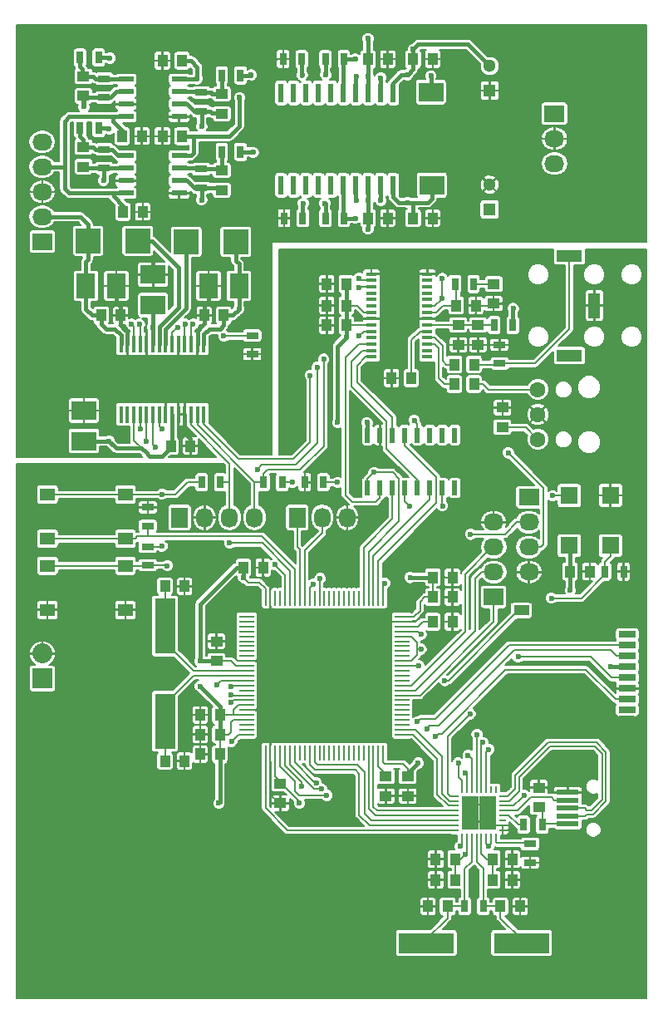
<source format=gtl>
G04 #@! TF.FileFunction,Copper,L1,Top,Signal*
%FSLAX46Y46*%
G04 Gerber Fmt 4.6, Leading zero omitted, Abs format (unit mm)*
G04 Created by KiCad (PCBNEW (2015-05-12 BZR 5652)-product) date Ср 27 май 2015 12:57:51*
%MOMM*%
G01*
G04 APERTURE LIST*
%ADD10C,0.100000*%
%ADD11R,1.300000X0.700000*%
%ADD12R,1.100000X0.400000*%
%ADD13R,2.499360X1.950720*%
%ADD14R,0.450000X1.750000*%
%ADD15R,1.750000X0.700000*%
%ADD16R,1.550000X1.000000*%
%ADD17R,1.000000X1.450000*%
%ADD18R,1.500000X1.300000*%
%ADD19R,1.500000X1.500000*%
%ADD20R,1.400000X0.800000*%
%ADD21R,1.500000X0.800000*%
%ADD22R,1.727200X2.032000*%
%ADD23O,1.727200X2.032000*%
%ADD24R,1.000000X1.250000*%
%ADD25R,2.301240X0.500380*%
%ADD26R,2.499360X1.998980*%
%ADD27R,1.250000X1.000000*%
%ADD28R,1.300000X1.300000*%
%ADD29C,1.300000*%
%ADD30R,1.950720X2.499360*%
%ADD31R,2.550160X2.499360*%
%ADD32R,0.700000X1.300000*%
%ADD33R,2.032000X1.727200*%
%ADD34O,2.032000X1.727200*%
%ADD35R,2.032000X2.032000*%
%ADD36O,2.032000X2.032000*%
%ADD37R,1.550000X1.300000*%
%ADD38R,0.600000X1.500000*%
%ADD39R,1.800000X1.800000*%
%ADD40R,1.500000X0.280000*%
%ADD41R,0.280000X1.500000*%
%ADD42R,0.700000X0.250000*%
%ADD43R,0.250000X0.700000*%
%ADD44R,1.725000X1.725000*%
%ADD45R,1.550000X0.600000*%
%ADD46R,2.100580X5.600700*%
%ADD47R,5.600700X2.100580*%
%ADD48R,1.200000X2.600000*%
%ADD49R,2.600000X1.200000*%
%ADD50C,1.600000*%
%ADD51R,0.600000X1.950000*%
%ADD52R,3.810000X2.790000*%
%ADD53C,0.600000*%
%ADD54C,0.203200*%
%ADD55C,0.406400*%
G04 APERTURE END LIST*
D10*
D11*
X24400000Y66050000D03*
X24400000Y67950000D03*
D12*
X42250000Y65775000D03*
X42250000Y66425000D03*
X42250000Y67075000D03*
X42250000Y67725000D03*
X42250000Y68375000D03*
X42250000Y69025000D03*
X42250000Y69675000D03*
X42250000Y70325000D03*
X42250000Y70975000D03*
X42250000Y71625000D03*
X42250000Y72275000D03*
X42250000Y72925000D03*
X42250000Y73575000D03*
X42250000Y74225000D03*
X36550000Y74225000D03*
X36550000Y73575000D03*
X36550000Y72925000D03*
X36550000Y72275000D03*
X36550000Y71625000D03*
X36550000Y70975000D03*
X36550000Y70325000D03*
X36550000Y69675000D03*
X36550000Y69025000D03*
X36550000Y68375000D03*
X36550000Y67725000D03*
X36550000Y67075000D03*
X36550000Y66425000D03*
X36550000Y65775000D03*
D13*
X7250000Y60299400D03*
X7250000Y57200600D03*
D14*
X11025000Y59900000D03*
X11675000Y59900000D03*
X12325000Y59900000D03*
X12975000Y59900000D03*
X13625000Y59900000D03*
X14275000Y59900000D03*
X14925000Y59900000D03*
X15575000Y59900000D03*
X16225000Y59900000D03*
X16875000Y59900000D03*
X17525000Y59900000D03*
X18175000Y59900000D03*
X18825000Y59900000D03*
X19475000Y59900000D03*
X19475000Y67100000D03*
X18825000Y67100000D03*
X18175000Y67100000D03*
X17525000Y67100000D03*
X16875000Y67100000D03*
X16225000Y67100000D03*
X15575000Y67100000D03*
X14925000Y67100000D03*
X14275000Y67100000D03*
X13625000Y67100000D03*
X12975000Y67100000D03*
X12325000Y67100000D03*
X11675000Y67100000D03*
X11025000Y67100000D03*
D15*
X62625000Y29800000D03*
X62625000Y30900000D03*
X62625000Y32000000D03*
X62625000Y33100000D03*
X62625000Y34200000D03*
X62625000Y35300000D03*
X62625000Y36400000D03*
X62625000Y37500000D03*
D16*
X51825000Y39950000D03*
D17*
X53400000Y28650000D03*
D18*
X62500000Y28600000D03*
D19*
X62500000Y39950000D03*
D20*
X54250000Y40300000D03*
D21*
X54900000Y28350000D03*
D22*
X29000000Y49400000D03*
D23*
X31540000Y49400000D03*
X34080000Y49400000D03*
D24*
X44800000Y38800000D03*
X42800000Y38800000D03*
X21100000Y27300000D03*
X19100000Y27300000D03*
D25*
X56550680Y18199800D03*
X56550680Y18999900D03*
X56550680Y19800000D03*
X56550680Y20600100D03*
X56550680Y21400200D03*
D26*
X56649740Y15349920D03*
X62148840Y15349920D03*
X56649740Y24250080D03*
X62148840Y24250080D03*
D24*
X21100000Y25300000D03*
X19100000Y25300000D03*
D27*
X40250000Y23050000D03*
X40250000Y21050000D03*
X27250000Y22300000D03*
X27250000Y20300000D03*
D24*
X21100000Y29300000D03*
X19100000Y29300000D03*
X23500000Y44300000D03*
X25500000Y44300000D03*
D27*
X20750000Y34800000D03*
X20750000Y36800000D03*
D24*
X42800000Y41300000D03*
X44800000Y41300000D03*
X42800000Y43300000D03*
X44800000Y43300000D03*
D27*
X38000000Y21050000D03*
X38000000Y23050000D03*
D24*
X15500000Y42400000D03*
X17500000Y42400000D03*
X15500000Y24600000D03*
X17500000Y24600000D03*
X43100000Y12500000D03*
X45100000Y12500000D03*
X43100000Y14600000D03*
X45100000Y14600000D03*
X50900000Y12500000D03*
X48900000Y12500000D03*
X50900000Y14600000D03*
X48900000Y14600000D03*
D27*
X53600000Y19900000D03*
X53600000Y21900000D03*
D24*
X44300000Y9800000D03*
X42300000Y9800000D03*
X49700000Y9800000D03*
X51700000Y9800000D03*
X15250000Y95950000D03*
X17250000Y95950000D03*
X15250000Y88250000D03*
X17250000Y88250000D03*
X38200000Y96100000D03*
X36200000Y96100000D03*
X38200000Y79900000D03*
X36200000Y79900000D03*
D13*
X42600000Y89650600D03*
X42600000Y92749400D03*
D28*
X48600000Y80800000D03*
D29*
X48600000Y83300000D03*
D24*
X11150000Y88250000D03*
X13150000Y88250000D03*
X11250000Y80550000D03*
X13250000Y80550000D03*
X40800000Y96100000D03*
X42800000Y96100000D03*
X40800000Y79900000D03*
X42800000Y79900000D03*
D13*
X42700000Y83250600D03*
X42700000Y86349400D03*
D28*
X48600000Y92900000D03*
D29*
X48600000Y95400000D03*
D13*
X14300000Y74149400D03*
X14300000Y71050600D03*
D27*
X7200000Y94350000D03*
X7200000Y92350000D03*
D30*
X10549400Y73000000D03*
X7450600Y73000000D03*
D24*
X11000000Y70000000D03*
X9000000Y70000000D03*
X18100000Y56700000D03*
X16100000Y56700000D03*
D30*
X19950600Y73000000D03*
X23049400Y73000000D03*
D24*
X19500000Y70000000D03*
X21500000Y70000000D03*
D27*
X21300000Y92550000D03*
X21300000Y90550000D03*
D31*
X12724760Y77600000D03*
X7675240Y77600000D03*
X17675240Y77500000D03*
X22724760Y77500000D03*
D27*
X7200000Y87150000D03*
X7200000Y85150000D03*
X21300000Y84750000D03*
X21300000Y82750000D03*
X47400000Y69000000D03*
X47400000Y67000000D03*
X45400000Y69000000D03*
X45400000Y67000000D03*
D24*
X34000000Y69000000D03*
X32000000Y69000000D03*
X34000000Y71000000D03*
X32000000Y71000000D03*
X34000000Y73200000D03*
X32000000Y73200000D03*
X40600000Y63600000D03*
X38600000Y63600000D03*
X45000000Y65000000D03*
X47000000Y65000000D03*
X45000000Y63000000D03*
X47000000Y63000000D03*
D27*
X49900000Y58600000D03*
X49900000Y60600000D03*
D24*
X45200000Y71000000D03*
X47200000Y71000000D03*
D27*
X49000000Y73200000D03*
X49000000Y71200000D03*
D32*
X50950000Y69000000D03*
X49050000Y69000000D03*
D33*
X3000000Y77500000D03*
D34*
X3000000Y80040000D03*
X3000000Y82580000D03*
X3000000Y85120000D03*
X3000000Y87660000D03*
D35*
X3000000Y33000000D03*
D36*
X3000000Y35540000D03*
D33*
X49000000Y41320000D03*
D34*
X49000000Y43860000D03*
X49000000Y46400000D03*
X49000000Y48940000D03*
D33*
X52600000Y51480000D03*
D34*
X52600000Y48940000D03*
X52600000Y46400000D03*
X52600000Y43860000D03*
D22*
X17000000Y49400000D03*
D23*
X19540000Y49400000D03*
X22080000Y49400000D03*
X24620000Y49400000D03*
D33*
X55200000Y90540000D03*
D34*
X55200000Y88000000D03*
X55200000Y85460000D03*
D11*
X13750000Y46450000D03*
X13750000Y44550000D03*
X13750000Y48550000D03*
X13750000Y50450000D03*
D32*
X19250000Y53000000D03*
X21150000Y53000000D03*
X27450000Y53000000D03*
X25550000Y53000000D03*
X31650000Y53000000D03*
X29750000Y53000000D03*
X60350000Y43900000D03*
X62250000Y43900000D03*
X53950000Y18100000D03*
X52050000Y18100000D03*
X46050000Y9800000D03*
X47950000Y9800000D03*
D11*
X52700000Y16150000D03*
X52700000Y14250000D03*
D32*
X8750000Y96250000D03*
X6850000Y96250000D03*
X31850000Y96100000D03*
X33750000Y96100000D03*
D11*
X9300000Y94100000D03*
X9300000Y92200000D03*
D32*
X27550000Y96100000D03*
X29450000Y96100000D03*
X23200000Y94450000D03*
X21300000Y94450000D03*
D11*
X19200000Y92700000D03*
X19200000Y90800000D03*
D32*
X8750000Y89050000D03*
X6850000Y89050000D03*
X31850000Y79900000D03*
X33750000Y79900000D03*
D11*
X9300000Y86900000D03*
X9300000Y85000000D03*
D32*
X27650000Y79900000D03*
X29550000Y79900000D03*
X23200000Y86650000D03*
X21300000Y86650000D03*
D11*
X19200000Y84900000D03*
X19200000Y83000000D03*
X49600000Y65100000D03*
X49600000Y67000000D03*
D32*
X45050000Y73200000D03*
X46950000Y73200000D03*
D37*
X11475000Y44500000D03*
X11475000Y40000000D03*
X3525000Y40000000D03*
X3525000Y44500000D03*
X3525000Y47250000D03*
X3525000Y51750000D03*
X11475000Y51750000D03*
X11475000Y47250000D03*
D38*
X36155000Y52400000D03*
X37425000Y52400000D03*
X38695000Y52400000D03*
X39965000Y52400000D03*
X41235000Y52400000D03*
X42505000Y52400000D03*
X43775000Y52400000D03*
X45045000Y52400000D03*
X45045000Y57800000D03*
X43775000Y57800000D03*
X42505000Y57800000D03*
X41235000Y57800000D03*
X39965000Y57800000D03*
X38695000Y57800000D03*
X37425000Y57800000D03*
X36155000Y57800000D03*
D39*
X56700000Y46550000D03*
X56700000Y51650000D03*
X60900000Y51650000D03*
X60900000Y46550000D03*
D40*
X23850000Y39300000D03*
X23850000Y38800000D03*
X23850000Y38300000D03*
X23850000Y37800000D03*
X23850000Y37300000D03*
X23850000Y36800000D03*
X23850000Y36300000D03*
X23850000Y35800000D03*
X23850000Y35300000D03*
X23850000Y34800000D03*
X23850000Y34300000D03*
X23850000Y33800000D03*
X23850000Y33300000D03*
X23850000Y32800000D03*
X23850000Y32300000D03*
X23850000Y31800000D03*
X23850000Y31300000D03*
X23850000Y30800000D03*
X23850000Y30300000D03*
X23850000Y29800000D03*
X23850000Y29300000D03*
X23850000Y28800000D03*
X23850000Y28300000D03*
X23850000Y27800000D03*
X23850000Y27300000D03*
D41*
X25750000Y25400000D03*
X26250000Y25400000D03*
X26750000Y25400000D03*
X27250000Y25400000D03*
X27750000Y25400000D03*
X28250000Y25400000D03*
X28750000Y25400000D03*
X29250000Y25400000D03*
X29750000Y25400000D03*
X30250000Y25400000D03*
X30750000Y25400000D03*
X31250000Y25400000D03*
X31750000Y25400000D03*
X32250000Y25400000D03*
X32750000Y25400000D03*
X33250000Y25400000D03*
X33750000Y25400000D03*
X34250000Y25400000D03*
X34750000Y25400000D03*
X35250000Y25400000D03*
X35750000Y25400000D03*
X36250000Y25400000D03*
X36750000Y25400000D03*
X37250000Y25400000D03*
X37750000Y25400000D03*
D40*
X39650000Y27300000D03*
X39650000Y27800000D03*
X39650000Y28300000D03*
X39650000Y28800000D03*
X39650000Y29300000D03*
X39650000Y29800000D03*
X39650000Y30300000D03*
X39650000Y30800000D03*
X39650000Y31300000D03*
X39650000Y31800000D03*
X39650000Y32300000D03*
X39650000Y32800000D03*
X39650000Y33300000D03*
X39650000Y33800000D03*
X39650000Y34300000D03*
X39650000Y34800000D03*
X39650000Y35300000D03*
X39650000Y35800000D03*
X39650000Y36300000D03*
X39650000Y36800000D03*
X39650000Y37300000D03*
X39650000Y37800000D03*
X39650000Y38300000D03*
X39650000Y38800000D03*
X39650000Y39300000D03*
D41*
X37750000Y41200000D03*
X37250000Y41200000D03*
X36750000Y41200000D03*
X36250000Y41200000D03*
X35750000Y41200000D03*
X35250000Y41200000D03*
X34750000Y41200000D03*
X34250000Y41200000D03*
X33750000Y41200000D03*
X33250000Y41200000D03*
X32750000Y41200000D03*
X32250000Y41200000D03*
X31750000Y41200000D03*
X31250000Y41200000D03*
X30750000Y41200000D03*
X30250000Y41200000D03*
X29750000Y41200000D03*
X29250000Y41200000D03*
X28750000Y41200000D03*
X28250000Y41200000D03*
X27750000Y41200000D03*
X27250000Y41200000D03*
X26750000Y41200000D03*
X26250000Y41200000D03*
X25750000Y41200000D03*
D42*
X49900000Y17550000D03*
X49900000Y18050000D03*
X49900000Y18550000D03*
X49900000Y19050000D03*
X49900000Y19550000D03*
X49900000Y20050000D03*
X49900000Y20550000D03*
X49900000Y21050000D03*
D43*
X49250000Y21700000D03*
X48750000Y21700000D03*
X48250000Y21700000D03*
X47750000Y21700000D03*
X47250000Y21700000D03*
X46750000Y21700000D03*
X46250000Y21700000D03*
X45750000Y21700000D03*
D42*
X45100000Y21050000D03*
X45100000Y20550000D03*
X45100000Y20050000D03*
X45100000Y19550000D03*
X45100000Y19050000D03*
X45100000Y18550000D03*
X45100000Y18050000D03*
X45100000Y17550000D03*
D43*
X45750000Y16900000D03*
X46250000Y16900000D03*
X46750000Y16900000D03*
X47250000Y16900000D03*
X47750000Y16900000D03*
X48250000Y16900000D03*
X48750000Y16900000D03*
X49250000Y16900000D03*
D44*
X46637500Y20162500D03*
X46637500Y18437500D03*
X48362500Y20162500D03*
X48362500Y18437500D03*
D45*
X11550000Y94055000D03*
X11550000Y92785000D03*
X11550000Y91515000D03*
X11550000Y90245000D03*
X16950000Y90245000D03*
X16950000Y91515000D03*
X16950000Y92785000D03*
X16950000Y94055000D03*
X11550000Y86255000D03*
X11550000Y84985000D03*
X11550000Y83715000D03*
X11550000Y82445000D03*
X16950000Y82445000D03*
X16950000Y83715000D03*
X16950000Y84985000D03*
X16950000Y86255000D03*
D46*
X15500000Y38348860D03*
X15500000Y28651140D03*
D47*
X42151140Y6050000D03*
X51848860Y6050000D03*
D24*
X56800000Y43900000D03*
X58800000Y43900000D03*
D48*
X59250000Y71000000D03*
D49*
X56710000Y65920000D03*
X56710000Y76080000D03*
D50*
X53500000Y62440000D03*
X53500000Y59900000D03*
X53500000Y57360000D03*
D51*
X38765000Y92650000D03*
X37495000Y92650000D03*
X36225000Y92650000D03*
X34955000Y92650000D03*
X33685000Y92650000D03*
X32415000Y92650000D03*
X31145000Y92650000D03*
X29875000Y92650000D03*
X28605000Y92650000D03*
X27335000Y92650000D03*
X27335000Y83250000D03*
X28605000Y83250000D03*
X29875000Y83250000D03*
X31145000Y83250000D03*
X32415000Y83250000D03*
X33685000Y83250000D03*
X34955000Y83250000D03*
X36225000Y83250000D03*
X37495000Y83250000D03*
X38765000Y83250000D03*
D52*
X33050000Y87950000D03*
D53*
X50500000Y73200000D03*
X60900000Y71000000D03*
X37100000Y63600000D03*
X48200000Y60700000D03*
X46637500Y20162500D03*
X48362500Y20162500D03*
X46637500Y18437500D03*
X48362500Y18437500D03*
X34900000Y55600000D03*
X23900000Y25600000D03*
X39500000Y25600000D03*
X39400000Y41000000D03*
X24200000Y41000000D03*
X54400000Y23500000D03*
X59200002Y15300000D03*
X36200000Y78800000D03*
X36200000Y98199996D03*
X36225000Y94326727D03*
X36225000Y81700431D03*
X42600000Y94400000D03*
X14269390Y68798451D03*
X23049400Y70643000D03*
X18800000Y94100000D03*
X23100000Y92200000D03*
X40800000Y97099998D03*
X40231400Y81500000D03*
X40231400Y94500000D03*
X46100000Y15100000D03*
X46100000Y23400000D03*
X14300000Y75700000D03*
X37800000Y87900000D03*
X12100000Y69100000D03*
X7250000Y91250000D03*
X12903203Y69100000D03*
X19250000Y89250000D03*
X17538259Y69116396D03*
X9250000Y83750000D03*
X18341214Y69096502D03*
X19250000Y81750000D03*
X43100000Y27100000D03*
X31454459Y21768312D03*
X31300000Y43195180D03*
X51499994Y35200000D03*
X30916519Y22388325D03*
X42200000Y27900000D03*
X41200000Y28600000D03*
X32000000Y21100000D03*
X44000000Y32800000D03*
X22300000Y26600000D03*
X41600000Y37500000D03*
X37900000Y42700000D03*
X46645990Y47700000D03*
X43700000Y71700000D03*
X30300000Y63900002D03*
X15750000Y44500000D03*
X50500000Y56000000D03*
X20800000Y32399996D03*
X43750000Y73750000D03*
X22100000Y46800000D03*
X31000000Y64700000D03*
X24900000Y54300000D03*
X35299998Y73800000D03*
X26700000Y44600000D03*
X31672712Y65538871D03*
X35300000Y72800000D03*
X36800000Y54000000D03*
X33100000Y53000000D03*
X54900000Y41203218D03*
X41400000Y34295190D03*
X9900000Y96200008D03*
X34900000Y96100000D03*
X31900000Y94500000D03*
X37500000Y94200000D03*
X24300000Y94500000D03*
X29500000Y94500000D03*
X35000000Y94300000D03*
X34900000Y79900000D03*
X9800000Y89000000D03*
X37499998Y81700000D03*
X31800000Y81400000D03*
X21500000Y67900000D03*
X16800000Y68800000D03*
X24500000Y86600000D03*
X29600000Y81400000D03*
X35000000Y81700000D03*
X40400000Y50600000D03*
X13597455Y57190379D03*
X43800000Y50600000D03*
X14500000Y56585559D03*
X40900000Y59300000D03*
X12992635Y58400000D03*
X54999996Y51634477D03*
X35300000Y67900000D03*
X41600000Y36000000D03*
X15200000Y58400000D03*
X22250000Y32156406D03*
X47299990Y27300000D03*
X22250000Y31353203D03*
X47900003Y26500003D03*
X22250000Y30550000D03*
X48500006Y25800000D03*
X46400000Y25200000D03*
X29459041Y22029521D03*
X30600000Y42600000D03*
X46600000Y29400000D03*
X21000000Y20299996D03*
X9799998Y57200000D03*
X28500000Y53000000D03*
X23500000Y43300000D03*
X33100000Y59100000D03*
X15200000Y51772320D03*
X15200000Y46500000D03*
X36100000Y59095190D03*
X56800000Y42000000D03*
X51000000Y70700000D03*
X45600000Y15900000D03*
X48500000Y15900000D03*
X52100000Y21100000D03*
X45400000Y24400000D03*
X19100000Y32200000D03*
X19100000Y34800000D03*
X29200000Y20300000D03*
X41300000Y24400000D03*
X40500000Y43300000D03*
X60900000Y34200000D03*
X34000000Y67749986D03*
D54*
X50500000Y71871800D02*
X50500000Y73200000D01*
X49000000Y71200000D02*
X49828200Y71200000D01*
X49828200Y71200000D02*
X50500000Y71871800D01*
X59250000Y71000000D02*
X60900000Y71000000D01*
X38600000Y63600000D02*
X37100000Y63600000D01*
X49900000Y60600000D02*
X48300000Y60600000D01*
X48300000Y60600000D02*
X48200000Y60700000D01*
X48362500Y20162500D02*
X46637500Y20162500D01*
X48362500Y18437500D02*
X48362500Y20162500D01*
X49900000Y18050000D02*
X48750000Y18050000D01*
X48750000Y18050000D02*
X48362500Y18437500D01*
X48362500Y18437500D02*
X46637500Y18437500D01*
X37425000Y57800000D02*
X37425000Y56425000D01*
X36600000Y55600000D02*
X34900000Y55600000D01*
X37425000Y56425000D02*
X36600000Y55600000D01*
X25800000Y28900000D02*
X25800000Y27500000D01*
X25800000Y27500000D02*
X23900000Y25600000D01*
X24900000Y29800000D02*
X25800000Y28900000D01*
X23850000Y29800000D02*
X24900000Y29800000D01*
X27596800Y27700000D02*
X37400000Y27700000D01*
X37400000Y27700000D02*
X39500000Y25600000D01*
X26250000Y26353200D02*
X27596800Y27700000D01*
X37996800Y39500000D02*
X37996800Y39596800D01*
X37996800Y39596800D02*
X39400000Y41000000D01*
X38696800Y38800000D02*
X37996800Y39500000D01*
X26250000Y39750000D02*
X25450000Y39750000D01*
X25450000Y39750000D02*
X24200000Y41000000D01*
X26250000Y41200000D02*
X26250000Y39750000D01*
X3525000Y40000000D02*
X11475000Y40000000D01*
X26250000Y25400000D02*
X26250000Y26353200D01*
X26250000Y26353200D02*
X38696800Y38800000D01*
X38696800Y38800000D02*
X39650000Y38800000D01*
X26250000Y29050000D02*
X25500000Y29800000D01*
X25500000Y29800000D02*
X23850000Y29800000D01*
X26250000Y25400000D02*
X26250000Y29050000D01*
X26000000Y33603200D02*
X26000000Y30996800D01*
X26000000Y30996800D02*
X24803200Y29800000D01*
X24803200Y29800000D02*
X23850000Y29800000D01*
X24803200Y34800000D02*
X26000000Y33603200D01*
X23850000Y34800000D02*
X24803200Y34800000D01*
X24803200Y34800000D02*
X26250000Y36246800D01*
X26250000Y36246800D02*
X26250000Y40246800D01*
X26250000Y40246800D02*
X26250000Y41200000D01*
X39650000Y38800000D02*
X41000000Y38800000D01*
X41000000Y38800000D02*
X42250000Y40050000D01*
X42250000Y40050000D02*
X44750000Y40050000D01*
X44750000Y40050000D02*
X44750000Y38800000D01*
X44750000Y40050000D02*
X44750000Y41300000D01*
X22250000Y36550000D02*
X22000000Y36800000D01*
X22000000Y36800000D02*
X20750000Y36800000D01*
X22250000Y35446800D02*
X22250000Y36550000D01*
X23850000Y34800000D02*
X22896800Y34800000D01*
X22896800Y34800000D02*
X22250000Y35446800D01*
X25500000Y44300000D02*
X25500000Y43471800D01*
X25500000Y43471800D02*
X26250000Y42721800D01*
X26250000Y42721800D02*
X26250000Y42153200D01*
X26250000Y42153200D02*
X26250000Y41200000D01*
X54699999Y23799999D02*
X54400000Y23500000D01*
X55150080Y24250080D02*
X54699999Y23799999D01*
X56649740Y24250080D02*
X55150080Y24250080D01*
X53600000Y22700000D02*
X54100001Y23200001D01*
X54100001Y23200001D02*
X54400000Y23500000D01*
X53600000Y21900000D02*
X53600000Y22700000D01*
X54928200Y21400000D02*
X54928400Y21400200D01*
X54928400Y21400200D02*
X56550680Y21400200D01*
X53600000Y21900000D02*
X54428200Y21900000D01*
X54428200Y21900000D02*
X54928200Y21400000D01*
X49900000Y17550000D02*
X50453200Y17550000D01*
X50600000Y17700000D02*
X50600000Y17950000D01*
X50453200Y17550000D02*
X50453200Y17553200D01*
X50453200Y17553200D02*
X50600000Y17700000D01*
X50600000Y17950000D02*
X50500000Y18050000D01*
X50500000Y18050000D02*
X49900000Y18050000D01*
X39389901Y69704156D02*
X39419057Y69675000D01*
X39389901Y74225000D02*
X39389901Y69704156D01*
X39419057Y69675000D02*
X42250000Y69675000D01*
X42250000Y74225000D02*
X39389901Y74225000D01*
X36550000Y69675000D02*
X39419057Y69675000D01*
X39389901Y74225000D02*
X36550000Y74225000D01*
X48800000Y71000000D02*
X49000000Y71200000D01*
X47200000Y71000000D02*
X48800000Y71000000D01*
X47200000Y70171800D02*
X47200000Y71000000D01*
X47028200Y70000000D02*
X47200000Y70171800D01*
X43600000Y70000000D02*
X47028200Y70000000D01*
X43275000Y69675000D02*
X43600000Y70000000D01*
X42250000Y69675000D02*
X43275000Y69675000D01*
X38000000Y21050000D02*
X40250000Y21050000D01*
X26250000Y24446800D02*
X26250000Y25400000D01*
X27125000Y20300000D02*
X26250000Y21175000D01*
X26250000Y21175000D02*
X26250000Y24446800D01*
X27250000Y20300000D02*
X27125000Y20300000D01*
X19100000Y25300000D02*
X19100000Y27300000D01*
X19100000Y29300000D02*
X19100000Y27300000D01*
X44800000Y43300000D02*
X44800000Y41300000D01*
X62148840Y15349920D02*
X62148840Y24250080D01*
X62148840Y15349920D02*
X59249922Y15349920D01*
X59249922Y15349920D02*
X59200002Y15300000D01*
X53400000Y28650000D02*
X53550000Y28650000D01*
X53850000Y28350000D02*
X54900000Y28350000D01*
X53550000Y28650000D02*
X53850000Y28350000D01*
X52800000Y60600000D02*
X53500000Y59900000D01*
X49900000Y60600000D02*
X52800000Y60600000D01*
X62250000Y40200000D02*
X62500000Y39950000D01*
X62250000Y43900000D02*
X62250000Y40200000D01*
X62150000Y40300000D02*
X62500000Y39950000D01*
X54250000Y40300000D02*
X62150000Y40300000D01*
X62148840Y28248840D02*
X62500000Y28600000D01*
X62148840Y24250080D02*
X62148840Y28248840D01*
X62250000Y28350000D02*
X62500000Y28600000D01*
X54900000Y28350000D02*
X62250000Y28350000D01*
D55*
X36200000Y78724264D02*
X36200000Y78800000D01*
X36200000Y78900000D02*
X36200000Y78800000D01*
X36200000Y79900000D02*
X36200000Y78800000D01*
X36200000Y96100000D02*
X36200000Y98199996D01*
X36225000Y92650000D02*
X36225000Y94326727D01*
X36225000Y94326727D02*
X36225000Y96075000D01*
X36225000Y81700431D02*
X36225000Y79925000D01*
X36225000Y83250000D02*
X36225000Y81700431D01*
X42600000Y94400000D02*
X42600000Y92749400D01*
X36225000Y96075000D02*
X36200000Y96100000D01*
X36225000Y79925000D02*
X36200000Y79900000D01*
X14269390Y68798451D02*
X14269390Y71019990D01*
X14269390Y71019990D02*
X14300000Y71050600D01*
X14275000Y67100000D02*
X14275000Y68792841D01*
X14275000Y68792841D02*
X14269390Y68798451D01*
X14275000Y71025600D02*
X14300000Y71050600D01*
X18800000Y94100000D02*
X18800000Y95306400D01*
X18800000Y95306400D02*
X18156400Y95950000D01*
X18156400Y95950000D02*
X17250000Y95950000D01*
X16950000Y94055000D02*
X18755000Y94055000D01*
X18755000Y94055000D02*
X18800000Y94100000D01*
X16950000Y94055000D02*
X17425000Y94055000D01*
X17250000Y95950000D02*
X17250000Y95825000D01*
X7450600Y70643000D02*
X7450600Y73000000D01*
X8093600Y70000000D02*
X7450600Y70643000D01*
X9000000Y70000000D02*
X8093600Y70000000D01*
X23049400Y70643000D02*
X23049400Y71343920D01*
X22406400Y70000000D02*
X23049400Y70643000D01*
X21500000Y70000000D02*
X22406400Y70000000D01*
X14325000Y71025600D02*
X14300000Y71050600D01*
X7675240Y77600000D02*
X7675240Y75675240D01*
X7450600Y75450600D02*
X7450600Y73000000D01*
X7675240Y75675240D02*
X7450600Y75450600D01*
X23049400Y71343920D02*
X23049400Y73000000D01*
X22724760Y77500000D02*
X22724760Y75575240D01*
X23049400Y75250600D02*
X23049400Y73000000D01*
X22724760Y75575240D02*
X23049400Y75250600D01*
X9000000Y69100000D02*
X9000000Y70000000D01*
X9500000Y68600000D02*
X9000000Y69100000D01*
X10400000Y68600000D02*
X9500000Y68600000D01*
X11025000Y67975000D02*
X10400000Y68600000D01*
X11025000Y67100000D02*
X11025000Y67975000D01*
X21500000Y69000000D02*
X21500000Y70000000D01*
X21100000Y68600000D02*
X21500000Y69000000D01*
X20000000Y68600000D02*
X21100000Y68600000D01*
X19475000Y68075000D02*
X20000000Y68600000D01*
X19475000Y67100000D02*
X19475000Y68075000D01*
X4422400Y80040000D02*
X3000000Y80040000D01*
X6891320Y80040000D02*
X4422400Y80040000D01*
X7675240Y79256080D02*
X6891320Y80040000D01*
X7675240Y77600000D02*
X7675240Y79256080D01*
X18156400Y88250000D02*
X17250000Y88250000D01*
X18445864Y86569464D02*
X18445864Y88250000D01*
X18131400Y86255000D02*
X18445864Y86569464D01*
X16950000Y86255000D02*
X18131400Y86255000D01*
X18445864Y88250000D02*
X18156400Y88250000D01*
X22050000Y88250000D02*
X18445864Y88250000D01*
X23100000Y89300000D02*
X22050000Y88250000D01*
X23100000Y92200000D02*
X23100000Y89300000D01*
X48600000Y95400000D02*
X46400000Y97600000D01*
X46400000Y97600000D02*
X41300002Y97600000D01*
X41300002Y97600000D02*
X40800000Y97099998D01*
X40800000Y96100000D02*
X40800000Y97099998D01*
X40800000Y96100000D02*
X40800000Y95068600D01*
X40800000Y95068600D02*
X40231400Y94500000D01*
X38765000Y92650000D02*
X38765000Y93665000D01*
X38765000Y93665000D02*
X39600000Y94500000D01*
X39600000Y94500000D02*
X40231400Y94500000D01*
X40778657Y81500000D02*
X42331160Y81500000D01*
X40231400Y81500000D02*
X40778657Y81500000D01*
X40778657Y81500000D02*
X40800000Y81478657D01*
X40800000Y81478657D02*
X40800000Y79900000D01*
X42331160Y81500000D02*
X42700000Y81868840D01*
X42700000Y81868840D02*
X42700000Y83250600D01*
X38765000Y83250000D02*
X38765000Y82035000D01*
X38765000Y82035000D02*
X39300000Y81500000D01*
X39300000Y81500000D02*
X40231400Y81500000D01*
X3000000Y85120000D02*
X4422400Y85120000D01*
X10200837Y90245000D02*
X11550000Y90245000D01*
X11150000Y88850000D02*
X11150000Y88250000D01*
X10200837Y89799163D02*
X11150000Y88850000D01*
X10200837Y90245000D02*
X10200837Y89799163D01*
X10289975Y82445000D02*
X11550000Y82445000D01*
X11250000Y81150000D02*
X11250000Y80550000D01*
X10289975Y82110025D02*
X11250000Y81150000D01*
X10289975Y82445000D02*
X10289975Y82110025D01*
X5755000Y82445000D02*
X10289975Y82445000D01*
X5300000Y82900000D02*
X5755000Y82445000D01*
X5300000Y85120000D02*
X5300000Y82900000D01*
X4422400Y85120000D02*
X5300000Y85120000D01*
X5750000Y90250000D02*
X5755000Y90245000D01*
X5755000Y90245000D02*
X10200837Y90245000D01*
X5300000Y89800000D02*
X5750000Y90250000D01*
X5300000Y85120000D02*
X5300000Y89800000D01*
D54*
X38000000Y23300000D02*
X38000000Y23050000D01*
X37250000Y24050000D02*
X38000000Y23300000D01*
X37250000Y25400000D02*
X37250000Y24050000D01*
X39650000Y38300000D02*
X41250000Y38300000D01*
X41250000Y38300000D02*
X41750000Y38800000D01*
X41750000Y38800000D02*
X42750000Y38800000D01*
X15500000Y38348860D02*
X15500000Y41352410D01*
X15500000Y41352410D02*
X15500000Y42400000D01*
X15500000Y38348860D02*
X15951140Y38800000D01*
X23850000Y33800000D02*
X18400000Y33800000D01*
X18400000Y33800000D02*
X15500000Y36700000D01*
X15500000Y36700000D02*
X15500000Y38348860D01*
X15500000Y28651140D02*
X15500000Y24600000D01*
X23850000Y33300000D02*
X18398800Y33300000D01*
X18398800Y33300000D02*
X15500000Y30401200D01*
X15500000Y30401200D02*
X15500000Y28651140D01*
X45100000Y14600000D02*
X45100000Y13871800D01*
X45100000Y13871800D02*
X45100000Y12500000D01*
X45600000Y14600000D02*
X46100000Y15100000D01*
X45100000Y14600000D02*
X45600000Y14600000D01*
X46250000Y15250000D02*
X46100000Y15100000D01*
X46250000Y16900000D02*
X46250000Y15250000D01*
X46250000Y21700000D02*
X46250000Y23250000D01*
X46250000Y23250000D02*
X46100000Y23400000D01*
X48900000Y14600000D02*
X48900000Y13871800D01*
X48900000Y13871800D02*
X48900000Y12500000D01*
X47750000Y16900000D02*
X47750000Y15146800D01*
X47750000Y15146800D02*
X48300000Y14600000D01*
X48300000Y14600000D02*
X48900000Y14600000D01*
X53950000Y18100000D02*
X53950000Y19550000D01*
X53950000Y19550000D02*
X53600000Y19900000D01*
X56550680Y18199800D02*
X54049800Y18199800D01*
X54049800Y18199800D02*
X53950000Y18100000D01*
X44300000Y9800000D02*
X46050000Y9800000D01*
X44300000Y9800000D02*
X44300000Y8600000D01*
X44300000Y8600000D02*
X42151140Y6451140D01*
X42151140Y6451140D02*
X42151140Y6050000D01*
X46750000Y16900000D02*
X46750000Y14350000D01*
X46750000Y14350000D02*
X46050000Y13650000D01*
X46050000Y13650000D02*
X46050000Y9800000D01*
X47250000Y16900000D02*
X47250000Y14350000D01*
X47250000Y14350000D02*
X47950000Y13650000D01*
X47950000Y13650000D02*
X47950000Y9800000D01*
X47950000Y9800000D02*
X49700000Y9800000D01*
X49700000Y9800000D02*
X49700000Y8600000D01*
X49700000Y8600000D02*
X51848860Y6451140D01*
X51848860Y6451140D02*
X51848860Y6050000D01*
D55*
X14300000Y74149400D02*
X14300000Y75700000D01*
X18100000Y56700000D02*
X18100000Y57400000D01*
X18100000Y57400000D02*
X17525000Y57975000D01*
X17525000Y57975000D02*
X17525000Y59900000D01*
X19500000Y71031400D02*
X19968600Y71500000D01*
X19500000Y70000000D02*
X19500000Y71031400D01*
X19968600Y72982000D02*
X19950600Y73000000D01*
X19968600Y71500000D02*
X19968600Y72982000D01*
X10549400Y71343920D02*
X11000000Y70893320D01*
X10549400Y73000000D02*
X10549400Y71343920D01*
X11000000Y70893320D02*
X11000000Y70000000D01*
X11675000Y68381400D02*
X11000000Y69056400D01*
X11675000Y67100000D02*
X11675000Y68381400D01*
X11000000Y69056400D02*
X11000000Y70000000D01*
X19500000Y69209814D02*
X19500000Y70000000D01*
X18825000Y68534814D02*
X19500000Y69209814D01*
X18825000Y67100000D02*
X18825000Y68534814D01*
D54*
X39550600Y89650600D02*
X37800000Y87900000D01*
X42600000Y89650600D02*
X39550600Y89650600D01*
X37750000Y87950000D02*
X37800000Y87900000D01*
X37750000Y87950000D02*
X37800000Y87900000D01*
X33050000Y87950000D02*
X37750000Y87950000D01*
D55*
X9345000Y94055000D02*
X9300000Y94100000D01*
X11550000Y94055000D02*
X9345000Y94055000D01*
X8400000Y94100000D02*
X9300000Y94100000D01*
X8200000Y94300000D02*
X8400000Y94100000D01*
X7250000Y94300000D02*
X8200000Y94300000D01*
X7200000Y94350000D02*
X7250000Y94300000D01*
X7100000Y95100000D02*
X7100000Y94450000D01*
X7100000Y94450000D02*
X7200000Y94350000D01*
X6850000Y95350000D02*
X7100000Y95100000D01*
X6850000Y96250000D02*
X6850000Y95350000D01*
D54*
X12325000Y68875000D02*
X12100000Y69100000D01*
X12325000Y67100000D02*
X12325000Y68875000D01*
D55*
X7350000Y92200000D02*
X7200000Y92350000D01*
X9300000Y92200000D02*
X7350000Y92200000D01*
X9950000Y92200000D02*
X9300000Y92200000D01*
X10535000Y92785000D02*
X9950000Y92200000D01*
X11550000Y92785000D02*
X10535000Y92785000D01*
X7250000Y92300000D02*
X7250000Y91250000D01*
X7200000Y92350000D02*
X7200000Y91300000D01*
X7200000Y91300000D02*
X7250000Y91250000D01*
X19115000Y92785000D02*
X19200000Y92700000D01*
X16950000Y92785000D02*
X19115000Y92785000D01*
X21250000Y92600000D02*
X21300000Y92550000D01*
X20300000Y92600000D02*
X21250000Y92600000D01*
X20200000Y92700000D02*
X20300000Y92600000D01*
X19200000Y92700000D02*
X20200000Y92700000D01*
X21300000Y94450000D02*
X21300000Y92550000D01*
D54*
X12975000Y69028203D02*
X12903203Y69100000D01*
X12975000Y67100000D02*
X12975000Y69028203D01*
D55*
X18500000Y90800000D02*
X19200000Y90800000D01*
X17785000Y91515000D02*
X18500000Y90800000D01*
X16950000Y91515000D02*
X17785000Y91515000D01*
X21250000Y90600000D02*
X21300000Y90550000D01*
X20300000Y90600000D02*
X21250000Y90600000D01*
X20100000Y90800000D02*
X20300000Y90600000D01*
X19200000Y90800000D02*
X20100000Y90800000D01*
X19250000Y90750000D02*
X19200000Y90800000D01*
X19250000Y89250000D02*
X19250000Y90750000D01*
X14150000Y77600000D02*
X12724760Y77600000D01*
X16900000Y74850000D02*
X14150000Y77600000D01*
X16900000Y70807592D02*
X16900000Y74850000D01*
X14925000Y68832592D02*
X16900000Y70807592D01*
X14925000Y67100000D02*
X14925000Y68832592D01*
X15575000Y68620474D02*
X17675240Y70720714D01*
X17675240Y70720714D02*
X17675240Y75843920D01*
X15575000Y67100000D02*
X15575000Y68620474D01*
X17675240Y75843920D02*
X17675240Y77500000D01*
X10745000Y86255000D02*
X11550000Y86255000D01*
X10100000Y86900000D02*
X10745000Y86255000D01*
X9300000Y86900000D02*
X10100000Y86900000D01*
X7250000Y87100000D02*
X7200000Y87150000D01*
X8200000Y87100000D02*
X7250000Y87100000D01*
X8400000Y86900000D02*
X8200000Y87100000D01*
X9300000Y86900000D02*
X8400000Y86900000D01*
X7200000Y87900000D02*
X7200000Y87150000D01*
X6850000Y88250000D02*
X7200000Y87900000D01*
X6850000Y89050000D02*
X6850000Y88250000D01*
D54*
X17525000Y69103137D02*
X17538259Y69116396D01*
X17525000Y67100000D02*
X17525000Y69103137D01*
D55*
X7350000Y85000000D02*
X7200000Y85150000D01*
X9300000Y85000000D02*
X7350000Y85000000D01*
X11535000Y85000000D02*
X11550000Y84985000D01*
X9300000Y85000000D02*
X11535000Y85000000D01*
X9300000Y85000000D02*
X9300000Y83800000D01*
X9300000Y83800000D02*
X9250000Y83750000D01*
X19115000Y84985000D02*
X19200000Y84900000D01*
X16950000Y84985000D02*
X19115000Y84985000D01*
X21150000Y84900000D02*
X21300000Y84750000D01*
X19200000Y84900000D02*
X21150000Y84900000D01*
X21300000Y84750000D02*
X21300000Y86650000D01*
D54*
X18175000Y68930288D02*
X18341214Y69096502D01*
X18175000Y67100000D02*
X18175000Y68930288D01*
D55*
X17785000Y83715000D02*
X16950000Y83715000D01*
X18500000Y83000000D02*
X17785000Y83715000D01*
X19200000Y83000000D02*
X18500000Y83000000D01*
X21050000Y83000000D02*
X21300000Y82750000D01*
X19200000Y83000000D02*
X21050000Y83000000D01*
X19250000Y82950000D02*
X19200000Y83000000D01*
X19250000Y81750000D02*
X19250000Y82950000D01*
D54*
X45375000Y69025000D02*
X45400000Y69000000D01*
X42250000Y69025000D02*
X45375000Y69025000D01*
X47375000Y69025000D02*
X47400000Y69000000D01*
X42250000Y69025000D02*
X47375000Y69025000D01*
X47400000Y69000000D02*
X49050000Y69000000D01*
X40600000Y64428200D02*
X40600000Y63600000D01*
X40600000Y67478200D02*
X40600000Y64428200D01*
X41496800Y68375000D02*
X40600000Y67478200D01*
X42250000Y68375000D02*
X41496800Y68375000D01*
X44200000Y65000000D02*
X45000000Y65000000D01*
X43800000Y65400000D02*
X44200000Y65000000D01*
X43800000Y66928200D02*
X43800000Y65400000D01*
X43003200Y67725000D02*
X43800000Y66928200D01*
X42250000Y67725000D02*
X43003200Y67725000D01*
X49500000Y65000000D02*
X49600000Y65100000D01*
X47000000Y65000000D02*
X49500000Y65000000D01*
X56710000Y68610000D02*
X56710000Y76080000D01*
X53200000Y65100000D02*
X56710000Y68610000D01*
X49600000Y65100000D02*
X53200000Y65100000D01*
X44000000Y63000000D02*
X45000000Y63000000D01*
X43393590Y63606410D02*
X44000000Y63000000D01*
X43393590Y66684610D02*
X43393590Y63606410D01*
X43003200Y67075000D02*
X43393590Y66684610D01*
X42250000Y67075000D02*
X43003200Y67075000D01*
X48460000Y62440000D02*
X53500000Y62440000D01*
X47900000Y63000000D02*
X48460000Y62440000D01*
X47000000Y63000000D02*
X47900000Y63000000D01*
X45200000Y73050000D02*
X45050000Y73200000D01*
X45200000Y71000000D02*
X45200000Y73050000D01*
X43003200Y70325000D02*
X42250000Y70325000D01*
X43125000Y70325000D02*
X43003200Y70325000D01*
X43800000Y71000000D02*
X43125000Y70325000D01*
X45200000Y71000000D02*
X43800000Y71000000D01*
X47903200Y73200000D02*
X49000000Y73200000D01*
X46950000Y73200000D02*
X47903200Y73200000D01*
X43100000Y27100000D02*
X43399999Y27399999D01*
X43399999Y27399999D02*
X43699999Y27399999D01*
X58400000Y33900000D02*
X61400000Y30900000D01*
X43699999Y27399999D02*
X50200000Y33900000D01*
X50200000Y33900000D02*
X58400000Y33900000D01*
X61400000Y30900000D02*
X62625000Y30900000D01*
X31030195Y21768312D02*
X31454459Y21768312D01*
X28250000Y24199500D02*
X30681188Y21768312D01*
X28250000Y25400000D02*
X28250000Y24199500D01*
X30681188Y21768312D02*
X31030195Y21768312D01*
X31250000Y43145180D02*
X31300000Y43195180D01*
X31250000Y41200000D02*
X31250000Y43145180D01*
X51924258Y35200000D02*
X51499994Y35200000D01*
X58900000Y35200000D02*
X51924258Y35200000D01*
X61000000Y33100000D02*
X58900000Y35200000D01*
X62625000Y33100000D02*
X61000000Y33100000D01*
X28750000Y24446800D02*
X30808475Y22388325D01*
X28750000Y25400000D02*
X28750000Y24446800D01*
X30808475Y22388325D02*
X30916519Y22388325D01*
X42499999Y28199999D02*
X42200000Y27900000D01*
X43399999Y28199999D02*
X42499999Y28199999D01*
X51100000Y35900000D02*
X43399999Y28199999D01*
X60946800Y35900000D02*
X51100000Y35900000D01*
X61546800Y35300000D02*
X60946800Y35900000D01*
X62625000Y35300000D02*
X61546800Y35300000D01*
X62625000Y36400000D02*
X50600000Y36400000D01*
X50600000Y36400000D02*
X43099999Y28899999D01*
X43099999Y28899999D02*
X41499999Y28899999D01*
X41499999Y28899999D02*
X41200000Y28600000D01*
X28750000Y21554894D02*
X29204894Y21100000D01*
X27250000Y25400000D02*
X27250000Y24050000D01*
X27250000Y24050000D02*
X28750000Y22550000D01*
X28750000Y22550000D02*
X28750000Y21554894D01*
X31575736Y21100000D02*
X32000000Y21100000D01*
X29204894Y21100000D02*
X31575736Y21100000D01*
X51550000Y39950000D02*
X44400000Y32800000D01*
X44400000Y32800000D02*
X44000000Y32800000D01*
X51825000Y39950000D02*
X51550000Y39950000D01*
X23000000Y27300000D02*
X22300000Y26600000D01*
X23850000Y27300000D02*
X23000000Y27300000D01*
X49000000Y40253200D02*
X49000000Y41320000D01*
X49000000Y38800000D02*
X49000000Y40253200D01*
X41500000Y31300000D02*
X49000000Y38800000D01*
X39650000Y31300000D02*
X41500000Y31300000D01*
X40603200Y31800000D02*
X39650000Y31800000D01*
X41000000Y31800000D02*
X40603200Y31800000D01*
X47100000Y37900000D02*
X41000000Y31800000D01*
X47100000Y43179200D02*
X47100000Y37900000D01*
X47780800Y43860000D02*
X47100000Y43179200D01*
X49000000Y43860000D02*
X47780800Y43860000D01*
X40603200Y32300000D02*
X46100000Y37796800D01*
X39650000Y32300000D02*
X40603200Y32300000D01*
X48847600Y46400000D02*
X49000000Y46400000D01*
X46100000Y43652400D02*
X48847600Y46400000D01*
X46100000Y37796800D02*
X46100000Y43652400D01*
X41300001Y37799999D02*
X41600000Y37500000D01*
X39650000Y37800000D02*
X41300001Y37799999D01*
X37750000Y41200000D02*
X37750000Y42550000D01*
X37750000Y42550000D02*
X37900000Y42700000D01*
X52600000Y48940000D02*
X51380800Y48940000D01*
X51380800Y48940000D02*
X50140800Y47700000D01*
X50140800Y47700000D02*
X46645990Y47700000D01*
X19475000Y59900000D02*
X19475000Y58925000D01*
X19475000Y58925000D02*
X23000000Y55400000D01*
X23000000Y55400000D02*
X28600000Y55400000D01*
X28600000Y55400000D02*
X30300000Y57100000D01*
X30300000Y57100000D02*
X30300000Y63475738D01*
X30300000Y63475738D02*
X30300000Y63900002D01*
X43750000Y71750000D02*
X43700000Y71700000D01*
X43750000Y73750000D02*
X43750000Y71750000D01*
X43700000Y71671800D02*
X43700000Y71700000D01*
X43003200Y70975000D02*
X43700000Y71671800D01*
X42250000Y70975000D02*
X43003200Y70975000D01*
X3525000Y44500000D02*
X11475000Y44500000D01*
X13750000Y44550000D02*
X15700000Y44550000D01*
X15700000Y44550000D02*
X15750000Y44500000D01*
X11475000Y44500000D02*
X13700000Y44500000D01*
X13700000Y44500000D02*
X13750000Y44550000D01*
X54100000Y46680800D02*
X54100000Y52400000D01*
X54100000Y52400000D02*
X50500000Y56000000D01*
X52600000Y46400000D02*
X53819200Y46400000D01*
X53819200Y46400000D02*
X54100000Y46680800D01*
X21200004Y32800000D02*
X21099999Y32699995D01*
X23850000Y32800000D02*
X21200004Y32800000D01*
X21099999Y32699995D02*
X20800000Y32399996D01*
X29250000Y41200000D02*
X29250000Y46150000D01*
X29250000Y46150000D02*
X29000000Y46400000D01*
X29000000Y46400000D02*
X29000000Y49400000D01*
X29750000Y46050000D02*
X31540000Y47840000D01*
X31540000Y47840000D02*
X31540000Y49400000D01*
X29750000Y41200000D02*
X29750000Y46050000D01*
X31000000Y64275736D02*
X31000000Y64700000D01*
X31000000Y57000000D02*
X31000000Y64275736D01*
X24900000Y54300000D02*
X25400000Y54800000D01*
X28800000Y54800000D02*
X31000000Y57000000D01*
X25400000Y54800000D02*
X28800000Y54800000D01*
X28250000Y41200000D02*
X28250000Y43974264D01*
X22524264Y46800000D02*
X22100000Y46800000D01*
X25424264Y46800000D02*
X22524264Y46800000D01*
X28250000Y43974264D02*
X25424264Y46800000D01*
X36550000Y73575000D02*
X35524998Y73575000D01*
X35524998Y73575000D02*
X35299998Y73800000D01*
X22080000Y49400000D02*
X22080000Y53007729D01*
X21703200Y53000000D02*
X21710929Y53007729D01*
X22080000Y53007729D02*
X22080000Y54916800D01*
X21150000Y53000000D02*
X21703200Y53000000D01*
X21710929Y53007729D02*
X22080000Y53007729D01*
X22080000Y54916800D02*
X18175000Y58821800D01*
X18175000Y58821800D02*
X18175000Y59900000D01*
X55196860Y20600100D02*
X56550680Y20600100D01*
X54896960Y20900000D02*
X55196860Y20600100D01*
X52795106Y20900000D02*
X54896960Y20900000D01*
X51445106Y19550000D02*
X52795106Y20900000D01*
X49900000Y19550000D02*
X51445106Y19550000D01*
X21604894Y47500000D02*
X21609695Y47504801D01*
X21609695Y47504801D02*
X22190305Y47504801D01*
X25400000Y47500000D02*
X28750000Y44150000D01*
X22190305Y47504801D02*
X22195106Y47500000D01*
X13704785Y47500000D02*
X21604894Y47500000D01*
X28750000Y44150000D02*
X28750000Y42153200D01*
X22195106Y47500000D02*
X25400000Y47500000D01*
X28750000Y42153200D02*
X28750000Y41200000D01*
X3525000Y47250000D02*
X4503200Y47250000D01*
X4503200Y47250000D02*
X11475000Y47250000D01*
X12703200Y47500000D02*
X13704785Y47500000D01*
X13750000Y48550000D02*
X13750000Y47545215D01*
X13750000Y47545215D02*
X13704785Y47500000D01*
X11475000Y47250000D02*
X12453200Y47250000D01*
X12453200Y47250000D02*
X12703200Y47500000D01*
X27750000Y43550000D02*
X26999999Y44300001D01*
X26999999Y44300001D02*
X26700000Y44600000D01*
X27750000Y41200000D02*
X27750000Y43550000D01*
X25550000Y53000000D02*
X25550000Y53853200D01*
X25550000Y53853200D02*
X25996800Y54300000D01*
X29300000Y54300000D02*
X31672712Y56672712D01*
X25996800Y54300000D02*
X29300000Y54300000D01*
X31672712Y56672712D02*
X31672712Y65114607D01*
X31672712Y65114607D02*
X31672712Y65538871D01*
X35425000Y72925000D02*
X35300000Y72800000D01*
X36550000Y72925000D02*
X35425000Y72925000D01*
X24620000Y53026800D02*
X24646800Y53000000D01*
X24646800Y53000000D02*
X25550000Y53000000D01*
X24620000Y49400000D02*
X24620000Y53026800D01*
X24620000Y53026800D02*
X18825000Y58821800D01*
X18825000Y58821800D02*
X18825000Y59900000D01*
X25060000Y49040000D02*
X25060000Y49600000D01*
X25050000Y49550000D02*
X24960000Y49550000D01*
X36800000Y54000000D02*
X38700000Y54000000D01*
X38700000Y54000000D02*
X39360199Y53339801D01*
X39360199Y53339801D02*
X39360199Y49060199D01*
X39360199Y49060199D02*
X36250000Y45950000D01*
X36250000Y45950000D02*
X36250000Y41200000D01*
X31650000Y53000000D02*
X33100000Y53000000D01*
X36155000Y52400000D02*
X36155000Y53355000D01*
X36155000Y53355000D02*
X36800000Y54000000D01*
X55324264Y41203218D02*
X54900000Y41203218D01*
X57953218Y41203218D02*
X55324264Y41203218D01*
X60350000Y43600000D02*
X57953218Y41203218D01*
X60350000Y43900000D02*
X60350000Y43600000D01*
X60900000Y46550000D02*
X60900000Y45446800D01*
X60900000Y45446800D02*
X60350000Y44896800D01*
X60350000Y44896800D02*
X60350000Y43900000D01*
X41395190Y34300000D02*
X41400000Y34295190D01*
X39650000Y34300000D02*
X41395190Y34300000D01*
X52050000Y18100000D02*
X51496800Y18100000D01*
X51496800Y18100000D02*
X50546800Y19050000D01*
X50546800Y19050000D02*
X49900000Y19050000D01*
X51846800Y16250000D02*
X52700000Y16150000D01*
X49250000Y16346800D02*
X49346800Y16250000D01*
X49346800Y16250000D02*
X51846800Y16250000D01*
X49250000Y16900000D02*
X49250000Y16346800D01*
D55*
X9850008Y96250000D02*
X9900000Y96200008D01*
X8750000Y96250000D02*
X9850008Y96250000D01*
X34900000Y96100000D02*
X33750000Y96100000D01*
X33685000Y92650000D02*
X33685000Y96035000D01*
X33685000Y96035000D02*
X33750000Y96100000D01*
X31850000Y96100000D02*
X31850000Y94550000D01*
X31850000Y94550000D02*
X31900000Y94500000D01*
X37495000Y94195000D02*
X37500000Y94200000D01*
X37495000Y92650000D02*
X37495000Y94195000D01*
X24250000Y94450000D02*
X24300000Y94500000D01*
X23200000Y94450000D02*
X24250000Y94450000D01*
X29450000Y96100000D02*
X29450000Y94550000D01*
X29450000Y94550000D02*
X29500000Y94500000D01*
X29450000Y94450000D02*
X29500000Y94500000D01*
X34955000Y94255000D02*
X35000000Y94300000D01*
X34955000Y92650000D02*
X34955000Y94255000D01*
X34900000Y79900000D02*
X33750000Y79900000D01*
X33685000Y83250000D02*
X33685000Y79965000D01*
X33685000Y79965000D02*
X33750000Y79900000D01*
X9750000Y89050000D02*
X9800000Y89000000D01*
X8750000Y89050000D02*
X9750000Y89050000D01*
X37495000Y81704998D02*
X37499998Y81700000D01*
X37495000Y83250000D02*
X37495000Y81704998D01*
X31850000Y79900000D02*
X31850000Y81350000D01*
X31850000Y81350000D02*
X31800000Y81400000D01*
D54*
X21500000Y67900000D02*
X24350000Y67900000D01*
X24350000Y67900000D02*
X24400000Y67950000D01*
X16225000Y67100000D02*
X16225000Y68225000D01*
X16500001Y68500001D02*
X16800000Y68800000D01*
X16225000Y68225000D02*
X16500001Y68500001D01*
D55*
X23200000Y86650000D02*
X24450000Y86650000D01*
X24450000Y86650000D02*
X24500000Y86600000D01*
X29550000Y81350000D02*
X29600000Y81400000D01*
X29550000Y79900000D02*
X29550000Y81350000D01*
X34955000Y83250000D02*
X34955000Y81745000D01*
X34955000Y81745000D02*
X35000000Y81700000D01*
D54*
X36550000Y67075000D02*
X35275000Y67075000D01*
X35275000Y67075000D02*
X33900000Y65700000D01*
X33900000Y65700000D02*
X33900000Y51700000D01*
X33900000Y51700000D02*
X34600000Y51000000D01*
X34600000Y51000000D02*
X36978200Y51000000D01*
X37425000Y51446800D02*
X37425000Y52400000D01*
X36978200Y51000000D02*
X37425000Y51446800D01*
X35750000Y41200000D02*
X35750000Y46350000D01*
X35750000Y46350000D02*
X38695000Y49295000D01*
X38695000Y49295000D02*
X38695000Y52400000D01*
X39965000Y51035000D02*
X40400000Y50600000D01*
X39965000Y52400000D02*
X39965000Y51035000D01*
X13597455Y59497455D02*
X13597455Y57190379D01*
X13625000Y59900000D02*
X13625000Y59525000D01*
X13625000Y59525000D02*
X13597455Y59497455D01*
X36550000Y66425000D02*
X35650250Y66425000D01*
X35650250Y66425000D02*
X34500000Y65274750D01*
X34500000Y65274750D02*
X34500000Y62800000D01*
X34500000Y62800000D02*
X38090199Y59209801D01*
X38090199Y59209801D02*
X38090199Y56409801D01*
X38090199Y56409801D02*
X41235000Y53265000D01*
X41235000Y53265000D02*
X41235000Y52400000D01*
X36750000Y45450000D02*
X42505000Y51205000D01*
X42505000Y51205000D02*
X42505000Y52400000D01*
X36750000Y41200000D02*
X36750000Y45450000D01*
X43775000Y50625000D02*
X43800000Y50600000D01*
X43775000Y52400000D02*
X43775000Y50625000D01*
X14275000Y59900000D02*
X14275000Y56810559D01*
X14275000Y56810559D02*
X14500000Y56585559D01*
X41235000Y58965000D02*
X40900000Y59300000D01*
X41235000Y57800000D02*
X41235000Y58965000D01*
X12975000Y59900000D02*
X12975000Y58417635D01*
X12975000Y58417635D02*
X12992635Y58400000D01*
X37250000Y41200000D02*
X37250000Y44950000D01*
X37250000Y44950000D02*
X43170199Y50870199D01*
X43170199Y50870199D02*
X43170199Y53529801D01*
X43170199Y53529801D02*
X39965000Y56735000D01*
X39965000Y56735000D02*
X39965000Y57800000D01*
X38695000Y57800000D02*
X38695000Y59605000D01*
X35975000Y65775000D02*
X36550000Y65775000D01*
X38695000Y59605000D02*
X35100000Y63200000D01*
X35100000Y63200000D02*
X35100000Y64900000D01*
X35100000Y64900000D02*
X35975000Y65775000D01*
X36550000Y65775000D02*
X36200000Y65775000D01*
X36200000Y65775000D02*
X36125000Y65700000D01*
X55015519Y51650000D02*
X54999996Y51634477D01*
X56700000Y51650000D02*
X55015519Y51650000D01*
X35300000Y67900000D02*
X35775000Y68375000D01*
X35775000Y68375000D02*
X36550000Y68375000D01*
X39650000Y37300000D02*
X40603200Y37300000D01*
X40603200Y37300000D02*
X41200000Y36703200D01*
X40603200Y34800000D02*
X39650000Y34800000D01*
X41200000Y36004264D02*
X41200000Y35396800D01*
X41200000Y36703200D02*
X41200000Y36004264D01*
X41200000Y36004264D02*
X41595736Y36004264D01*
X41595736Y36004264D02*
X41600000Y36000000D01*
X41200000Y35396800D02*
X40603200Y34800000D01*
X14925000Y58675000D02*
X14925000Y59900000D01*
X15200000Y58400000D02*
X14925000Y58675000D01*
X23850000Y32300000D02*
X22393594Y32300000D01*
X22393594Y32300000D02*
X22250000Y32156406D01*
X47250000Y27250010D02*
X47299990Y27300000D01*
X47250000Y21700000D02*
X47250000Y27250010D01*
X23850000Y31300000D02*
X22303203Y31300000D01*
X22303203Y31300000D02*
X22250000Y31353203D01*
X47750000Y26350000D02*
X47900003Y26500003D01*
X47750000Y21700000D02*
X47750000Y26350000D01*
X23850000Y30800000D02*
X22500000Y30800000D01*
X22500000Y30800000D02*
X22250000Y30550000D01*
X48250000Y21700000D02*
X48250000Y25549994D01*
X48250000Y25549994D02*
X48500006Y25800000D01*
X45100000Y17550000D02*
X28000000Y17550000D01*
X28000000Y17550000D02*
X25750000Y19800000D01*
X25750000Y19800000D02*
X25750000Y25400000D01*
X46699999Y24900001D02*
X46400000Y25200000D01*
X46750000Y21700000D02*
X46750000Y24850000D01*
X46750000Y24850000D02*
X46699999Y24900001D01*
X29459041Y22415709D02*
X29459041Y22029521D01*
X27750000Y24124750D02*
X29459041Y22415709D01*
X27750000Y25400000D02*
X27750000Y24124750D01*
X30250000Y25400000D02*
X30250000Y24250000D01*
X34900000Y23700000D02*
X35300000Y23300000D01*
X30250000Y24250000D02*
X30800000Y23700000D01*
X30800000Y23700000D02*
X34900000Y23700000D01*
X35300000Y23300000D02*
X35300000Y19100000D01*
X35300000Y19100000D02*
X36350000Y18050000D01*
X36350000Y18050000D02*
X44546800Y18050000D01*
X44546800Y18050000D02*
X45100000Y18050000D01*
X45100000Y18550000D02*
X36550000Y18550000D01*
X36550000Y18550000D02*
X35843590Y19256410D01*
X35843590Y19256410D02*
X35843590Y23456410D01*
X35843590Y23456410D02*
X35100000Y24200000D01*
X35100000Y24200000D02*
X31000000Y24200000D01*
X31000000Y24200000D02*
X30750000Y24450000D01*
X30750000Y24450000D02*
X30750000Y25400000D01*
X36250000Y22446800D02*
X36250000Y25400000D01*
X36250000Y19750000D02*
X36250000Y22446800D01*
X36950000Y19050000D02*
X36250000Y19750000D01*
X45100000Y19050000D02*
X36950000Y19050000D01*
X36750000Y19950000D02*
X36750000Y25400000D01*
X37150000Y19550000D02*
X36750000Y19950000D01*
X45100000Y19550000D02*
X37150000Y19550000D01*
X43250000Y24800000D02*
X40750000Y27300000D01*
X40750000Y27300000D02*
X39650000Y27300000D01*
X43250000Y21197300D02*
X43250000Y24800000D01*
X44397300Y20050000D02*
X43250000Y21197300D01*
X45100000Y20050000D02*
X44397300Y20050000D01*
X41000000Y27800000D02*
X39650000Y27800000D01*
X43750000Y25050000D02*
X41000000Y27800000D01*
X43750000Y21272050D02*
X43750000Y25050000D01*
X44472050Y20550000D02*
X43750000Y21272050D01*
X45100000Y20550000D02*
X44472050Y20550000D01*
X44546800Y21050000D02*
X44300000Y21296800D01*
X45100000Y21050000D02*
X44546800Y21050000D01*
X30250000Y42250000D02*
X30600000Y42600000D01*
X30250000Y41200000D02*
X30250000Y42250000D01*
X44300000Y27100000D02*
X46600000Y29400000D01*
X44300000Y21296800D02*
X44300000Y27100000D01*
X50900000Y21496800D02*
X51198417Y21795217D01*
X60444599Y25542769D02*
X60444599Y20472663D01*
X51198417Y21795217D02*
X51198417Y23135785D01*
X59484168Y26503200D02*
X60444599Y25542769D01*
X51198417Y23135785D02*
X54565832Y26503200D01*
X58473460Y19196750D02*
X58276610Y18999900D01*
X54565832Y26503200D02*
X59484168Y26503200D01*
X60444599Y20472663D02*
X59168686Y19196750D01*
X59168686Y19196750D02*
X58473460Y19196750D01*
X58276610Y18999900D02*
X56550680Y18999900D01*
X50900000Y21496800D02*
X50900000Y21500000D01*
X49900000Y21050000D02*
X50453200Y21050000D01*
X50453200Y21050000D02*
X50900000Y21496800D01*
X58276610Y19800000D02*
X56550680Y19800000D01*
X49900000Y20550000D02*
X50600000Y20550000D01*
X50600000Y20550000D02*
X51604817Y21554817D01*
X51604817Y21554817D02*
X51604817Y22967449D01*
X51604817Y22967449D02*
X54734168Y26096800D01*
X54734168Y26096800D02*
X59315832Y26096800D01*
X60038199Y25374433D02*
X60038199Y20640999D01*
X59315832Y26096800D02*
X60038199Y25374433D01*
X60038199Y20640999D02*
X59000350Y19603150D01*
X59000350Y19603150D02*
X58473460Y19603150D01*
X58473460Y19603150D02*
X58276610Y19800000D01*
D55*
X21100000Y20399996D02*
X21000000Y20299996D01*
X21100000Y25300000D02*
X21100000Y20399996D01*
X13116022Y56483978D02*
X13476130Y56123870D01*
X13476130Y56123870D02*
X13931400Y55668600D01*
D54*
X12325000Y57275000D02*
X13476130Y56123870D01*
X12325000Y59900000D02*
X12325000Y57275000D01*
D55*
X13931400Y55668600D02*
X15193600Y55668600D01*
X9799998Y57200000D02*
X10516020Y56483978D01*
X10516020Y56483978D02*
X13116022Y56483978D01*
X7250000Y57200600D02*
X9799398Y57200600D01*
X9799398Y57200600D02*
X9799998Y57200000D01*
X16100000Y56700000D02*
X16100000Y56575000D01*
X16100000Y56575000D02*
X15193600Y55668600D01*
X10099997Y56900001D02*
X9799998Y57200000D01*
D54*
X27450000Y53000000D02*
X28500000Y53000000D01*
D55*
X23500000Y44300000D02*
X23500000Y43300000D01*
D54*
X24000000Y42800000D02*
X23500000Y43300000D01*
X25103200Y42800000D02*
X24000000Y42800000D01*
X25750000Y42153200D02*
X25103200Y42800000D01*
X25750000Y41200000D02*
X25750000Y42153200D01*
D55*
X33100000Y59524264D02*
X33100000Y59100000D01*
X33100000Y66849986D02*
X33100000Y59524264D01*
X34000000Y67749986D02*
X33100000Y66849986D01*
D54*
X16572320Y51772320D02*
X17800000Y53000000D01*
X17800000Y53000000D02*
X19250000Y53000000D01*
X15200000Y51772320D02*
X16572320Y51772320D01*
X3525000Y51750000D02*
X11475000Y51750000D01*
X11475000Y51750000D02*
X15177680Y51750000D01*
X15177680Y51750000D02*
X15200000Y51772320D01*
X13750000Y46450000D02*
X15150000Y46450000D01*
X15150000Y46450000D02*
X15200000Y46500000D01*
D55*
X36100000Y59095190D02*
X36100000Y57855000D01*
X36100000Y57855000D02*
X36155000Y57800000D01*
X56800000Y43900000D02*
X56800000Y46450000D01*
X56800000Y46450000D02*
X56700000Y46550000D01*
X56800000Y42000000D02*
X56800000Y43900000D01*
X19100000Y34800000D02*
X19100000Y40600000D01*
X22800000Y44300000D02*
X23500000Y44300000D01*
X19100000Y40600000D02*
X22800000Y44300000D01*
X50950000Y69000000D02*
X50950000Y70650000D01*
X50950000Y70650000D02*
X51000000Y70700000D01*
X34000000Y71000000D02*
X34000000Y73200000D01*
X34000000Y69000000D02*
X34000000Y71000000D01*
D54*
X41500000Y40800000D02*
X42000000Y41300000D01*
X42000000Y41300000D02*
X42750000Y41300000D01*
X41500000Y39925000D02*
X41500000Y40800000D01*
X39650000Y39300000D02*
X40875000Y39300000D01*
X40875000Y39300000D02*
X41500000Y39925000D01*
X22250000Y34800000D02*
X20750000Y34800000D01*
X22750000Y34300000D02*
X22250000Y34800000D01*
X23850000Y34300000D02*
X22750000Y34300000D01*
X23850000Y28800000D02*
X22500000Y28800000D01*
X22500000Y28800000D02*
X22250000Y28550000D01*
X22250000Y28550000D02*
X22250000Y27550000D01*
X22250000Y27550000D02*
X22000000Y27300000D01*
X23850000Y30300000D02*
X23000000Y30300000D01*
X22500000Y29800000D02*
X22500000Y29300000D01*
X23000000Y30300000D02*
X22500000Y29800000D01*
X23850000Y29300000D02*
X22500000Y29300000D01*
X45750000Y16050000D02*
X45600000Y15900000D01*
X45750000Y16900000D02*
X45750000Y16050000D01*
X48750000Y16900000D02*
X48750000Y16150000D01*
X48750000Y16150000D02*
X48500000Y15900000D01*
X48250000Y16900000D02*
X48250000Y16150000D01*
X48250000Y16150000D02*
X48500000Y15900000D01*
X34000000Y71250000D02*
X34400000Y71250000D01*
X35121800Y71000000D02*
X34000000Y71000000D01*
X35796800Y70325000D02*
X35121800Y71000000D01*
X36550000Y70325000D02*
X35796800Y70325000D01*
X36525000Y69000000D02*
X36550000Y69025000D01*
X34000000Y69000000D02*
X36525000Y69000000D01*
X40250000Y23243200D02*
X40250000Y23050000D01*
X40250000Y23800000D02*
X40250000Y23050000D01*
X39750000Y24300000D02*
X40250000Y23800000D01*
X37896800Y24300000D02*
X39750000Y24300000D01*
X37750000Y24446800D02*
X37896800Y24300000D01*
X37750000Y25400000D02*
X37750000Y24446800D01*
X26750000Y23050000D02*
X26750000Y25400000D01*
X27250000Y22550000D02*
X26750000Y23050000D01*
X27250000Y22300000D02*
X27250000Y22550000D01*
X51800001Y20800001D02*
X52100000Y21100000D01*
X49900000Y20050000D02*
X51050000Y20050000D01*
X51050000Y20050000D02*
X51800001Y20800001D01*
X22000000Y27300000D02*
X21100000Y27300000D01*
X21803200Y29300000D02*
X22500000Y29300000D01*
X21100000Y29300000D02*
X21803200Y29300000D01*
X21100000Y25300000D02*
X21100000Y27300000D01*
X42800000Y43300000D02*
X42800000Y41300000D01*
X45400000Y23975736D02*
X45400000Y24400000D01*
X45400000Y23000000D02*
X45400000Y23975736D01*
X45750000Y22650000D02*
X45400000Y23000000D01*
X45750000Y21700000D02*
X45750000Y22650000D01*
D55*
X21100000Y27300000D02*
X21100000Y29300000D01*
X21100000Y30200000D02*
X19100000Y32200000D01*
X21100000Y29300000D02*
X21100000Y30200000D01*
X19100000Y34800000D02*
X20750000Y34800000D01*
D54*
X29200000Y20475000D02*
X29200000Y20300000D01*
X27375000Y22300000D02*
X29200000Y20475000D01*
X27250000Y22300000D02*
X27375000Y22300000D01*
D55*
X40250000Y23050000D02*
X40375000Y23050000D01*
X40250000Y23350000D02*
X41300000Y24400000D01*
X40250000Y23050000D02*
X40250000Y23350000D01*
X42800000Y43300000D02*
X40500000Y43300000D01*
X60900000Y34200000D02*
X62625000Y34200000D01*
X34000000Y69000000D02*
X34000000Y67749986D01*
X16225000Y56825000D02*
X16225000Y59900000D01*
X16100000Y56700000D02*
X16225000Y56825000D01*
D54*
X52260000Y58600000D02*
X49900000Y58600000D01*
X53500000Y57360000D02*
X52260000Y58600000D01*
G36*
X64594400Y77451600D02*
X56598471Y77451600D01*
X56598471Y85460000D01*
X56578567Y85560065D01*
X56578567Y89676400D01*
X56578567Y91403600D01*
X56552259Y91539189D01*
X56473977Y91658359D01*
X56355799Y91738131D01*
X56216000Y91766167D01*
X54184000Y91766167D01*
X54048411Y91739859D01*
X53929241Y91661577D01*
X53849469Y91543399D01*
X53821433Y91403600D01*
X53821433Y89676400D01*
X53847741Y89540811D01*
X53926023Y89421641D01*
X54044201Y89341869D01*
X54184000Y89313833D01*
X56216000Y89313833D01*
X56351589Y89340141D01*
X56470759Y89418423D01*
X56550531Y89536601D01*
X56578567Y89676400D01*
X56578567Y85560065D01*
X56552354Y85691847D01*
X56552354Y87784229D01*
X56552354Y88215771D01*
X56488514Y88443101D01*
X56232465Y88844144D01*
X55842434Y89116674D01*
X55377800Y89219200D01*
X55225400Y89219200D01*
X55225400Y88025400D01*
X56482415Y88025400D01*
X56552354Y88215771D01*
X56552354Y87784229D01*
X56482415Y87974600D01*
X55225400Y87974600D01*
X55225400Y86780800D01*
X55377800Y86780800D01*
X55842434Y86883326D01*
X56232465Y87155856D01*
X56488514Y87556899D01*
X56552354Y87784229D01*
X56552354Y85691847D01*
X56505665Y85926568D01*
X56241376Y86322105D01*
X55845839Y86586394D01*
X55379271Y86679200D01*
X55174600Y86679200D01*
X55174600Y86780800D01*
X55174600Y87974600D01*
X55174600Y88025400D01*
X55174600Y89219200D01*
X55022200Y89219200D01*
X54557566Y89116674D01*
X54167535Y88844144D01*
X53911486Y88443101D01*
X53847646Y88215771D01*
X53917585Y88025400D01*
X55174600Y88025400D01*
X55174600Y87974600D01*
X53917585Y87974600D01*
X53847646Y87784229D01*
X53911486Y87556899D01*
X54167535Y87155856D01*
X54557566Y86883326D01*
X55022200Y86780800D01*
X55174600Y86780800D01*
X55174600Y86679200D01*
X55020729Y86679200D01*
X54554161Y86586394D01*
X54158624Y86322105D01*
X53894335Y85926568D01*
X53801529Y85460000D01*
X53894335Y84993432D01*
X54158624Y84597895D01*
X54554161Y84333606D01*
X55020729Y84240800D01*
X55379271Y84240800D01*
X55845839Y84333606D01*
X56241376Y84597895D01*
X56505665Y84993432D01*
X56598471Y85460000D01*
X56598471Y77451600D01*
X49612567Y77451600D01*
X49612567Y80150000D01*
X49612567Y81450000D01*
X49608393Y81471513D01*
X49608393Y83485430D01*
X49605774Y83492022D01*
X49605774Y95599149D01*
X49453003Y95968883D01*
X49170370Y96252009D01*
X48800904Y96405425D01*
X48400851Y96405774D01*
X48389272Y96400990D01*
X46795131Y97995131D01*
X46613844Y98116264D01*
X46400000Y98158800D01*
X41300002Y98158800D01*
X41086159Y98116265D01*
X40904871Y97995132D01*
X40662132Y97752394D01*
X40429118Y97656113D01*
X40244533Y97471850D01*
X40144514Y97230977D01*
X40144354Y97048084D01*
X40045241Y96982977D01*
X39965469Y96864799D01*
X39937433Y96725000D01*
X39937433Y95475000D01*
X39963741Y95339411D01*
X40042023Y95220241D01*
X40113279Y95172142D01*
X40093533Y95152396D01*
X39867016Y95058800D01*
X39600000Y95058800D01*
X39386156Y95016264D01*
X39204869Y94895131D01*
X39055600Y94745862D01*
X39055600Y95404267D01*
X39055600Y95545733D01*
X39055600Y95985700D01*
X39055600Y96214300D01*
X39055600Y96654267D01*
X39055600Y96795733D01*
X39001463Y96926431D01*
X38901431Y97026463D01*
X38770733Y97080600D01*
X38314300Y97080600D01*
X38225400Y96991700D01*
X38225400Y96125400D01*
X38966700Y96125400D01*
X39055600Y96214300D01*
X39055600Y95985700D01*
X38966700Y96074600D01*
X38225400Y96074600D01*
X38225400Y95208300D01*
X38314300Y95119400D01*
X38770733Y95119400D01*
X38901431Y95173537D01*
X39001463Y95273569D01*
X39055600Y95404267D01*
X39055600Y94745862D01*
X38369869Y94060131D01*
X38283772Y93931280D01*
X38210241Y93882977D01*
X38174600Y93830177D01*
X38174600Y95208300D01*
X38174600Y96074600D01*
X38174600Y96125400D01*
X38174600Y96991700D01*
X38085700Y97080600D01*
X37629267Y97080600D01*
X37498569Y97026463D01*
X37398537Y96926431D01*
X37344400Y96795733D01*
X37344400Y96654267D01*
X37344400Y96214300D01*
X37433300Y96125400D01*
X38174600Y96125400D01*
X38174600Y96074600D01*
X37433300Y96074600D01*
X37344400Y95985700D01*
X37344400Y95545733D01*
X37344400Y95404267D01*
X37398537Y95273569D01*
X37498569Y95173537D01*
X37629267Y95119400D01*
X38085700Y95119400D01*
X38174600Y95208300D01*
X38174600Y93830177D01*
X38130469Y93764799D01*
X38130006Y93762496D01*
X38067633Y93857448D01*
X38155486Y94069021D01*
X38155714Y94329835D01*
X38056115Y94570882D01*
X37871852Y94755467D01*
X37630979Y94855486D01*
X37370165Y94855714D01*
X37129118Y94756115D01*
X36944533Y94571852D01*
X36880680Y94418078D01*
X36880714Y94456562D01*
X36783800Y94691111D01*
X36783800Y95128693D01*
X36835589Y95138741D01*
X36954759Y95217023D01*
X37034531Y95335201D01*
X37062567Y95475000D01*
X37062567Y96725000D01*
X37036259Y96860589D01*
X36957977Y96979759D01*
X36839799Y97059531D01*
X36758800Y97075775D01*
X36758800Y97836171D01*
X36855486Y98069017D01*
X36855714Y98329831D01*
X36756115Y98570878D01*
X36571852Y98755463D01*
X36330979Y98855482D01*
X36070165Y98855710D01*
X35829118Y98756111D01*
X35644533Y98571848D01*
X35544514Y98330975D01*
X35544286Y98070161D01*
X35641200Y97835613D01*
X35641200Y97076159D01*
X35564411Y97061259D01*
X35445241Y96982977D01*
X35365469Y96864799D01*
X35337433Y96725000D01*
X35337433Y96589772D01*
X35271852Y96655467D01*
X35030979Y96755486D01*
X34770165Y96755714D01*
X34535616Y96658800D01*
X34462567Y96658800D01*
X34462567Y96750000D01*
X34436259Y96885589D01*
X34357977Y97004759D01*
X34239799Y97084531D01*
X34100000Y97112567D01*
X33400000Y97112567D01*
X33264411Y97086259D01*
X33145241Y97007977D01*
X33065469Y96889799D01*
X33037433Y96750000D01*
X33037433Y95450000D01*
X33063741Y95314411D01*
X33126200Y95219329D01*
X33126200Y93876991D01*
X33050469Y93764799D01*
X33050006Y93762496D01*
X32972977Y93879759D01*
X32854799Y93959531D01*
X32715000Y93987567D01*
X32314640Y93987567D01*
X32455467Y94128148D01*
X32555486Y94369021D01*
X32555714Y94629835D01*
X32456115Y94870882D01*
X32408800Y94918280D01*
X32408800Y95161833D01*
X32454759Y95192023D01*
X32534531Y95310201D01*
X32562567Y95450000D01*
X32562567Y96750000D01*
X32536259Y96885589D01*
X32457977Y97004759D01*
X32339799Y97084531D01*
X32200000Y97112567D01*
X31500000Y97112567D01*
X31364411Y97086259D01*
X31245241Y97007977D01*
X31165469Y96889799D01*
X31137433Y96750000D01*
X31137433Y95450000D01*
X31163741Y95314411D01*
X31242023Y95195241D01*
X31291200Y95162046D01*
X31291200Y94743412D01*
X31244514Y94630979D01*
X31244286Y94370165D01*
X31343885Y94129118D01*
X31495248Y93977490D01*
X31445000Y93987567D01*
X30845000Y93987567D01*
X30709411Y93961259D01*
X30590241Y93882977D01*
X30510469Y93764799D01*
X30510006Y93762496D01*
X30432977Y93879759D01*
X30314799Y93959531D01*
X30175000Y93987567D01*
X29914640Y93987567D01*
X30055467Y94128148D01*
X30155486Y94369021D01*
X30155714Y94629835D01*
X30056115Y94870882D01*
X30008800Y94918280D01*
X30008800Y95161833D01*
X30054759Y95192023D01*
X30134531Y95310201D01*
X30162567Y95450000D01*
X30162567Y96750000D01*
X30136259Y96885589D01*
X30057977Y97004759D01*
X29939799Y97084531D01*
X29800000Y97112567D01*
X29100000Y97112567D01*
X28964411Y97086259D01*
X28845241Y97007977D01*
X28765469Y96889799D01*
X28737433Y96750000D01*
X28737433Y95450000D01*
X28763741Y95314411D01*
X28842023Y95195241D01*
X28891200Y95162046D01*
X28891200Y94743412D01*
X28844514Y94630979D01*
X28844286Y94370165D01*
X28943885Y94129118D01*
X29128148Y93944533D01*
X29310641Y93868756D01*
X29240469Y93764799D01*
X29240006Y93762496D01*
X29162977Y93879759D01*
X29044799Y93959531D01*
X28905000Y93987567D01*
X28305000Y93987567D01*
X28255600Y93977983D01*
X28255600Y95379267D01*
X28255600Y95520733D01*
X28255600Y95985700D01*
X28255600Y96214300D01*
X28255600Y96679267D01*
X28255600Y96820733D01*
X28201463Y96951431D01*
X28101431Y97051463D01*
X27970733Y97105600D01*
X27664300Y97105600D01*
X27575400Y97016700D01*
X27575400Y96125400D01*
X28166700Y96125400D01*
X28255600Y96214300D01*
X28255600Y95985700D01*
X28166700Y96074600D01*
X27575400Y96074600D01*
X27575400Y95183300D01*
X27664300Y95094400D01*
X27970733Y95094400D01*
X28101431Y95148537D01*
X28201463Y95248569D01*
X28255600Y95379267D01*
X28255600Y93977983D01*
X28169411Y93961259D01*
X28050241Y93882977D01*
X27970469Y93764799D01*
X27970006Y93762496D01*
X27892977Y93879759D01*
X27774799Y93959531D01*
X27635000Y93987567D01*
X27524600Y93987567D01*
X27524600Y95183300D01*
X27524600Y96074600D01*
X27524600Y96125400D01*
X27524600Y97016700D01*
X27435700Y97105600D01*
X27129267Y97105600D01*
X26998569Y97051463D01*
X26898537Y96951431D01*
X26844400Y96820733D01*
X26844400Y96679267D01*
X26844400Y96214300D01*
X26933300Y96125400D01*
X27524600Y96125400D01*
X27524600Y96074600D01*
X26933300Y96074600D01*
X26844400Y95985700D01*
X26844400Y95520733D01*
X26844400Y95379267D01*
X26898537Y95248569D01*
X26998569Y95148537D01*
X27129267Y95094400D01*
X27435700Y95094400D01*
X27524600Y95183300D01*
X27524600Y93987567D01*
X27035000Y93987567D01*
X26899411Y93961259D01*
X26780241Y93882977D01*
X26700469Y93764799D01*
X26672433Y93625000D01*
X26672433Y91675000D01*
X26698741Y91539411D01*
X26777023Y91420241D01*
X26895201Y91340469D01*
X27035000Y91312433D01*
X27635000Y91312433D01*
X27770589Y91338741D01*
X27889759Y91417023D01*
X27969531Y91535201D01*
X27969993Y91537505D01*
X28047023Y91420241D01*
X28165201Y91340469D01*
X28305000Y91312433D01*
X28905000Y91312433D01*
X29040589Y91338741D01*
X29159759Y91417023D01*
X29239531Y91535201D01*
X29239993Y91537505D01*
X29317023Y91420241D01*
X29435201Y91340469D01*
X29575000Y91312433D01*
X30175000Y91312433D01*
X30310589Y91338741D01*
X30429759Y91417023D01*
X30509531Y91535201D01*
X30509993Y91537505D01*
X30587023Y91420241D01*
X30705201Y91340469D01*
X30845000Y91312433D01*
X31445000Y91312433D01*
X31580589Y91338741D01*
X31699759Y91417023D01*
X31779531Y91535201D01*
X31779993Y91537505D01*
X31857023Y91420241D01*
X31975201Y91340469D01*
X32115000Y91312433D01*
X32715000Y91312433D01*
X32850589Y91338741D01*
X32969759Y91417023D01*
X33049531Y91535201D01*
X33049993Y91537505D01*
X33127023Y91420241D01*
X33245201Y91340469D01*
X33385000Y91312433D01*
X33985000Y91312433D01*
X34120589Y91338741D01*
X34239759Y91417023D01*
X34319531Y91535201D01*
X34319993Y91537505D01*
X34397023Y91420241D01*
X34515201Y91340469D01*
X34655000Y91312433D01*
X35255000Y91312433D01*
X35390589Y91338741D01*
X35509759Y91417023D01*
X35589531Y91535201D01*
X35589993Y91537505D01*
X35667023Y91420241D01*
X35785201Y91340469D01*
X35925000Y91312433D01*
X36525000Y91312433D01*
X36660589Y91338741D01*
X36779759Y91417023D01*
X36859531Y91535201D01*
X36859993Y91537505D01*
X36937023Y91420241D01*
X37055201Y91340469D01*
X37195000Y91312433D01*
X37795000Y91312433D01*
X37930589Y91338741D01*
X38049759Y91417023D01*
X38129531Y91535201D01*
X38129993Y91537505D01*
X38207023Y91420241D01*
X38325201Y91340469D01*
X38465000Y91312433D01*
X39065000Y91312433D01*
X39200589Y91338741D01*
X39319759Y91417023D01*
X39399531Y91535201D01*
X39427567Y91675000D01*
X39427567Y93537305D01*
X39831462Y93941200D01*
X39867574Y93941200D01*
X40100421Y93844514D01*
X40361235Y93844286D01*
X40602282Y93943885D01*
X40786867Y94128148D01*
X40884189Y94362528D01*
X41195131Y94673469D01*
X41316264Y94854756D01*
X41316264Y94854757D01*
X41358800Y95068600D01*
X41358800Y95123842D01*
X41435589Y95138741D01*
X41554759Y95217023D01*
X41634531Y95335201D01*
X41662567Y95475000D01*
X41662567Y96725000D01*
X41636259Y96860589D01*
X41557977Y96979759D01*
X41505468Y97015204D01*
X41531464Y97041200D01*
X42134147Y97041200D01*
X42098569Y97026463D01*
X41998537Y96926431D01*
X41944400Y96795733D01*
X41944400Y96654267D01*
X41944400Y96214300D01*
X42033300Y96125400D01*
X42774600Y96125400D01*
X42774600Y96145400D01*
X42825400Y96145400D01*
X42825400Y96125400D01*
X43566700Y96125400D01*
X43655600Y96214300D01*
X43655600Y96654267D01*
X43655600Y96795733D01*
X43601463Y96926431D01*
X43501431Y97026463D01*
X43465852Y97041200D01*
X46168538Y97041200D01*
X47598758Y95610980D01*
X47594575Y95600904D01*
X47594226Y95200851D01*
X47746997Y94831117D01*
X48029630Y94547991D01*
X48399096Y94394575D01*
X48799149Y94394226D01*
X49168883Y94546997D01*
X49452009Y94829630D01*
X49605425Y95199096D01*
X49605774Y95599149D01*
X49605774Y83492022D01*
X49605600Y83492460D01*
X49605600Y92179267D01*
X49605600Y92785700D01*
X49605600Y93014300D01*
X49605600Y93620733D01*
X49551463Y93751431D01*
X49451431Y93851463D01*
X49320733Y93905600D01*
X49179267Y93905600D01*
X48714300Y93905600D01*
X48625400Y93816700D01*
X48625400Y92925400D01*
X49516700Y92925400D01*
X49605600Y93014300D01*
X49605600Y92785700D01*
X49516700Y92874600D01*
X48625400Y92874600D01*
X48625400Y91983300D01*
X48714300Y91894400D01*
X49179267Y91894400D01*
X49320733Y91894400D01*
X49451431Y91948537D01*
X49551463Y92048569D01*
X49605600Y92179267D01*
X49605600Y83492460D01*
X49460673Y83857209D01*
X49444160Y83881923D01*
X49279852Y83943931D01*
X49243931Y83908010D01*
X49243931Y83979852D01*
X49181923Y84144160D01*
X48814581Y84302595D01*
X48574600Y84306074D01*
X48574600Y91983300D01*
X48574600Y92874600D01*
X48574600Y92925400D01*
X48574600Y93816700D01*
X48485700Y93905600D01*
X48020733Y93905600D01*
X47879267Y93905600D01*
X47748569Y93851463D01*
X47648537Y93751431D01*
X47594400Y93620733D01*
X47594400Y93014300D01*
X47683300Y92925400D01*
X48574600Y92925400D01*
X48574600Y92874600D01*
X47683300Y92874600D01*
X47594400Y92785700D01*
X47594400Y92179267D01*
X47648537Y92048569D01*
X47748569Y91948537D01*
X47879267Y91894400D01*
X48020733Y91894400D01*
X48485700Y91894400D01*
X48574600Y91983300D01*
X48574600Y84306074D01*
X48414570Y84308393D01*
X48042791Y84160673D01*
X48018077Y84144160D01*
X47956069Y83979852D01*
X48600000Y83335921D01*
X49243931Y83979852D01*
X49243931Y83908010D01*
X48635921Y83300000D01*
X49279852Y82656069D01*
X49444160Y82718077D01*
X49602595Y83085419D01*
X49608393Y83485430D01*
X49608393Y81471513D01*
X49586259Y81585589D01*
X49507977Y81704759D01*
X49389799Y81784531D01*
X49250000Y81812567D01*
X49243931Y81812567D01*
X49243931Y82620148D01*
X48600000Y83264079D01*
X48564079Y83228158D01*
X48564079Y83300000D01*
X47920148Y83943931D01*
X47755840Y83881923D01*
X47597405Y83514581D01*
X47591607Y83114570D01*
X47739327Y82742791D01*
X47755840Y82718077D01*
X47920148Y82656069D01*
X48564079Y83300000D01*
X48564079Y83228158D01*
X47956069Y82620148D01*
X48018077Y82455840D01*
X48385419Y82297405D01*
X48785430Y82291607D01*
X49157209Y82439327D01*
X49181923Y82455840D01*
X49243931Y82620148D01*
X49243931Y81812567D01*
X47950000Y81812567D01*
X47814411Y81786259D01*
X47695241Y81707977D01*
X47615469Y81589799D01*
X47587433Y81450000D01*
X47587433Y80150000D01*
X47613741Y80014411D01*
X47692023Y79895241D01*
X47810201Y79815469D01*
X47950000Y79787433D01*
X49250000Y79787433D01*
X49385589Y79813741D01*
X49504759Y79892023D01*
X49584531Y80010201D01*
X49612567Y80150000D01*
X49612567Y77451600D01*
X44312247Y77451600D01*
X44312247Y82275240D01*
X44312247Y84225960D01*
X44285939Y84361549D01*
X44212247Y84473732D01*
X44212247Y91774040D01*
X44212247Y93724760D01*
X44185939Y93860349D01*
X44107657Y93979519D01*
X43989479Y94059291D01*
X43849680Y94087327D01*
X43655600Y94087327D01*
X43655600Y95404267D01*
X43655600Y95545733D01*
X43655600Y95985700D01*
X43566700Y96074600D01*
X42825400Y96074600D01*
X42825400Y95208300D01*
X42914300Y95119400D01*
X43370733Y95119400D01*
X43501431Y95173537D01*
X43601463Y95273569D01*
X43655600Y95404267D01*
X43655600Y94087327D01*
X43180040Y94087327D01*
X43255486Y94269021D01*
X43255714Y94529835D01*
X43156115Y94770882D01*
X42971852Y94955467D01*
X42774600Y95037374D01*
X42774600Y95208300D01*
X42774600Y96074600D01*
X42033300Y96074600D01*
X41944400Y95985700D01*
X41944400Y95545733D01*
X41944400Y95404267D01*
X41998537Y95273569D01*
X42098569Y95173537D01*
X42229267Y95119400D01*
X42685700Y95119400D01*
X42774600Y95208300D01*
X42774600Y95037374D01*
X42730979Y95055486D01*
X42470165Y95055714D01*
X42229118Y94956115D01*
X42044533Y94771852D01*
X41944514Y94530979D01*
X41944286Y94270165D01*
X42019833Y94087327D01*
X41350320Y94087327D01*
X41214731Y94061019D01*
X41095561Y93982737D01*
X41015789Y93864559D01*
X40987753Y93724760D01*
X40987753Y91774040D01*
X41014061Y91638451D01*
X41092343Y91519281D01*
X41210521Y91439509D01*
X41350320Y91411473D01*
X43849680Y91411473D01*
X43985269Y91437781D01*
X44104439Y91516063D01*
X44184211Y91634241D01*
X44212247Y91774040D01*
X44212247Y84473732D01*
X44207657Y84480719D01*
X44089479Y84560491D01*
X43949680Y84588527D01*
X41450320Y84588527D01*
X41314731Y84562219D01*
X41195561Y84483937D01*
X41115789Y84365759D01*
X41087753Y84225960D01*
X41087753Y82275240D01*
X41114061Y82139651D01*
X41167171Y82058800D01*
X40778657Y82058800D01*
X40595225Y82058800D01*
X40362379Y82155486D01*
X40101565Y82155714D01*
X39867016Y82058800D01*
X39531462Y82058800D01*
X39408807Y82181455D01*
X39427567Y82275000D01*
X39427567Y84225000D01*
X39401259Y84360589D01*
X39322977Y84479759D01*
X39204799Y84559531D01*
X39065000Y84587567D01*
X38465000Y84587567D01*
X38329411Y84561259D01*
X38210241Y84482977D01*
X38130469Y84364799D01*
X38130006Y84362496D01*
X38052977Y84479759D01*
X37934799Y84559531D01*
X37795000Y84587567D01*
X37195000Y84587567D01*
X37059411Y84561259D01*
X36940241Y84482977D01*
X36860469Y84364799D01*
X36860006Y84362496D01*
X36782977Y84479759D01*
X36664799Y84559531D01*
X36525000Y84587567D01*
X35925000Y84587567D01*
X35789411Y84561259D01*
X35670241Y84482977D01*
X35590469Y84364799D01*
X35590006Y84362496D01*
X35512977Y84479759D01*
X35394799Y84559531D01*
X35255000Y84587567D01*
X34655000Y84587567D01*
X34519411Y84561259D01*
X34400241Y84482977D01*
X34320469Y84364799D01*
X34320006Y84362496D01*
X34242977Y84479759D01*
X34124799Y84559531D01*
X33985000Y84587567D01*
X33385000Y84587567D01*
X33249411Y84561259D01*
X33130241Y84482977D01*
X33050469Y84364799D01*
X33050006Y84362496D01*
X32972977Y84479759D01*
X32854799Y84559531D01*
X32715000Y84587567D01*
X32115000Y84587567D01*
X31979411Y84561259D01*
X31860241Y84482977D01*
X31780469Y84364799D01*
X31780006Y84362496D01*
X31702977Y84479759D01*
X31584799Y84559531D01*
X31445000Y84587567D01*
X30845000Y84587567D01*
X30709411Y84561259D01*
X30590241Y84482977D01*
X30510469Y84364799D01*
X30510006Y84362496D01*
X30432977Y84479759D01*
X30314799Y84559531D01*
X30175000Y84587567D01*
X29575000Y84587567D01*
X29439411Y84561259D01*
X29320241Y84482977D01*
X29240469Y84364799D01*
X29240006Y84362496D01*
X29162977Y84479759D01*
X29044799Y84559531D01*
X28905000Y84587567D01*
X28305000Y84587567D01*
X28169411Y84561259D01*
X28050241Y84482977D01*
X27970469Y84364799D01*
X27970006Y84362496D01*
X27892977Y84479759D01*
X27774799Y84559531D01*
X27635000Y84587567D01*
X27035000Y84587567D01*
X26899411Y84561259D01*
X26780241Y84482977D01*
X26700469Y84364799D01*
X26672433Y84225000D01*
X26672433Y82275000D01*
X26698741Y82139411D01*
X26777023Y82020241D01*
X26895201Y81940469D01*
X27035000Y81912433D01*
X27635000Y81912433D01*
X27770589Y81938741D01*
X27889759Y82017023D01*
X27969531Y82135201D01*
X27969993Y82137505D01*
X28047023Y82020241D01*
X28165201Y81940469D01*
X28305000Y81912433D01*
X28905000Y81912433D01*
X29040589Y81938741D01*
X29159759Y82017023D01*
X29239531Y82135201D01*
X29239993Y82137505D01*
X29317023Y82020241D01*
X29342573Y82002995D01*
X29229118Y81956115D01*
X29044533Y81771852D01*
X28944514Y81530979D01*
X28944286Y81270165D01*
X28991200Y81156625D01*
X28991200Y80838168D01*
X28945241Y80807977D01*
X28865469Y80689799D01*
X28837433Y80550000D01*
X28837433Y79250000D01*
X28863741Y79114411D01*
X28942023Y78995241D01*
X29060201Y78915469D01*
X29200000Y78887433D01*
X29900000Y78887433D01*
X30035589Y78913741D01*
X30154759Y78992023D01*
X30234531Y79110201D01*
X30262567Y79250000D01*
X30262567Y80550000D01*
X30236259Y80685589D01*
X30157977Y80804759D01*
X30108800Y80837955D01*
X30108800Y80981563D01*
X30155467Y81028148D01*
X30255486Y81269021D01*
X30255714Y81529835D01*
X30156115Y81770882D01*
X30014810Y81912433D01*
X30175000Y81912433D01*
X30310589Y81938741D01*
X30429759Y82017023D01*
X30509531Y82135201D01*
X30509993Y82137505D01*
X30587023Y82020241D01*
X30705201Y81940469D01*
X30845000Y81912433D01*
X31385359Y81912433D01*
X31244533Y81771852D01*
X31144514Y81530979D01*
X31144286Y81270165D01*
X31243885Y81029118D01*
X31291200Y80981721D01*
X31291200Y80838168D01*
X31245241Y80807977D01*
X31165469Y80689799D01*
X31137433Y80550000D01*
X31137433Y79250000D01*
X31163741Y79114411D01*
X31242023Y78995241D01*
X31360201Y78915469D01*
X31500000Y78887433D01*
X32200000Y78887433D01*
X32335589Y78913741D01*
X32454759Y78992023D01*
X32534531Y79110201D01*
X32562567Y79250000D01*
X32562567Y80550000D01*
X32536259Y80685589D01*
X32457977Y80804759D01*
X32408800Y80837955D01*
X32408800Y81156589D01*
X32455486Y81269021D01*
X32455714Y81529835D01*
X32356115Y81770882D01*
X32214810Y81912433D01*
X32715000Y81912433D01*
X32850589Y81938741D01*
X32969759Y82017023D01*
X33049531Y82135201D01*
X33049993Y82137505D01*
X33126200Y82021494D01*
X33126200Y80779769D01*
X33065469Y80689799D01*
X33037433Y80550000D01*
X33037433Y79250000D01*
X33063741Y79114411D01*
X33142023Y78995241D01*
X33260201Y78915469D01*
X33400000Y78887433D01*
X34100000Y78887433D01*
X34235589Y78913741D01*
X34354759Y78992023D01*
X34434531Y79110201D01*
X34462567Y79250000D01*
X34462567Y79341200D01*
X34536174Y79341200D01*
X34769021Y79244514D01*
X35029835Y79244286D01*
X35270882Y79343885D01*
X35337433Y79410320D01*
X35337433Y79275000D01*
X35363741Y79139411D01*
X35442023Y79020241D01*
X35551026Y78946663D01*
X35544514Y78930979D01*
X35544286Y78670165D01*
X35643885Y78429118D01*
X35828148Y78244533D01*
X36069021Y78144514D01*
X36329835Y78144286D01*
X36570882Y78243885D01*
X36755467Y78428148D01*
X36855486Y78669021D01*
X36855714Y78929835D01*
X36848523Y78947238D01*
X36954759Y79017023D01*
X37034531Y79135201D01*
X37062567Y79275000D01*
X37062567Y80525000D01*
X37036259Y80660589D01*
X36957977Y80779759D01*
X36839799Y80859531D01*
X36783800Y80870762D01*
X36783800Y81336606D01*
X36862488Y81526109D01*
X36943883Y81329118D01*
X37128146Y81144533D01*
X37369019Y81044514D01*
X37629833Y81044286D01*
X37870880Y81143885D01*
X38055465Y81328148D01*
X38155484Y81569021D01*
X38155712Y81829835D01*
X38067504Y82043313D01*
X38129531Y82135201D01*
X38129993Y82137505D01*
X38207023Y82020241D01*
X38209463Y82018594D01*
X38248736Y81821156D01*
X38369869Y81639869D01*
X38904869Y81104869D01*
X39086156Y80983736D01*
X39086157Y80983736D01*
X39300000Y80941200D01*
X39867574Y80941200D01*
X40100421Y80844514D01*
X40138868Y80844481D01*
X40045241Y80782977D01*
X39965469Y80664799D01*
X39937433Y80525000D01*
X39937433Y79275000D01*
X39963741Y79139411D01*
X40042023Y79020241D01*
X40160201Y78940469D01*
X40300000Y78912433D01*
X41300000Y78912433D01*
X41435589Y78938741D01*
X41554759Y79017023D01*
X41634531Y79135201D01*
X41662567Y79275000D01*
X41662567Y80525000D01*
X41636259Y80660589D01*
X41557977Y80779759D01*
X41439799Y80859531D01*
X41358800Y80875775D01*
X41358800Y80941200D01*
X42331160Y80941200D01*
X42545003Y80983736D01*
X42545004Y80983736D01*
X42726291Y81104869D01*
X43095131Y81473709D01*
X43095132Y81473709D01*
X43216264Y81654996D01*
X43216265Y81654997D01*
X43258800Y81868840D01*
X43258800Y81912673D01*
X43949680Y81912673D01*
X44085269Y81938981D01*
X44204439Y82017263D01*
X44284211Y82135441D01*
X44312247Y82275240D01*
X44312247Y77451600D01*
X43655600Y77451600D01*
X43655600Y79204267D01*
X43655600Y79345733D01*
X43655600Y79785700D01*
X43655600Y80014300D01*
X43655600Y80454267D01*
X43655600Y80595733D01*
X43601463Y80726431D01*
X43501431Y80826463D01*
X43370733Y80880600D01*
X42914300Y80880600D01*
X42825400Y80791700D01*
X42825400Y79925400D01*
X43566700Y79925400D01*
X43655600Y80014300D01*
X43655600Y79785700D01*
X43566700Y79874600D01*
X42825400Y79874600D01*
X42825400Y79008300D01*
X42914300Y78919400D01*
X43370733Y78919400D01*
X43501431Y78973537D01*
X43601463Y79073569D01*
X43655600Y79204267D01*
X43655600Y77451600D01*
X42774600Y77451600D01*
X42774600Y79008300D01*
X42774600Y79874600D01*
X42774600Y79925400D01*
X42774600Y80791700D01*
X42685700Y80880600D01*
X42229267Y80880600D01*
X42098569Y80826463D01*
X41998537Y80726431D01*
X41944400Y80595733D01*
X41944400Y80454267D01*
X41944400Y80014300D01*
X42033300Y79925400D01*
X42774600Y79925400D01*
X42774600Y79874600D01*
X42033300Y79874600D01*
X41944400Y79785700D01*
X41944400Y79345733D01*
X41944400Y79204267D01*
X41998537Y79073569D01*
X42098569Y78973537D01*
X42229267Y78919400D01*
X42685700Y78919400D01*
X42774600Y79008300D01*
X42774600Y77451600D01*
X39055600Y77451600D01*
X39055600Y79204267D01*
X39055600Y79345733D01*
X39055600Y79785700D01*
X39055600Y80014300D01*
X39055600Y80454267D01*
X39055600Y80595733D01*
X39001463Y80726431D01*
X38901431Y80826463D01*
X38770733Y80880600D01*
X38314300Y80880600D01*
X38225400Y80791700D01*
X38225400Y79925400D01*
X38966700Y79925400D01*
X39055600Y80014300D01*
X39055600Y79785700D01*
X38966700Y79874600D01*
X38225400Y79874600D01*
X38225400Y79008300D01*
X38314300Y78919400D01*
X38770733Y78919400D01*
X38901431Y78973537D01*
X39001463Y79073569D01*
X39055600Y79204267D01*
X39055600Y77451600D01*
X38174600Y77451600D01*
X38174600Y79008300D01*
X38174600Y79874600D01*
X38174600Y79925400D01*
X38174600Y80791700D01*
X38085700Y80880600D01*
X37629267Y80880600D01*
X37498569Y80826463D01*
X37398537Y80726431D01*
X37344400Y80595733D01*
X37344400Y80454267D01*
X37344400Y80014300D01*
X37433300Y79925400D01*
X38174600Y79925400D01*
X38174600Y79874600D01*
X37433300Y79874600D01*
X37344400Y79785700D01*
X37344400Y79345733D01*
X37344400Y79204267D01*
X37398537Y79073569D01*
X37498569Y78973537D01*
X37629267Y78919400D01*
X38085700Y78919400D01*
X38174600Y79008300D01*
X38174600Y77451600D01*
X28355600Y77451600D01*
X28355600Y79179267D01*
X28355600Y79320733D01*
X28355600Y79785700D01*
X28355600Y80014300D01*
X28355600Y80479267D01*
X28355600Y80620733D01*
X28301463Y80751431D01*
X28201431Y80851463D01*
X28070733Y80905600D01*
X27764300Y80905600D01*
X27675400Y80816700D01*
X27675400Y79925400D01*
X28266700Y79925400D01*
X28355600Y80014300D01*
X28355600Y79785700D01*
X28266700Y79874600D01*
X27675400Y79874600D01*
X27675400Y78983300D01*
X27764300Y78894400D01*
X28070733Y78894400D01*
X28201431Y78948537D01*
X28301463Y79048569D01*
X28355600Y79179267D01*
X28355600Y77451600D01*
X27624600Y77451600D01*
X27624600Y78983300D01*
X27624600Y79874600D01*
X27624600Y79925400D01*
X27624600Y80816700D01*
X27535700Y80905600D01*
X27229267Y80905600D01*
X27098569Y80851463D01*
X26998537Y80751431D01*
X26944400Y80620733D01*
X26944400Y80479267D01*
X26944400Y80014300D01*
X27033300Y79925400D01*
X27624600Y79925400D01*
X27624600Y79874600D01*
X27033300Y79874600D01*
X26944400Y79785700D01*
X26944400Y79320733D01*
X26944400Y79179267D01*
X26998537Y79048569D01*
X27098569Y78948537D01*
X27229267Y78894400D01*
X27535700Y78894400D01*
X27624600Y78983300D01*
X27624600Y77451600D01*
X26398400Y77451600D01*
X26398400Y55857200D01*
X25412567Y55857200D01*
X25412567Y67600000D01*
X25412567Y68300000D01*
X25386259Y68435589D01*
X25307977Y68554759D01*
X25189799Y68634531D01*
X25155714Y68641367D01*
X25155714Y86729835D01*
X25056115Y86970882D01*
X24955714Y87071459D01*
X24955714Y94629835D01*
X24856115Y94870882D01*
X24671852Y95055467D01*
X24430979Y95155486D01*
X24170165Y95155714D01*
X23929118Y95056115D01*
X23912567Y95039593D01*
X23912567Y95100000D01*
X23886259Y95235589D01*
X23807977Y95354759D01*
X23689799Y95434531D01*
X23550000Y95462567D01*
X22850000Y95462567D01*
X22714411Y95436259D01*
X22595241Y95357977D01*
X22515469Y95239799D01*
X22487433Y95100000D01*
X22487433Y93800000D01*
X22513741Y93664411D01*
X22592023Y93545241D01*
X22710201Y93465469D01*
X22850000Y93437433D01*
X23550000Y93437433D01*
X23685589Y93463741D01*
X23804759Y93542023D01*
X23884531Y93660201D01*
X23912567Y93800000D01*
X23912567Y93891200D01*
X24056588Y93891200D01*
X24169021Y93844514D01*
X24429835Y93844286D01*
X24670882Y93943885D01*
X24855467Y94128148D01*
X24955486Y94369021D01*
X24955714Y94629835D01*
X24955714Y87071459D01*
X24871852Y87155467D01*
X24630979Y87255486D01*
X24370165Y87255714D01*
X24256624Y87208800D01*
X23912567Y87208800D01*
X23912567Y87300000D01*
X23886259Y87435589D01*
X23807977Y87554759D01*
X23755714Y87590038D01*
X23755714Y92329835D01*
X23656115Y92570882D01*
X23471852Y92755467D01*
X23230979Y92855486D01*
X22970165Y92855714D01*
X22729118Y92756115D01*
X22544533Y92571852D01*
X22444514Y92330979D01*
X22444286Y92070165D01*
X22541200Y91835617D01*
X22541200Y89531462D01*
X21818538Y88808800D01*
X19735997Y88808800D01*
X19805467Y88878148D01*
X19905486Y89119021D01*
X19905714Y89379835D01*
X19808800Y89614384D01*
X19808800Y90087433D01*
X19850000Y90087433D01*
X19985589Y90113741D01*
X20013656Y90132179D01*
X20086156Y90083736D01*
X20086157Y90083735D01*
X20300000Y90041200D01*
X20314140Y90041200D01*
X20338741Y89914411D01*
X20417023Y89795241D01*
X20535201Y89715469D01*
X20675000Y89687433D01*
X21925000Y89687433D01*
X22060589Y89713741D01*
X22179759Y89792023D01*
X22259531Y89910201D01*
X22287567Y90050000D01*
X22287567Y91050000D01*
X22261259Y91185589D01*
X22182977Y91304759D01*
X22064799Y91384531D01*
X21925000Y91412567D01*
X20675000Y91412567D01*
X20539411Y91386259D01*
X20420241Y91307977D01*
X20391024Y91264694D01*
X20391023Y91264694D01*
X20313844Y91316264D01*
X20143903Y91350067D01*
X20143903Y91350068D01*
X20107977Y91404759D01*
X19989799Y91484531D01*
X19850000Y91512567D01*
X18577695Y91512567D01*
X18180131Y91910131D01*
X18015634Y92020045D01*
X18015633Y92020046D01*
X17982977Y92069759D01*
X17864799Y92149531D01*
X17862495Y92149994D01*
X17978506Y92226200D01*
X18211453Y92226200D01*
X18213741Y92214411D01*
X18292023Y92095241D01*
X18410201Y92015469D01*
X18550000Y91987433D01*
X19850000Y91987433D01*
X19985589Y92013741D01*
X20090751Y92082822D01*
X20090752Y92082822D01*
X20300000Y92041200D01*
X20314140Y92041200D01*
X20338741Y91914411D01*
X20417023Y91795241D01*
X20535201Y91715469D01*
X20675000Y91687433D01*
X21925000Y91687433D01*
X22060589Y91713741D01*
X22179759Y91792023D01*
X22259531Y91910201D01*
X22287567Y92050000D01*
X22287567Y93050000D01*
X22261259Y93185589D01*
X22182977Y93304759D01*
X22064799Y93384531D01*
X21925000Y93412567D01*
X21858800Y93412567D01*
X21858800Y93511833D01*
X21904759Y93542023D01*
X21984531Y93660201D01*
X22012567Y93800000D01*
X22012567Y95100000D01*
X21986259Y95235589D01*
X21907977Y95354759D01*
X21789799Y95434531D01*
X21650000Y95462567D01*
X20950000Y95462567D01*
X20814411Y95436259D01*
X20695241Y95357977D01*
X20615469Y95239799D01*
X20587433Y95100000D01*
X20587433Y93800000D01*
X20613741Y93664411D01*
X20692023Y93545241D01*
X20741200Y93512046D01*
X20741200Y93412567D01*
X20675000Y93412567D01*
X20539411Y93386259D01*
X20420241Y93307977D01*
X20364904Y93225999D01*
X20200000Y93258800D01*
X20138167Y93258800D01*
X20107977Y93304759D01*
X19989799Y93384531D01*
X19850000Y93412567D01*
X18550000Y93412567D01*
X18414411Y93386259D01*
X18349774Y93343800D01*
X17976990Y93343800D01*
X17864799Y93419531D01*
X17862495Y93419994D01*
X17978506Y93496200D01*
X18544547Y93496200D01*
X18669021Y93444514D01*
X18929835Y93444286D01*
X19170882Y93543885D01*
X19355467Y93728148D01*
X19455486Y93969021D01*
X19455714Y94229835D01*
X19358800Y94464384D01*
X19358800Y95306400D01*
X19316264Y95520243D01*
X19316264Y95520244D01*
X19195131Y95701531D01*
X18551531Y96345131D01*
X18370244Y96466264D01*
X18156400Y96508800D01*
X18112567Y96508800D01*
X18112567Y96575000D01*
X18086259Y96710589D01*
X18007977Y96829759D01*
X17889799Y96909531D01*
X17750000Y96937567D01*
X16750000Y96937567D01*
X16614411Y96911259D01*
X16495241Y96832977D01*
X16415469Y96714799D01*
X16387433Y96575000D01*
X16387433Y95325000D01*
X16413741Y95189411D01*
X16492023Y95070241D01*
X16610201Y94990469D01*
X16750000Y94962433D01*
X17750000Y94962433D01*
X17885589Y94988741D01*
X18004759Y95067023D01*
X18084531Y95185201D01*
X18092282Y95223856D01*
X18241200Y95074938D01*
X18241200Y94613800D01*
X17976990Y94613800D01*
X17864799Y94689531D01*
X17725000Y94717567D01*
X16175000Y94717567D01*
X16105600Y94704102D01*
X16105600Y95254267D01*
X16105600Y95395733D01*
X16105600Y95835700D01*
X16105600Y96064300D01*
X16105600Y96504267D01*
X16105600Y96645733D01*
X16051463Y96776431D01*
X15951431Y96876463D01*
X15820733Y96930600D01*
X15364300Y96930600D01*
X15275400Y96841700D01*
X15275400Y95975400D01*
X16016700Y95975400D01*
X16105600Y96064300D01*
X16105600Y95835700D01*
X16016700Y95924600D01*
X15275400Y95924600D01*
X15275400Y95058300D01*
X15364300Y94969400D01*
X15820733Y94969400D01*
X15951431Y95023537D01*
X16051463Y95123569D01*
X16105600Y95254267D01*
X16105600Y94704102D01*
X16039411Y94691259D01*
X15920241Y94612977D01*
X15840469Y94494799D01*
X15812433Y94355000D01*
X15812433Y93755000D01*
X15838741Y93619411D01*
X15917023Y93500241D01*
X16035201Y93420469D01*
X16037504Y93420007D01*
X15920241Y93342977D01*
X15840469Y93224799D01*
X15812433Y93085000D01*
X15812433Y92485000D01*
X15838741Y92349411D01*
X15917023Y92230241D01*
X16035201Y92150469D01*
X16037504Y92150007D01*
X15920241Y92072977D01*
X15840469Y91954799D01*
X15812433Y91815000D01*
X15812433Y91215000D01*
X15838741Y91079411D01*
X15917023Y90960241D01*
X16035201Y90880469D01*
X16048990Y90877704D01*
X15973569Y90846463D01*
X15873537Y90746431D01*
X15819400Y90615733D01*
X15819400Y90474267D01*
X15819400Y90359300D01*
X15908300Y90270400D01*
X16924600Y90270400D01*
X16924600Y90290400D01*
X16975400Y90290400D01*
X16975400Y90270400D01*
X17991700Y90270400D01*
X18080600Y90359300D01*
X18080600Y90429138D01*
X18104869Y90404869D01*
X18209792Y90334761D01*
X18213741Y90314411D01*
X18292023Y90195241D01*
X18410201Y90115469D01*
X18550000Y90087433D01*
X18691200Y90087433D01*
X18691200Y89613826D01*
X18594514Y89380979D01*
X18594286Y89120165D01*
X18693885Y88879118D01*
X18764080Y88808800D01*
X18445864Y88808800D01*
X18156400Y88808800D01*
X18112567Y88808800D01*
X18112567Y88875000D01*
X18086259Y89010589D01*
X18080600Y89019204D01*
X18080600Y89874267D01*
X18080600Y90015733D01*
X18080600Y90130700D01*
X17991700Y90219600D01*
X16975400Y90219600D01*
X16975400Y89678300D01*
X17064300Y89589400D01*
X17795733Y89589400D01*
X17926431Y89643537D01*
X18026463Y89743569D01*
X18080600Y89874267D01*
X18080600Y89019204D01*
X18007977Y89129759D01*
X17889799Y89209531D01*
X17750000Y89237567D01*
X16924600Y89237567D01*
X16924600Y89678300D01*
X16924600Y90219600D01*
X15908300Y90219600D01*
X15819400Y90130700D01*
X15819400Y90015733D01*
X15819400Y89874267D01*
X15873537Y89743569D01*
X15973569Y89643537D01*
X16104267Y89589400D01*
X16835700Y89589400D01*
X16924600Y89678300D01*
X16924600Y89237567D01*
X16750000Y89237567D01*
X16614411Y89211259D01*
X16495241Y89132977D01*
X16415469Y89014799D01*
X16387433Y88875000D01*
X16387433Y87625000D01*
X16413741Y87489411D01*
X16492023Y87370241D01*
X16610201Y87290469D01*
X16750000Y87262433D01*
X17750000Y87262433D01*
X17885589Y87288741D01*
X17887064Y87289710D01*
X17887064Y86874502D01*
X17864799Y86889531D01*
X17725000Y86917567D01*
X16175000Y86917567D01*
X16105600Y86904102D01*
X16105600Y87554267D01*
X16105600Y87695733D01*
X16105600Y88135700D01*
X16105600Y88364300D01*
X16105600Y88804267D01*
X16105600Y88945733D01*
X16051463Y89076431D01*
X15951431Y89176463D01*
X15820733Y89230600D01*
X15364300Y89230600D01*
X15275400Y89141700D01*
X15275400Y88275400D01*
X16016700Y88275400D01*
X16105600Y88364300D01*
X16105600Y88135700D01*
X16016700Y88224600D01*
X15275400Y88224600D01*
X15275400Y87358300D01*
X15364300Y87269400D01*
X15820733Y87269400D01*
X15951431Y87323537D01*
X16051463Y87423569D01*
X16105600Y87554267D01*
X16105600Y86904102D01*
X16039411Y86891259D01*
X15920241Y86812977D01*
X15840469Y86694799D01*
X15812433Y86555000D01*
X15812433Y85955000D01*
X15838741Y85819411D01*
X15917023Y85700241D01*
X16035201Y85620469D01*
X16037504Y85620007D01*
X15920241Y85542977D01*
X15840469Y85424799D01*
X15812433Y85285000D01*
X15812433Y84685000D01*
X15838741Y84549411D01*
X15917023Y84430241D01*
X16035201Y84350469D01*
X16037504Y84350007D01*
X15920241Y84272977D01*
X15840469Y84154799D01*
X15812433Y84015000D01*
X15812433Y83415000D01*
X15838741Y83279411D01*
X15917023Y83160241D01*
X16035201Y83080469D01*
X16048990Y83077704D01*
X15973569Y83046463D01*
X15873537Y82946431D01*
X15819400Y82815733D01*
X15819400Y82674267D01*
X15819400Y82559300D01*
X15908300Y82470400D01*
X16924600Y82470400D01*
X16924600Y82490400D01*
X16975400Y82490400D01*
X16975400Y82470400D01*
X17991700Y82470400D01*
X18080600Y82559300D01*
X18080600Y82629138D01*
X18104869Y82604869D01*
X18209792Y82534761D01*
X18213741Y82514411D01*
X18292023Y82395241D01*
X18410201Y82315469D01*
X18550000Y82287433D01*
X18691200Y82287433D01*
X18691200Y82113826D01*
X18594514Y81880979D01*
X18594286Y81620165D01*
X18693885Y81379118D01*
X18878148Y81194533D01*
X19119021Y81094514D01*
X19379835Y81094286D01*
X19620882Y81193885D01*
X19805467Y81378148D01*
X19905486Y81619021D01*
X19905714Y81879835D01*
X19808800Y82114384D01*
X19808800Y82287433D01*
X19850000Y82287433D01*
X19985589Y82313741D01*
X20104759Y82392023D01*
X20137954Y82441200D01*
X20312433Y82441200D01*
X20312433Y82250000D01*
X20338741Y82114411D01*
X20417023Y81995241D01*
X20535201Y81915469D01*
X20675000Y81887433D01*
X21925000Y81887433D01*
X22060589Y81913741D01*
X22179759Y81992023D01*
X22259531Y82110201D01*
X22287567Y82250000D01*
X22287567Y83250000D01*
X22261259Y83385589D01*
X22182977Y83504759D01*
X22064799Y83584531D01*
X21925000Y83612567D01*
X20675000Y83612567D01*
X20539411Y83586259D01*
X20497609Y83558800D01*
X20138167Y83558800D01*
X20107977Y83604759D01*
X19989799Y83684531D01*
X19850000Y83712567D01*
X18577695Y83712567D01*
X18180131Y84110131D01*
X18015634Y84220045D01*
X18015633Y84220046D01*
X17982977Y84269759D01*
X17864799Y84349531D01*
X17862495Y84349994D01*
X17978506Y84426200D01*
X18211453Y84426200D01*
X18213741Y84414411D01*
X18292023Y84295241D01*
X18410201Y84215469D01*
X18550000Y84187433D01*
X19850000Y84187433D01*
X19985589Y84213741D01*
X20104759Y84292023D01*
X20137954Y84341200D01*
X20312433Y84341200D01*
X20312433Y84250000D01*
X20338741Y84114411D01*
X20417023Y83995241D01*
X20535201Y83915469D01*
X20675000Y83887433D01*
X21925000Y83887433D01*
X22060589Y83913741D01*
X22179759Y83992023D01*
X22259531Y84110201D01*
X22287567Y84250000D01*
X22287567Y85250000D01*
X22261259Y85385589D01*
X22182977Y85504759D01*
X22064799Y85584531D01*
X21925000Y85612567D01*
X21858800Y85612567D01*
X21858800Y85711833D01*
X21904759Y85742023D01*
X21984531Y85860201D01*
X22012567Y86000000D01*
X22012567Y87300000D01*
X21986259Y87435589D01*
X21907977Y87554759D01*
X21789799Y87634531D01*
X21650000Y87662567D01*
X20950000Y87662567D01*
X20814411Y87636259D01*
X20695241Y87557977D01*
X20615469Y87439799D01*
X20587433Y87300000D01*
X20587433Y86000000D01*
X20613741Y85864411D01*
X20692023Y85745241D01*
X20741200Y85712046D01*
X20741200Y85612567D01*
X20675000Y85612567D01*
X20539411Y85586259D01*
X20420241Y85507977D01*
X20387045Y85458800D01*
X20138167Y85458800D01*
X20107977Y85504759D01*
X19989799Y85584531D01*
X19850000Y85612567D01*
X18550000Y85612567D01*
X18414411Y85586259D01*
X18349774Y85543800D01*
X17976990Y85543800D01*
X17864799Y85619531D01*
X17862495Y85619994D01*
X17978506Y85696200D01*
X18131400Y85696200D01*
X18345243Y85738736D01*
X18345244Y85738736D01*
X18526531Y85859869D01*
X18840995Y86174333D01*
X18962128Y86355620D01*
X18962128Y86355621D01*
X19004663Y86569464D01*
X19004664Y86569464D01*
X19004664Y87691200D01*
X22050000Y87691200D01*
X22263843Y87733736D01*
X22263844Y87733736D01*
X22445131Y87854869D01*
X23495131Y88904869D01*
X23616264Y89086156D01*
X23616264Y89086157D01*
X23658799Y89300000D01*
X23658800Y89300000D01*
X23658800Y91836175D01*
X23755486Y92069021D01*
X23755714Y92329835D01*
X23755714Y87590038D01*
X23689799Y87634531D01*
X23550000Y87662567D01*
X22850000Y87662567D01*
X22714411Y87636259D01*
X22595241Y87557977D01*
X22515469Y87439799D01*
X22487433Y87300000D01*
X22487433Y86000000D01*
X22513741Y85864411D01*
X22592023Y85745241D01*
X22710201Y85665469D01*
X22850000Y85637433D01*
X23550000Y85637433D01*
X23685589Y85663741D01*
X23804759Y85742023D01*
X23884531Y85860201D01*
X23912567Y86000000D01*
X23912567Y86091200D01*
X24081562Y86091200D01*
X24128148Y86044533D01*
X24369021Y85944514D01*
X24629835Y85944286D01*
X24870882Y86043885D01*
X25055467Y86228148D01*
X25155486Y86469021D01*
X25155714Y86729835D01*
X25155714Y68641367D01*
X25050000Y68662567D01*
X23750000Y68662567D01*
X23614411Y68636259D01*
X23495241Y68557977D01*
X23415469Y68439799D01*
X23398904Y68357200D01*
X21969947Y68357200D01*
X21871852Y68455467D01*
X21782734Y68492472D01*
X21895131Y68604868D01*
X21895131Y68604869D01*
X22016264Y68786156D01*
X22058799Y69000000D01*
X22058800Y69000000D01*
X22058800Y69023842D01*
X22135589Y69038741D01*
X22254759Y69117023D01*
X22334531Y69235201D01*
X22362567Y69375000D01*
X22362567Y69441200D01*
X22406400Y69441200D01*
X22620243Y69483736D01*
X22620244Y69483736D01*
X22801531Y69604869D01*
X23187266Y69990605D01*
X23420282Y70086885D01*
X23604867Y70271148D01*
X23704886Y70512021D01*
X23705114Y70772835D01*
X23608200Y71007384D01*
X23608200Y71343920D01*
X23608200Y71387753D01*
X24024760Y71387753D01*
X24160349Y71414061D01*
X24279519Y71492343D01*
X24359291Y71610521D01*
X24387327Y71750320D01*
X24387327Y74249680D01*
X24361019Y74385269D01*
X24282737Y74504439D01*
X24164559Y74584211D01*
X24024760Y74612247D01*
X23608200Y74612247D01*
X23608200Y75250600D01*
X23565664Y75464443D01*
X23565664Y75464444D01*
X23444531Y75645731D01*
X23283560Y75806702D01*
X23283560Y75887753D01*
X23999840Y75887753D01*
X24135429Y75914061D01*
X24254599Y75992343D01*
X24334371Y76110521D01*
X24362407Y76250320D01*
X24362407Y78749680D01*
X24336099Y78885269D01*
X24257817Y79004439D01*
X24139639Y79084211D01*
X23999840Y79112247D01*
X21449680Y79112247D01*
X21314091Y79085939D01*
X21194921Y79007657D01*
X21115149Y78889479D01*
X21087113Y78749680D01*
X21087113Y76250320D01*
X21113421Y76114731D01*
X21191703Y75995561D01*
X21309881Y75915789D01*
X21449680Y75887753D01*
X22165960Y75887753D01*
X22165960Y75575240D01*
X22208496Y75361396D01*
X22329629Y75180109D01*
X22490600Y75019138D01*
X22490600Y74612247D01*
X22074040Y74612247D01*
X21938451Y74585939D01*
X21819281Y74507657D01*
X21739509Y74389479D01*
X21711473Y74249680D01*
X21711473Y71750320D01*
X21737781Y71614731D01*
X21816063Y71495561D01*
X21934241Y71415789D01*
X22074040Y71387753D01*
X22490600Y71387753D01*
X22490600Y71343920D01*
X22490600Y71006826D01*
X22396610Y70780473D01*
X22342834Y70726697D01*
X22336259Y70760589D01*
X22257977Y70879759D01*
X22139799Y70959531D01*
X22000000Y70987567D01*
X21281560Y70987567D01*
X21281560Y71679587D01*
X21281560Y71821053D01*
X21281560Y72885700D01*
X21281560Y73114300D01*
X21281560Y74178947D01*
X21281560Y74320413D01*
X21227423Y74451111D01*
X21127391Y74551143D01*
X20996693Y74605280D01*
X20064900Y74605280D01*
X19976000Y74516380D01*
X19976000Y73025400D01*
X21192660Y73025400D01*
X21281560Y73114300D01*
X21281560Y72885700D01*
X21192660Y72974600D01*
X19976000Y72974600D01*
X19976000Y71483620D01*
X20064900Y71394720D01*
X20996693Y71394720D01*
X21127391Y71448857D01*
X21227423Y71548889D01*
X21281560Y71679587D01*
X21281560Y70987567D01*
X21000000Y70987567D01*
X20864411Y70961259D01*
X20745241Y70882977D01*
X20665469Y70764799D01*
X20637433Y70625000D01*
X20637433Y69375000D01*
X20663741Y69239411D01*
X20716693Y69158800D01*
X20286694Y69158800D01*
X20301463Y69173569D01*
X20355600Y69304267D01*
X20355600Y69445733D01*
X20355600Y69885700D01*
X20355600Y70114300D01*
X20355600Y70554267D01*
X20355600Y70695733D01*
X20301463Y70826431D01*
X20201431Y70926463D01*
X20070733Y70980600D01*
X19925200Y70980600D01*
X19925200Y71483620D01*
X19925200Y72974600D01*
X19925200Y73025400D01*
X19925200Y74516380D01*
X19836300Y74605280D01*
X18904507Y74605280D01*
X18773809Y74551143D01*
X18673777Y74451111D01*
X18619640Y74320413D01*
X18619640Y74178947D01*
X18619640Y73114300D01*
X18708540Y73025400D01*
X19925200Y73025400D01*
X19925200Y72974600D01*
X18708540Y72974600D01*
X18619640Y72885700D01*
X18619640Y71821053D01*
X18619640Y71679587D01*
X18673777Y71548889D01*
X18773809Y71448857D01*
X18904507Y71394720D01*
X19836300Y71394720D01*
X19925200Y71483620D01*
X19925200Y70980600D01*
X19614300Y70980600D01*
X19525400Y70891700D01*
X19525400Y70025400D01*
X20266700Y70025400D01*
X20355600Y70114300D01*
X20355600Y69885700D01*
X20266700Y69974600D01*
X19525400Y69974600D01*
X19525400Y69108300D01*
X19614300Y69019400D01*
X19641189Y69019400D01*
X19604869Y68995131D01*
X19474600Y68864862D01*
X19474600Y69108300D01*
X19474600Y69974600D01*
X19474600Y70025400D01*
X19474600Y70891700D01*
X19385700Y70980600D01*
X18929267Y70980600D01*
X18798569Y70926463D01*
X18698537Y70826431D01*
X18644400Y70695733D01*
X18644400Y70554267D01*
X18644400Y70114300D01*
X18733300Y70025400D01*
X19474600Y70025400D01*
X19474600Y69974600D01*
X18733300Y69974600D01*
X18644400Y69885700D01*
X18644400Y69680482D01*
X18472193Y69751988D01*
X18211379Y69752216D01*
X17970332Y69652617D01*
X17949791Y69632113D01*
X17910111Y69671863D01*
X17669238Y69771882D01*
X17516803Y69772016D01*
X18070371Y70325583D01*
X18191504Y70506870D01*
X18191504Y70506871D01*
X18234040Y70720714D01*
X18234040Y75843920D01*
X18234040Y75887753D01*
X18950320Y75887753D01*
X19085909Y75914061D01*
X19205079Y75992343D01*
X19284851Y76110521D01*
X19312887Y76250320D01*
X19312887Y78749680D01*
X19286579Y78885269D01*
X19208297Y79004439D01*
X19090119Y79084211D01*
X18950320Y79112247D01*
X18080600Y79112247D01*
X18080600Y82074267D01*
X18080600Y82215733D01*
X18080600Y82330700D01*
X17991700Y82419600D01*
X16975400Y82419600D01*
X16975400Y81878300D01*
X17064300Y81789400D01*
X17795733Y81789400D01*
X17926431Y81843537D01*
X18026463Y81943569D01*
X18080600Y82074267D01*
X18080600Y79112247D01*
X16924600Y79112247D01*
X16924600Y81878300D01*
X16924600Y82419600D01*
X15908300Y82419600D01*
X15819400Y82330700D01*
X15819400Y82215733D01*
X15819400Y82074267D01*
X15873537Y81943569D01*
X15973569Y81843537D01*
X16104267Y81789400D01*
X16835700Y81789400D01*
X16924600Y81878300D01*
X16924600Y79112247D01*
X16400160Y79112247D01*
X16264571Y79085939D01*
X16145401Y79007657D01*
X16065629Y78889479D01*
X16037593Y78749680D01*
X16037593Y76502669D01*
X15224600Y77315662D01*
X15224600Y87358300D01*
X15224600Y88224600D01*
X15224600Y88275400D01*
X15224600Y89141700D01*
X15224600Y95058300D01*
X15224600Y95924600D01*
X15224600Y95975400D01*
X15224600Y96841700D01*
X15135700Y96930600D01*
X14679267Y96930600D01*
X14548569Y96876463D01*
X14448537Y96776431D01*
X14394400Y96645733D01*
X14394400Y96504267D01*
X14394400Y96064300D01*
X14483300Y95975400D01*
X15224600Y95975400D01*
X15224600Y95924600D01*
X14483300Y95924600D01*
X14394400Y95835700D01*
X14394400Y95395733D01*
X14394400Y95254267D01*
X14448537Y95123569D01*
X14548569Y95023537D01*
X14679267Y94969400D01*
X15135700Y94969400D01*
X15224600Y95058300D01*
X15224600Y89141700D01*
X15135700Y89230600D01*
X14679267Y89230600D01*
X14548569Y89176463D01*
X14448537Y89076431D01*
X14394400Y88945733D01*
X14394400Y88804267D01*
X14394400Y88364300D01*
X14483300Y88275400D01*
X15224600Y88275400D01*
X15224600Y88224600D01*
X14483300Y88224600D01*
X14394400Y88135700D01*
X14394400Y87695733D01*
X14394400Y87554267D01*
X14448537Y87423569D01*
X14548569Y87323537D01*
X14679267Y87269400D01*
X15135700Y87269400D01*
X15224600Y87358300D01*
X15224600Y77315662D01*
X14545131Y77995131D01*
X14363844Y78116264D01*
X14362407Y78116550D01*
X14362407Y78849680D01*
X14336099Y78985269D01*
X14257817Y79104439D01*
X14139639Y79184211D01*
X14105600Y79191038D01*
X14105600Y79854267D01*
X14105600Y79995733D01*
X14105600Y80435700D01*
X14105600Y80664300D01*
X14105600Y81104267D01*
X14105600Y81245733D01*
X14051463Y81376431D01*
X14005600Y81422294D01*
X14005600Y87554267D01*
X14005600Y87695733D01*
X14005600Y88135700D01*
X14005600Y88364300D01*
X14005600Y88804267D01*
X14005600Y88945733D01*
X13951463Y89076431D01*
X13851431Y89176463D01*
X13720733Y89230600D01*
X13264300Y89230600D01*
X13175400Y89141700D01*
X13175400Y88275400D01*
X13916700Y88275400D01*
X14005600Y88364300D01*
X14005600Y88135700D01*
X13916700Y88224600D01*
X13175400Y88224600D01*
X13175400Y87358300D01*
X13264300Y87269400D01*
X13720733Y87269400D01*
X13851431Y87323537D01*
X13951463Y87423569D01*
X14005600Y87554267D01*
X14005600Y81422294D01*
X13951431Y81476463D01*
X13820733Y81530600D01*
X13364300Y81530600D01*
X13275400Y81441700D01*
X13275400Y80575400D01*
X14016700Y80575400D01*
X14105600Y80664300D01*
X14105600Y80435700D01*
X14016700Y80524600D01*
X13275400Y80524600D01*
X13275400Y79658300D01*
X13364300Y79569400D01*
X13820733Y79569400D01*
X13951431Y79623537D01*
X14051463Y79723569D01*
X14105600Y79854267D01*
X14105600Y79191038D01*
X13999840Y79212247D01*
X13224600Y79212247D01*
X13224600Y79658300D01*
X13224600Y80524600D01*
X13224600Y80575400D01*
X13224600Y81441700D01*
X13135700Y81530600D01*
X13124600Y81530600D01*
X13124600Y87358300D01*
X13124600Y88224600D01*
X13124600Y88275400D01*
X13124600Y89141700D01*
X13035700Y89230600D01*
X12579267Y89230600D01*
X12448569Y89176463D01*
X12348537Y89076431D01*
X12294400Y88945733D01*
X12294400Y88804267D01*
X12294400Y88364300D01*
X12383300Y88275400D01*
X13124600Y88275400D01*
X13124600Y88224600D01*
X12383300Y88224600D01*
X12294400Y88135700D01*
X12294400Y87695733D01*
X12294400Y87554267D01*
X12348537Y87423569D01*
X12448569Y87323537D01*
X12579267Y87269400D01*
X13035700Y87269400D01*
X13124600Y87358300D01*
X13124600Y81530600D01*
X12687567Y81530600D01*
X12687567Y82145000D01*
X12687567Y82745000D01*
X12661259Y82880589D01*
X12582977Y82999759D01*
X12464799Y83079531D01*
X12451009Y83082297D01*
X12526431Y83113537D01*
X12626463Y83213569D01*
X12680600Y83344267D01*
X12680600Y83485733D01*
X12680600Y83600700D01*
X12591700Y83689600D01*
X11575400Y83689600D01*
X11575400Y83669600D01*
X11524600Y83669600D01*
X11524600Y83689600D01*
X10508300Y83689600D01*
X10419400Y83600700D01*
X10419400Y83485733D01*
X10419400Y83344267D01*
X10473537Y83213569D01*
X10573569Y83113537D01*
X10647640Y83082856D01*
X10639411Y83081259D01*
X10521493Y83003800D01*
X10289975Y83003800D01*
X5986462Y83003800D01*
X5858800Y83131462D01*
X5858800Y85120000D01*
X5858800Y89568538D01*
X5976462Y89686200D01*
X6137433Y89686200D01*
X6137433Y88400000D01*
X6163741Y88264411D01*
X6242023Y88145241D01*
X6322896Y88090651D01*
X6333736Y88036156D01*
X6389141Y87953238D01*
X6320241Y87907977D01*
X6240469Y87789799D01*
X6212433Y87650000D01*
X6212433Y86650000D01*
X6238741Y86514411D01*
X6317023Y86395241D01*
X6435201Y86315469D01*
X6575000Y86287433D01*
X7825000Y86287433D01*
X7960589Y86313741D01*
X8079759Y86392023D01*
X8108975Y86435307D01*
X8186156Y86383736D01*
X8186157Y86383735D01*
X8356096Y86349933D01*
X8392023Y86295241D01*
X8510201Y86215469D01*
X8650000Y86187433D01*
X9950000Y86187433D01*
X10010555Y86199183D01*
X10349869Y85859869D01*
X10460897Y85785682D01*
X10517023Y85700241D01*
X10635201Y85620469D01*
X10637504Y85620007D01*
X10544328Y85558800D01*
X10238167Y85558800D01*
X10207977Y85604759D01*
X10089799Y85684531D01*
X9950000Y85712567D01*
X8650000Y85712567D01*
X8514411Y85686259D01*
X8395241Y85607977D01*
X8362045Y85558800D01*
X8187567Y85558800D01*
X8187567Y85650000D01*
X8161259Y85785589D01*
X8082977Y85904759D01*
X7964799Y85984531D01*
X7825000Y86012567D01*
X6575000Y86012567D01*
X6439411Y85986259D01*
X6320241Y85907977D01*
X6240469Y85789799D01*
X6212433Y85650000D01*
X6212433Y84650000D01*
X6238741Y84514411D01*
X6317023Y84395241D01*
X6435201Y84315469D01*
X6575000Y84287433D01*
X7825000Y84287433D01*
X7960589Y84313741D01*
X8079759Y84392023D01*
X8112954Y84441200D01*
X8361832Y84441200D01*
X8392023Y84395241D01*
X8510201Y84315469D01*
X8650000Y84287433D01*
X8741200Y84287433D01*
X8741200Y84168438D01*
X8694533Y84121852D01*
X8594514Y83880979D01*
X8594286Y83620165D01*
X8693885Y83379118D01*
X8878148Y83194533D01*
X9119021Y83094514D01*
X9379835Y83094286D01*
X9620882Y83193885D01*
X9805467Y83378148D01*
X9905486Y83619021D01*
X9905714Y83879835D01*
X9858800Y83993376D01*
X9858800Y84287433D01*
X9950000Y84287433D01*
X10085589Y84313741D01*
X10204759Y84392023D01*
X10237954Y84441200D01*
X10509824Y84441200D01*
X10517023Y84430241D01*
X10635201Y84350469D01*
X10648990Y84347704D01*
X10573569Y84316463D01*
X10473537Y84216431D01*
X10419400Y84085733D01*
X10419400Y83944267D01*
X10419400Y83829300D01*
X10508300Y83740400D01*
X11524600Y83740400D01*
X11524600Y83760400D01*
X11575400Y83760400D01*
X11575400Y83740400D01*
X12591700Y83740400D01*
X12680600Y83829300D01*
X12680600Y83944267D01*
X12680600Y84085733D01*
X12626463Y84216431D01*
X12526431Y84316463D01*
X12452359Y84347145D01*
X12460589Y84348741D01*
X12579759Y84427023D01*
X12659531Y84545201D01*
X12687567Y84685000D01*
X12687567Y85285000D01*
X12661259Y85420589D01*
X12582977Y85539759D01*
X12464799Y85619531D01*
X12462495Y85619994D01*
X12579759Y85697023D01*
X12659531Y85815201D01*
X12687567Y85955000D01*
X12687567Y86555000D01*
X12661259Y86690589D01*
X12582977Y86809759D01*
X12464799Y86889531D01*
X12325000Y86917567D01*
X10872695Y86917567D01*
X10495131Y87295131D01*
X10313844Y87416264D01*
X10258934Y87427187D01*
X10207977Y87504759D01*
X10089799Y87584531D01*
X9950000Y87612567D01*
X8650000Y87612567D01*
X8514411Y87586259D01*
X8486343Y87567822D01*
X8486342Y87567822D01*
X8413844Y87616264D01*
X8200000Y87658800D01*
X8185859Y87658800D01*
X8161259Y87785589D01*
X8082977Y87904759D01*
X7964799Y87984531D01*
X7825000Y88012567D01*
X7736409Y88012567D01*
X7716264Y88113843D01*
X7716264Y88113844D01*
X7595131Y88295131D01*
X7550488Y88339774D01*
X7562567Y88400000D01*
X7562567Y89686200D01*
X8037433Y89686200D01*
X8037433Y88400000D01*
X8063741Y88264411D01*
X8142023Y88145241D01*
X8260201Y88065469D01*
X8400000Y88037433D01*
X9100000Y88037433D01*
X9235589Y88063741D01*
X9354759Y88142023D01*
X9434531Y88260201D01*
X9462567Y88400000D01*
X9462567Y88430242D01*
X9669021Y88344514D01*
X9929835Y88344286D01*
X10170882Y88443885D01*
X10287433Y88560233D01*
X10287433Y87625000D01*
X10313741Y87489411D01*
X10392023Y87370241D01*
X10510201Y87290469D01*
X10650000Y87262433D01*
X11650000Y87262433D01*
X11785589Y87288741D01*
X11904759Y87367023D01*
X11984531Y87485201D01*
X12012567Y87625000D01*
X12012567Y88875000D01*
X11986259Y89010589D01*
X11907977Y89129759D01*
X11789799Y89209531D01*
X11650000Y89237567D01*
X11550185Y89237567D01*
X11545131Y89245131D01*
X11207829Y89582433D01*
X12325000Y89582433D01*
X12460589Y89608741D01*
X12579759Y89687023D01*
X12659531Y89805201D01*
X12687567Y89945000D01*
X12687567Y90545000D01*
X12661259Y90680589D01*
X12582977Y90799759D01*
X12464799Y90879531D01*
X12451009Y90882297D01*
X12526431Y90913537D01*
X12626463Y91013569D01*
X12680600Y91144267D01*
X12680600Y91285733D01*
X12680600Y91400700D01*
X12591700Y91489600D01*
X11575400Y91489600D01*
X11575400Y91469600D01*
X11524600Y91469600D01*
X11524600Y91489600D01*
X10508300Y91489600D01*
X10419400Y91400700D01*
X10419400Y91285733D01*
X10419400Y91144267D01*
X10473537Y91013569D01*
X10573569Y90913537D01*
X10647640Y90882856D01*
X10639411Y90881259D01*
X10521493Y90803800D01*
X10200837Y90803800D01*
X7730989Y90803800D01*
X7805467Y90878148D01*
X7905486Y91119021D01*
X7905714Y91379835D01*
X7858564Y91493946D01*
X7960589Y91513741D01*
X8079759Y91592023D01*
X8112954Y91641200D01*
X8361832Y91641200D01*
X8392023Y91595241D01*
X8510201Y91515469D01*
X8650000Y91487433D01*
X9950000Y91487433D01*
X10085589Y91513741D01*
X10204759Y91592023D01*
X10284531Y91710201D01*
X10297076Y91772761D01*
X10345131Y91804869D01*
X10419400Y91879138D01*
X10419400Y91744267D01*
X10419400Y91629300D01*
X10508300Y91540400D01*
X11524600Y91540400D01*
X11524600Y91560400D01*
X11575400Y91560400D01*
X11575400Y91540400D01*
X12591700Y91540400D01*
X12680600Y91629300D01*
X12680600Y91744267D01*
X12680600Y91885733D01*
X12626463Y92016431D01*
X12526431Y92116463D01*
X12452359Y92147145D01*
X12460589Y92148741D01*
X12579759Y92227023D01*
X12659531Y92345201D01*
X12687567Y92485000D01*
X12687567Y93085000D01*
X12661259Y93220589D01*
X12582977Y93339759D01*
X12464799Y93419531D01*
X12462495Y93419994D01*
X12579759Y93497023D01*
X12659531Y93615201D01*
X12687567Y93755000D01*
X12687567Y94355000D01*
X12661259Y94490589D01*
X12582977Y94609759D01*
X12464799Y94689531D01*
X12325000Y94717567D01*
X10775000Y94717567D01*
X10639411Y94691259D01*
X10555714Y94636280D01*
X10555714Y96329843D01*
X10456115Y96570890D01*
X10271852Y96755475D01*
X10030979Y96855494D01*
X9770165Y96855722D01*
X9656605Y96808800D01*
X9462567Y96808800D01*
X9462567Y96900000D01*
X9436259Y97035589D01*
X9357977Y97154759D01*
X9239799Y97234531D01*
X9100000Y97262567D01*
X8400000Y97262567D01*
X8264411Y97236259D01*
X8145241Y97157977D01*
X8065469Y97039799D01*
X8037433Y96900000D01*
X8037433Y95600000D01*
X8063741Y95464411D01*
X8142023Y95345241D01*
X8260201Y95265469D01*
X8400000Y95237433D01*
X9100000Y95237433D01*
X9235589Y95263741D01*
X9354759Y95342023D01*
X9434531Y95460201D01*
X9462567Y95600000D01*
X9462567Y95691200D01*
X9481570Y95691200D01*
X9528148Y95644541D01*
X9769021Y95544522D01*
X10029835Y95544294D01*
X10270882Y95643893D01*
X10455467Y95828156D01*
X10555486Y96069029D01*
X10555714Y96329843D01*
X10555714Y94636280D01*
X10521493Y94613800D01*
X10267727Y94613800D01*
X10207977Y94704759D01*
X10089799Y94784531D01*
X9950000Y94812567D01*
X8650000Y94812567D01*
X8514411Y94786259D01*
X8486343Y94767822D01*
X8486342Y94767822D01*
X8413844Y94816264D01*
X8200000Y94858800D01*
X8185859Y94858800D01*
X8161259Y94985589D01*
X8082977Y95104759D01*
X7964799Y95184531D01*
X7825000Y95212567D01*
X7636409Y95212567D01*
X7616264Y95313844D01*
X7526460Y95448245D01*
X7534531Y95460201D01*
X7562567Y95600000D01*
X7562567Y96900000D01*
X7536259Y97035589D01*
X7457977Y97154759D01*
X7339799Y97234531D01*
X7200000Y97262567D01*
X6500000Y97262567D01*
X6364411Y97236259D01*
X6245241Y97157977D01*
X6165469Y97039799D01*
X6137433Y96900000D01*
X6137433Y95600000D01*
X6163741Y95464411D01*
X6242023Y95345241D01*
X6299920Y95306160D01*
X6333736Y95136156D01*
X6342704Y95122734D01*
X6320241Y95107977D01*
X6240469Y94989799D01*
X6212433Y94850000D01*
X6212433Y93850000D01*
X6238741Y93714411D01*
X6317023Y93595241D01*
X6435201Y93515469D01*
X6575000Y93487433D01*
X7825000Y93487433D01*
X7960589Y93513741D01*
X8079759Y93592023D01*
X8108975Y93635307D01*
X8186156Y93583736D01*
X8186157Y93583735D01*
X8356096Y93549933D01*
X8392023Y93495241D01*
X8510201Y93415469D01*
X8650000Y93387433D01*
X9950000Y93387433D01*
X10085589Y93413741D01*
X10204759Y93492023D01*
X10207578Y93496200D01*
X10523009Y93496200D01*
X10635201Y93420469D01*
X10637504Y93420007D01*
X10520241Y93342977D01*
X10518593Y93340537D01*
X10321156Y93301264D01*
X10139869Y93180131D01*
X9872305Y92912567D01*
X8650000Y92912567D01*
X8514411Y92886259D01*
X8395241Y92807977D01*
X8362045Y92758800D01*
X8187567Y92758800D01*
X8187567Y92850000D01*
X8161259Y92985589D01*
X8082977Y93104759D01*
X7964799Y93184531D01*
X7825000Y93212567D01*
X6575000Y93212567D01*
X6439411Y93186259D01*
X6320241Y93107977D01*
X6240469Y92989799D01*
X6212433Y92850000D01*
X6212433Y91850000D01*
X6238741Y91714411D01*
X6317023Y91595241D01*
X6435201Y91515469D01*
X6575000Y91487433D01*
X6638717Y91487433D01*
X6594514Y91380979D01*
X6594286Y91120165D01*
X6693885Y90879118D01*
X6769071Y90803800D01*
X5775136Y90803800D01*
X5750000Y90808800D01*
X5536157Y90766264D01*
X5354869Y90645131D01*
X4904869Y90195131D01*
X4783736Y90013844D01*
X4741200Y89800000D01*
X4741200Y85678800D01*
X4422400Y85678800D01*
X4398471Y85678800D01*
X4398471Y87660000D01*
X4305665Y88126568D01*
X4041376Y88522105D01*
X3645839Y88786394D01*
X3179271Y88879200D01*
X2820729Y88879200D01*
X2354161Y88786394D01*
X1958624Y88522105D01*
X1694335Y88126568D01*
X1601529Y87660000D01*
X1694335Y87193432D01*
X1958624Y86797895D01*
X2354161Y86533606D01*
X2820729Y86440800D01*
X3179271Y86440800D01*
X3645839Y86533606D01*
X4041376Y86797895D01*
X4305665Y87193432D01*
X4398471Y87660000D01*
X4398471Y85678800D01*
X4244037Y85678800D01*
X4041376Y85982105D01*
X3645839Y86246394D01*
X3179271Y86339200D01*
X2820729Y86339200D01*
X2354161Y86246394D01*
X1958624Y85982105D01*
X1694335Y85586568D01*
X1601529Y85120000D01*
X1694335Y84653432D01*
X1958624Y84257895D01*
X2354161Y83993606D01*
X2820729Y83900800D01*
X3179271Y83900800D01*
X3645839Y83993606D01*
X4041376Y84257895D01*
X4244037Y84561200D01*
X4422400Y84561200D01*
X4741200Y84561200D01*
X4741200Y82900000D01*
X4783736Y82686156D01*
X4904869Y82504869D01*
X5359869Y82049869D01*
X5541156Y81928736D01*
X5541157Y81928736D01*
X5755000Y81886200D01*
X9780380Y81886200D01*
X9894844Y81714894D01*
X10395334Y81214403D01*
X10387433Y81175000D01*
X10387433Y79925000D01*
X10413741Y79789411D01*
X10492023Y79670241D01*
X10610201Y79590469D01*
X10750000Y79562433D01*
X11750000Y79562433D01*
X11885589Y79588741D01*
X12004759Y79667023D01*
X12084531Y79785201D01*
X12112567Y79925000D01*
X12112567Y81175000D01*
X12086259Y81310589D01*
X12007977Y81429759D01*
X11889799Y81509531D01*
X11750000Y81537567D01*
X11650185Y81537567D01*
X11645131Y81545131D01*
X11645131Y81545132D01*
X11407829Y81782433D01*
X12325000Y81782433D01*
X12460589Y81808741D01*
X12579759Y81887023D01*
X12659531Y82005201D01*
X12687567Y82145000D01*
X12687567Y81530600D01*
X12679267Y81530600D01*
X12548569Y81476463D01*
X12448537Y81376431D01*
X12394400Y81245733D01*
X12394400Y81104267D01*
X12394400Y80664300D01*
X12483300Y80575400D01*
X13224600Y80575400D01*
X13224600Y80524600D01*
X12483300Y80524600D01*
X12394400Y80435700D01*
X12394400Y79995733D01*
X12394400Y79854267D01*
X12448537Y79723569D01*
X12548569Y79623537D01*
X12679267Y79569400D01*
X13135700Y79569400D01*
X13224600Y79658300D01*
X13224600Y79212247D01*
X11449680Y79212247D01*
X11314091Y79185939D01*
X11194921Y79107657D01*
X11115149Y78989479D01*
X11087113Y78849680D01*
X11087113Y76350320D01*
X11113421Y76214731D01*
X11191703Y76095561D01*
X11309881Y76015789D01*
X11449680Y75987753D01*
X13999840Y75987753D01*
X14135429Y76014061D01*
X14254599Y76092343D01*
X14334371Y76210521D01*
X14362407Y76350320D01*
X14362407Y76597331D01*
X15479378Y75480360D01*
X15478947Y75480360D01*
X14414300Y75480360D01*
X14325400Y75391460D01*
X14325400Y74174800D01*
X15816380Y74174800D01*
X15905280Y74263700D01*
X15905280Y75054458D01*
X16341200Y74618538D01*
X16341200Y71039054D01*
X15912247Y70610101D01*
X15912247Y72025960D01*
X15905280Y72061868D01*
X15905280Y73103307D01*
X15905280Y74035100D01*
X15816380Y74124000D01*
X14325400Y74124000D01*
X14325400Y72907340D01*
X14414300Y72818440D01*
X15478947Y72818440D01*
X15620413Y72818440D01*
X15751111Y72872577D01*
X15851143Y72972609D01*
X15905280Y73103307D01*
X15905280Y72061868D01*
X15885939Y72161549D01*
X15807657Y72280719D01*
X15689479Y72360491D01*
X15549680Y72388527D01*
X14274600Y72388527D01*
X14274600Y72907340D01*
X14274600Y74124000D01*
X14274600Y74174800D01*
X14274600Y75391460D01*
X14185700Y75480360D01*
X13121053Y75480360D01*
X12979587Y75480360D01*
X12848889Y75426223D01*
X12748857Y75326191D01*
X12694720Y75195493D01*
X12694720Y74263700D01*
X12783620Y74174800D01*
X14274600Y74174800D01*
X14274600Y74124000D01*
X12783620Y74124000D01*
X12694720Y74035100D01*
X12694720Y73103307D01*
X12748857Y72972609D01*
X12848889Y72872577D01*
X12979587Y72818440D01*
X13121053Y72818440D01*
X14185700Y72818440D01*
X14274600Y72907340D01*
X14274600Y72388527D01*
X13050320Y72388527D01*
X12914731Y72362219D01*
X12795561Y72283937D01*
X12715789Y72165759D01*
X12687753Y72025960D01*
X12687753Y70075240D01*
X12714061Y69939651D01*
X12792343Y69820481D01*
X12888440Y69755614D01*
X12773368Y69755714D01*
X12532321Y69656115D01*
X12501709Y69625558D01*
X12471852Y69655467D01*
X12230979Y69755486D01*
X11970165Y69755714D01*
X11880360Y69718608D01*
X11880360Y71679587D01*
X11880360Y71821053D01*
X11880360Y72885700D01*
X11880360Y73114300D01*
X11880360Y74178947D01*
X11880360Y74320413D01*
X11826223Y74451111D01*
X11726191Y74551143D01*
X11595493Y74605280D01*
X10663700Y74605280D01*
X10574800Y74516380D01*
X10574800Y73025400D01*
X11791460Y73025400D01*
X11880360Y73114300D01*
X11880360Y72885700D01*
X11791460Y72974600D01*
X10574800Y72974600D01*
X10574800Y71483620D01*
X10663700Y71394720D01*
X11595493Y71394720D01*
X11726191Y71448857D01*
X11826223Y71548889D01*
X11880360Y71679587D01*
X11880360Y69718608D01*
X11855600Y69708377D01*
X11855600Y69885700D01*
X11855600Y70114300D01*
X11855600Y70554267D01*
X11855600Y70695733D01*
X11801463Y70826431D01*
X11701431Y70926463D01*
X11570733Y70980600D01*
X11114300Y70980600D01*
X11025400Y70891700D01*
X11025400Y70025400D01*
X11766700Y70025400D01*
X11855600Y70114300D01*
X11855600Y69885700D01*
X11766700Y69974600D01*
X11025400Y69974600D01*
X11025400Y69108300D01*
X11114300Y69019400D01*
X11444329Y69019400D01*
X11444286Y68970165D01*
X11543885Y68729118D01*
X11728148Y68544533D01*
X11867800Y68486545D01*
X11867800Y68330600D01*
X11829267Y68330600D01*
X11789300Y68330600D01*
X11700400Y68241700D01*
X11700400Y67125400D01*
X11720400Y67125400D01*
X11720400Y67074600D01*
X11700400Y67074600D01*
X11700400Y65958300D01*
X11789300Y65869400D01*
X11829267Y65869400D01*
X11970733Y65869400D01*
X12001569Y65882173D01*
X12100000Y65862433D01*
X12550000Y65862433D01*
X12651651Y65882157D01*
X12750000Y65862433D01*
X13200000Y65862433D01*
X13299485Y65881736D01*
X13329267Y65869400D01*
X13470733Y65869400D01*
X13510700Y65869400D01*
X13599600Y65958300D01*
X13599600Y67074600D01*
X13579600Y67074600D01*
X13579600Y67125400D01*
X13599600Y67125400D01*
X13599600Y68241700D01*
X13510700Y68330600D01*
X13470733Y68330600D01*
X13432200Y68330600D01*
X13432200Y68701725D01*
X13458670Y68728148D01*
X13558689Y68969021D01*
X13558917Y69229835D01*
X13459318Y69470882D01*
X13275055Y69655467D01*
X13137287Y69712673D01*
X13710590Y69712673D01*
X13710590Y69162277D01*
X13613904Y68929430D01*
X13613676Y68668616D01*
X13713275Y68427569D01*
X13716200Y68424639D01*
X13716200Y68307500D01*
X13650400Y68241700D01*
X13650400Y67125400D01*
X13670400Y67125400D01*
X13670400Y67074600D01*
X13650400Y67074600D01*
X13650400Y65958300D01*
X13739300Y65869400D01*
X13779267Y65869400D01*
X13920733Y65869400D01*
X13951569Y65882173D01*
X14050000Y65862433D01*
X14500000Y65862433D01*
X14601651Y65882157D01*
X14700000Y65862433D01*
X15150000Y65862433D01*
X15251651Y65882157D01*
X15350000Y65862433D01*
X15800000Y65862433D01*
X15901651Y65882157D01*
X16000000Y65862433D01*
X16450000Y65862433D01*
X16549485Y65881736D01*
X16579267Y65869400D01*
X16720733Y65869400D01*
X16760700Y65869400D01*
X16849600Y65958300D01*
X16849600Y67074600D01*
X16829600Y67074600D01*
X16829600Y67125400D01*
X16849600Y67125400D01*
X16849600Y67145400D01*
X16900400Y67145400D01*
X16900400Y67125400D01*
X16920400Y67125400D01*
X16920400Y67074600D01*
X16900400Y67074600D01*
X16900400Y65958300D01*
X16989300Y65869400D01*
X17029267Y65869400D01*
X17170733Y65869400D01*
X17201569Y65882173D01*
X17300000Y65862433D01*
X17750000Y65862433D01*
X17851651Y65882157D01*
X17950000Y65862433D01*
X18400000Y65862433D01*
X18499485Y65881736D01*
X18529267Y65869400D01*
X18670733Y65869400D01*
X18710700Y65869400D01*
X18799600Y65958300D01*
X18799600Y67074600D01*
X18779600Y67074600D01*
X18779600Y67125400D01*
X18799600Y67125400D01*
X18799600Y68241700D01*
X18710700Y68330600D01*
X18670733Y68330600D01*
X18632200Y68330600D01*
X18632200Y68507375D01*
X18712096Y68540387D01*
X18896681Y68724650D01*
X18996700Y68965523D01*
X18996747Y69019400D01*
X19385700Y69019400D01*
X19474600Y69108300D01*
X19474600Y68864862D01*
X19079869Y68470131D01*
X18986636Y68330600D01*
X18979267Y68330600D01*
X18939300Y68330600D01*
X18850400Y68241700D01*
X18850400Y67125400D01*
X18870400Y67125400D01*
X18870400Y67074600D01*
X18850400Y67074600D01*
X18850400Y65958300D01*
X18939300Y65869400D01*
X18979267Y65869400D01*
X19120733Y65869400D01*
X19151569Y65882173D01*
X19250000Y65862433D01*
X19700000Y65862433D01*
X19835589Y65888741D01*
X19954759Y65967023D01*
X20034531Y66085201D01*
X20062567Y66225000D01*
X20062567Y67872305D01*
X20231462Y68041200D01*
X20848758Y68041200D01*
X20844514Y68030979D01*
X20844286Y67770165D01*
X20943885Y67529118D01*
X21128148Y67344533D01*
X21369021Y67244514D01*
X21629835Y67244286D01*
X21870882Y67343885D01*
X21969969Y67442800D01*
X23427937Y67442800D01*
X23492023Y67345241D01*
X23610201Y67265469D01*
X23750000Y67237433D01*
X25050000Y67237433D01*
X25185589Y67263741D01*
X25304759Y67342023D01*
X25384531Y67460201D01*
X25412567Y67600000D01*
X25412567Y55857200D01*
X25405600Y55857200D01*
X25405600Y65629267D01*
X25405600Y65935700D01*
X25405600Y66164300D01*
X25405600Y66470733D01*
X25351463Y66601431D01*
X25251431Y66701463D01*
X25120733Y66755600D01*
X24979267Y66755600D01*
X24514300Y66755600D01*
X24425400Y66666700D01*
X24425400Y66075400D01*
X25316700Y66075400D01*
X25405600Y66164300D01*
X25405600Y65935700D01*
X25316700Y66024600D01*
X24425400Y66024600D01*
X24425400Y65433300D01*
X24514300Y65344400D01*
X24979267Y65344400D01*
X25120733Y65344400D01*
X25251431Y65398537D01*
X25351463Y65498569D01*
X25405600Y65629267D01*
X25405600Y55857200D01*
X24374600Y55857200D01*
X24374600Y65433300D01*
X24374600Y66024600D01*
X24374600Y66075400D01*
X24374600Y66666700D01*
X24285700Y66755600D01*
X23820733Y66755600D01*
X23679267Y66755600D01*
X23548569Y66701463D01*
X23448537Y66601431D01*
X23394400Y66470733D01*
X23394400Y66164300D01*
X23483300Y66075400D01*
X24374600Y66075400D01*
X24374600Y66024600D01*
X23483300Y66024600D01*
X23394400Y65935700D01*
X23394400Y65629267D01*
X23448537Y65498569D01*
X23548569Y65398537D01*
X23679267Y65344400D01*
X23820733Y65344400D01*
X24285700Y65344400D01*
X24374600Y65433300D01*
X24374600Y55857200D01*
X23189378Y55857200D01*
X20055719Y58990859D01*
X20062567Y59025000D01*
X20062567Y60775000D01*
X20036259Y60910589D01*
X19957977Y61029759D01*
X19839799Y61109531D01*
X19700000Y61137567D01*
X19250000Y61137567D01*
X19148348Y61117844D01*
X19050000Y61137567D01*
X18600000Y61137567D01*
X18498348Y61117844D01*
X18400000Y61137567D01*
X17950000Y61137567D01*
X17850514Y61118265D01*
X17820733Y61130600D01*
X17679267Y61130600D01*
X17639300Y61130600D01*
X17550400Y61041700D01*
X17550400Y59925400D01*
X17570400Y59925400D01*
X17570400Y59874600D01*
X17550400Y59874600D01*
X17550400Y58758300D01*
X17639300Y58669400D01*
X17679267Y58669400D01*
X17748113Y58669400D01*
X17752602Y58646837D01*
X17851711Y58498511D01*
X18669622Y57680600D01*
X18214300Y57680600D01*
X18125400Y57591700D01*
X18125400Y56725400D01*
X18866700Y56725400D01*
X18955600Y56814300D01*
X18955600Y57254267D01*
X18955600Y57394622D01*
X20748621Y55601600D01*
X18955600Y55601600D01*
X18955600Y56004267D01*
X18955600Y56145733D01*
X18955600Y56585700D01*
X18866700Y56674600D01*
X18125400Y56674600D01*
X18125400Y55808300D01*
X18214300Y55719400D01*
X18670733Y55719400D01*
X18801431Y55773537D01*
X18901463Y55873569D01*
X18955600Y56004267D01*
X18955600Y55601600D01*
X18074600Y55601600D01*
X18074600Y55808300D01*
X18074600Y56674600D01*
X18074600Y56725400D01*
X18074600Y57591700D01*
X17985700Y57680600D01*
X17529267Y57680600D01*
X17499600Y57668312D01*
X17499600Y58758300D01*
X17499600Y59874600D01*
X17499600Y59925400D01*
X17499600Y61041700D01*
X17410700Y61130600D01*
X17370733Y61130600D01*
X17229267Y61130600D01*
X17200000Y61118478D01*
X17170733Y61130600D01*
X17029267Y61130600D01*
X16989300Y61130600D01*
X16900400Y61041700D01*
X16900400Y59925400D01*
X17033300Y59925400D01*
X17366700Y59925400D01*
X17499600Y59925400D01*
X17499600Y59874600D01*
X17366700Y59874600D01*
X17033300Y59874600D01*
X16900400Y59874600D01*
X16900400Y58758300D01*
X16989300Y58669400D01*
X17029267Y58669400D01*
X17170733Y58669400D01*
X17200000Y58681523D01*
X17229267Y58669400D01*
X17370733Y58669400D01*
X17410700Y58669400D01*
X17499600Y58758300D01*
X17499600Y57668312D01*
X17398569Y57626463D01*
X17298537Y57526431D01*
X17244400Y57395733D01*
X17244400Y57254267D01*
X17244400Y56814300D01*
X17333300Y56725400D01*
X18074600Y56725400D01*
X18074600Y56674600D01*
X17333300Y56674600D01*
X17244400Y56585700D01*
X17244400Y56145733D01*
X17244400Y56004267D01*
X17298537Y55873569D01*
X17398569Y55773537D01*
X17529267Y55719400D01*
X17985700Y55719400D01*
X18074600Y55808300D01*
X18074600Y55601600D01*
X15916862Y55601600D01*
X16027695Y55712433D01*
X16600000Y55712433D01*
X16735589Y55738741D01*
X16854759Y55817023D01*
X16934531Y55935201D01*
X16962567Y56075000D01*
X16962567Y57325000D01*
X16936259Y57460589D01*
X16857977Y57579759D01*
X16783800Y57629830D01*
X16783800Y58692500D01*
X16849600Y58758300D01*
X16849600Y59874600D01*
X16829600Y59874600D01*
X16829600Y59925400D01*
X16849600Y59925400D01*
X16849600Y61041700D01*
X16760700Y61130600D01*
X16720733Y61130600D01*
X16579267Y61130600D01*
X16548430Y61117828D01*
X16450000Y61137567D01*
X16000000Y61137567D01*
X15900514Y61118265D01*
X15870733Y61130600D01*
X15729267Y61130600D01*
X15689300Y61130600D01*
X15600400Y61041700D01*
X15600400Y59925400D01*
X15620400Y59925400D01*
X15620400Y59874600D01*
X15600400Y59874600D01*
X15600400Y59854600D01*
X15549600Y59854600D01*
X15549600Y59874600D01*
X15529600Y59874600D01*
X15529600Y59925400D01*
X15549600Y59925400D01*
X15549600Y61041700D01*
X15460700Y61130600D01*
X15420733Y61130600D01*
X15279267Y61130600D01*
X15248430Y61117828D01*
X15150000Y61137567D01*
X14700000Y61137567D01*
X14598348Y61117844D01*
X14500000Y61137567D01*
X14050000Y61137567D01*
X13948348Y61117844D01*
X13850000Y61137567D01*
X13400000Y61137567D01*
X13298348Y61117844D01*
X13200000Y61137567D01*
X12750000Y61137567D01*
X12648348Y61117844D01*
X12550000Y61137567D01*
X12100000Y61137567D01*
X11998348Y61117844D01*
X11900000Y61137567D01*
X11649600Y61137567D01*
X11649600Y65958300D01*
X11649600Y67074600D01*
X11629600Y67074600D01*
X11629600Y67125400D01*
X11649600Y67125400D01*
X11649600Y68241700D01*
X11560700Y68330600D01*
X11520733Y68330600D01*
X11446545Y68330600D01*
X11420131Y68370131D01*
X11420131Y68370132D01*
X10795131Y68995131D01*
X10758810Y69019400D01*
X10885700Y69019400D01*
X10974600Y69108300D01*
X10974600Y69974600D01*
X10974600Y70025400D01*
X10974600Y70891700D01*
X10885700Y70980600D01*
X10524000Y70980600D01*
X10524000Y71483620D01*
X10524000Y72974600D01*
X10524000Y73025400D01*
X10524000Y74516380D01*
X10435100Y74605280D01*
X9503307Y74605280D01*
X9372609Y74551143D01*
X9272577Y74451111D01*
X9218440Y74320413D01*
X9218440Y74178947D01*
X9218440Y73114300D01*
X9307340Y73025400D01*
X10524000Y73025400D01*
X10524000Y72974600D01*
X9307340Y72974600D01*
X9218440Y72885700D01*
X9218440Y71821053D01*
X9218440Y71679587D01*
X9272577Y71548889D01*
X9372609Y71448857D01*
X9503307Y71394720D01*
X10435100Y71394720D01*
X10524000Y71483620D01*
X10524000Y70980600D01*
X10429267Y70980600D01*
X10298569Y70926463D01*
X10198537Y70826431D01*
X10144400Y70695733D01*
X10144400Y70554267D01*
X10144400Y70114300D01*
X10233300Y70025400D01*
X10974600Y70025400D01*
X10974600Y69974600D01*
X10233300Y69974600D01*
X10144400Y69885700D01*
X10144400Y69445733D01*
X10144400Y69304267D01*
X10198537Y69173569D01*
X10213306Y69158800D01*
X9782959Y69158800D01*
X9834531Y69235201D01*
X9862567Y69375000D01*
X9862567Y70625000D01*
X9836259Y70760589D01*
X9757977Y70879759D01*
X9639799Y70959531D01*
X9500000Y70987567D01*
X8500000Y70987567D01*
X8364411Y70961259D01*
X8245241Y70882977D01*
X8165469Y70764799D01*
X8157717Y70726145D01*
X8009400Y70874462D01*
X8009400Y71387753D01*
X8425960Y71387753D01*
X8561549Y71414061D01*
X8680719Y71492343D01*
X8760491Y71610521D01*
X8788527Y71750320D01*
X8788527Y74249680D01*
X8762219Y74385269D01*
X8683937Y74504439D01*
X8565759Y74584211D01*
X8425960Y74612247D01*
X8009400Y74612247D01*
X8009400Y75219138D01*
X8070371Y75280109D01*
X8191504Y75461396D01*
X8191504Y75461397D01*
X8234040Y75675240D01*
X8234040Y75987753D01*
X8950320Y75987753D01*
X9085909Y76014061D01*
X9205079Y76092343D01*
X9284851Y76210521D01*
X9312887Y76350320D01*
X9312887Y78849680D01*
X9286579Y78985269D01*
X9208297Y79104439D01*
X9090119Y79184211D01*
X8950320Y79212247D01*
X8234040Y79212247D01*
X8234040Y79256080D01*
X8191504Y79469923D01*
X8191504Y79469924D01*
X8070371Y79651211D01*
X7286451Y80435131D01*
X7105164Y80556264D01*
X6891320Y80598800D01*
X4422400Y80598800D01*
X4352354Y80598800D01*
X4352354Y82364229D01*
X4352354Y82795771D01*
X4288514Y83023101D01*
X4032465Y83424144D01*
X3642434Y83696674D01*
X3177800Y83799200D01*
X3025400Y83799200D01*
X3025400Y82605400D01*
X4282415Y82605400D01*
X4352354Y82795771D01*
X4352354Y82364229D01*
X4282415Y82554600D01*
X3025400Y82554600D01*
X3025400Y81360800D01*
X3177800Y81360800D01*
X3642434Y81463326D01*
X4032465Y81735856D01*
X4288514Y82136899D01*
X4352354Y82364229D01*
X4352354Y80598800D01*
X4244037Y80598800D01*
X4041376Y80902105D01*
X3645839Y81166394D01*
X3179271Y81259200D01*
X2974600Y81259200D01*
X2974600Y81360800D01*
X2974600Y82554600D01*
X2974600Y82605400D01*
X2974600Y83799200D01*
X2822200Y83799200D01*
X2357566Y83696674D01*
X1967535Y83424144D01*
X1711486Y83023101D01*
X1647646Y82795771D01*
X1717585Y82605400D01*
X2974600Y82605400D01*
X2974600Y82554600D01*
X1717585Y82554600D01*
X1647646Y82364229D01*
X1711486Y82136899D01*
X1967535Y81735856D01*
X2357566Y81463326D01*
X2822200Y81360800D01*
X2974600Y81360800D01*
X2974600Y81259200D01*
X2820729Y81259200D01*
X2354161Y81166394D01*
X1958624Y80902105D01*
X1694335Y80506568D01*
X1601529Y80040000D01*
X1694335Y79573432D01*
X1958624Y79177895D01*
X2354161Y78913606D01*
X2820729Y78820800D01*
X3179271Y78820800D01*
X3645839Y78913606D01*
X4041376Y79177895D01*
X4244037Y79481200D01*
X4422400Y79481200D01*
X6659858Y79481200D01*
X6928811Y79212247D01*
X6400160Y79212247D01*
X6264571Y79185939D01*
X6145401Y79107657D01*
X6065629Y78989479D01*
X6037593Y78849680D01*
X6037593Y76350320D01*
X6063901Y76214731D01*
X6142183Y76095561D01*
X6260361Y76015789D01*
X6400160Y75987753D01*
X7116440Y75987753D01*
X7116440Y75906702D01*
X7055469Y75845731D01*
X6934336Y75664444D01*
X6891800Y75450600D01*
X6891800Y74612247D01*
X6475240Y74612247D01*
X6339651Y74585939D01*
X6220481Y74507657D01*
X6140709Y74389479D01*
X6112673Y74249680D01*
X6112673Y71750320D01*
X6138981Y71614731D01*
X6217263Y71495561D01*
X6335441Y71415789D01*
X6475240Y71387753D01*
X6891800Y71387753D01*
X6891800Y70643000D01*
X6934336Y70429156D01*
X7055469Y70247869D01*
X7698469Y69604869D01*
X7879756Y69483736D01*
X7879757Y69483736D01*
X8093600Y69441200D01*
X8137433Y69441200D01*
X8137433Y69375000D01*
X8163741Y69239411D01*
X8242023Y69120241D01*
X8360201Y69040469D01*
X8456898Y69021077D01*
X8483736Y68886156D01*
X8604869Y68704869D01*
X9104869Y68204869D01*
X9286156Y68083736D01*
X9286157Y68083736D01*
X9500000Y68041200D01*
X10168537Y68041200D01*
X10437433Y67772305D01*
X10437433Y66225000D01*
X10463741Y66089411D01*
X10542023Y65970241D01*
X10660201Y65890469D01*
X10800000Y65862433D01*
X11250000Y65862433D01*
X11349485Y65881736D01*
X11379267Y65869400D01*
X11520733Y65869400D01*
X11560700Y65869400D01*
X11649600Y65958300D01*
X11649600Y61137567D01*
X11450000Y61137567D01*
X11348348Y61117844D01*
X11250000Y61137567D01*
X10800000Y61137567D01*
X10664411Y61111259D01*
X10545241Y61032977D01*
X10465469Y60914799D01*
X10437433Y60775000D01*
X10437433Y59025000D01*
X10463741Y58889411D01*
X10542023Y58770241D01*
X10660201Y58690469D01*
X10800000Y58662433D01*
X11250000Y58662433D01*
X11351651Y58682157D01*
X11450000Y58662433D01*
X11867800Y58662433D01*
X11867800Y57275000D01*
X11902602Y57100037D01*
X11940861Y57042778D01*
X10747481Y57042778D01*
X10495131Y57295129D01*
X10495129Y57295132D01*
X10452393Y57337867D01*
X10452392Y57337869D01*
X10356113Y57570882D01*
X10171850Y57755467D01*
X9930977Y57855486D01*
X9670163Y57855714D01*
X9437066Y57759400D01*
X8862247Y57759400D01*
X8862247Y58175960D01*
X8855280Y58211868D01*
X8855280Y59253307D01*
X8855280Y60185100D01*
X8855280Y60413700D01*
X8855280Y61345493D01*
X8801143Y61476191D01*
X8701111Y61576223D01*
X8570413Y61630360D01*
X8428947Y61630360D01*
X7364300Y61630360D01*
X7275400Y61541460D01*
X7275400Y60324800D01*
X8766380Y60324800D01*
X8855280Y60413700D01*
X8855280Y60185100D01*
X8766380Y60274000D01*
X7275400Y60274000D01*
X7275400Y59057340D01*
X7364300Y58968440D01*
X8428947Y58968440D01*
X8570413Y58968440D01*
X8701111Y59022577D01*
X8801143Y59122609D01*
X8855280Y59253307D01*
X8855280Y58211868D01*
X8835939Y58311549D01*
X8757657Y58430719D01*
X8639479Y58510491D01*
X8499680Y58538527D01*
X7224600Y58538527D01*
X7224600Y59057340D01*
X7224600Y60274000D01*
X7224600Y60324800D01*
X7224600Y61541460D01*
X7135700Y61630360D01*
X6071053Y61630360D01*
X5929587Y61630360D01*
X5798889Y61576223D01*
X5698857Y61476191D01*
X5644720Y61345493D01*
X5644720Y60413700D01*
X5733620Y60324800D01*
X7224600Y60324800D01*
X7224600Y60274000D01*
X5733620Y60274000D01*
X5644720Y60185100D01*
X5644720Y59253307D01*
X5698857Y59122609D01*
X5798889Y59022577D01*
X5929587Y58968440D01*
X6071053Y58968440D01*
X7135700Y58968440D01*
X7224600Y59057340D01*
X7224600Y58538527D01*
X6000320Y58538527D01*
X5864731Y58512219D01*
X5745561Y58433937D01*
X5665789Y58315759D01*
X5637753Y58175960D01*
X5637753Y56225240D01*
X5664061Y56089651D01*
X5742343Y55970481D01*
X5860521Y55890709D01*
X6000320Y55862673D01*
X8499680Y55862673D01*
X8635269Y55888981D01*
X8754439Y55967263D01*
X8834211Y56085441D01*
X8862247Y56225240D01*
X8862247Y56641800D01*
X9434727Y56641800D01*
X9662524Y56547211D01*
X9662525Y56547211D01*
X9704866Y56504869D01*
X9704869Y56504867D01*
X10120889Y56088847D01*
X10302176Y55967714D01*
X10302177Y55967714D01*
X10516020Y55925178D01*
X12884559Y55925178D01*
X13080999Y55728738D01*
X13081002Y55728736D01*
X13208138Y55601600D01*
X4378567Y55601600D01*
X4378567Y76636400D01*
X4378567Y78363600D01*
X4352259Y78499189D01*
X4273977Y78618359D01*
X4155799Y78698131D01*
X4016000Y78726167D01*
X1984000Y78726167D01*
X1848411Y78699859D01*
X1729241Y78621577D01*
X1649469Y78503399D01*
X1621433Y78363600D01*
X1621433Y76636400D01*
X1647741Y76500811D01*
X1726023Y76381641D01*
X1844201Y76301869D01*
X1984000Y76273833D01*
X4016000Y76273833D01*
X4151589Y76300141D01*
X4270759Y76378423D01*
X4350531Y76496601D01*
X4378567Y76636400D01*
X4378567Y55601600D01*
X405600Y55601600D01*
X405600Y99594400D01*
X64594400Y99594400D01*
X64594400Y77451600D01*
X64594400Y77451600D01*
G37*
X64594400Y77451600D02*
X56598471Y77451600D01*
X56598471Y85460000D01*
X56578567Y85560065D01*
X56578567Y89676400D01*
X56578567Y91403600D01*
X56552259Y91539189D01*
X56473977Y91658359D01*
X56355799Y91738131D01*
X56216000Y91766167D01*
X54184000Y91766167D01*
X54048411Y91739859D01*
X53929241Y91661577D01*
X53849469Y91543399D01*
X53821433Y91403600D01*
X53821433Y89676400D01*
X53847741Y89540811D01*
X53926023Y89421641D01*
X54044201Y89341869D01*
X54184000Y89313833D01*
X56216000Y89313833D01*
X56351589Y89340141D01*
X56470759Y89418423D01*
X56550531Y89536601D01*
X56578567Y89676400D01*
X56578567Y85560065D01*
X56552354Y85691847D01*
X56552354Y87784229D01*
X56552354Y88215771D01*
X56488514Y88443101D01*
X56232465Y88844144D01*
X55842434Y89116674D01*
X55377800Y89219200D01*
X55225400Y89219200D01*
X55225400Y88025400D01*
X56482415Y88025400D01*
X56552354Y88215771D01*
X56552354Y87784229D01*
X56482415Y87974600D01*
X55225400Y87974600D01*
X55225400Y86780800D01*
X55377800Y86780800D01*
X55842434Y86883326D01*
X56232465Y87155856D01*
X56488514Y87556899D01*
X56552354Y87784229D01*
X56552354Y85691847D01*
X56505665Y85926568D01*
X56241376Y86322105D01*
X55845839Y86586394D01*
X55379271Y86679200D01*
X55174600Y86679200D01*
X55174600Y86780800D01*
X55174600Y87974600D01*
X55174600Y88025400D01*
X55174600Y89219200D01*
X55022200Y89219200D01*
X54557566Y89116674D01*
X54167535Y88844144D01*
X53911486Y88443101D01*
X53847646Y88215771D01*
X53917585Y88025400D01*
X55174600Y88025400D01*
X55174600Y87974600D01*
X53917585Y87974600D01*
X53847646Y87784229D01*
X53911486Y87556899D01*
X54167535Y87155856D01*
X54557566Y86883326D01*
X55022200Y86780800D01*
X55174600Y86780800D01*
X55174600Y86679200D01*
X55020729Y86679200D01*
X54554161Y86586394D01*
X54158624Y86322105D01*
X53894335Y85926568D01*
X53801529Y85460000D01*
X53894335Y84993432D01*
X54158624Y84597895D01*
X54554161Y84333606D01*
X55020729Y84240800D01*
X55379271Y84240800D01*
X55845839Y84333606D01*
X56241376Y84597895D01*
X56505665Y84993432D01*
X56598471Y85460000D01*
X56598471Y77451600D01*
X49612567Y77451600D01*
X49612567Y80150000D01*
X49612567Y81450000D01*
X49608393Y81471513D01*
X49608393Y83485430D01*
X49605774Y83492022D01*
X49605774Y95599149D01*
X49453003Y95968883D01*
X49170370Y96252009D01*
X48800904Y96405425D01*
X48400851Y96405774D01*
X48389272Y96400990D01*
X46795131Y97995131D01*
X46613844Y98116264D01*
X46400000Y98158800D01*
X41300002Y98158800D01*
X41086159Y98116265D01*
X40904871Y97995132D01*
X40662132Y97752394D01*
X40429118Y97656113D01*
X40244533Y97471850D01*
X40144514Y97230977D01*
X40144354Y97048084D01*
X40045241Y96982977D01*
X39965469Y96864799D01*
X39937433Y96725000D01*
X39937433Y95475000D01*
X39963741Y95339411D01*
X40042023Y95220241D01*
X40113279Y95172142D01*
X40093533Y95152396D01*
X39867016Y95058800D01*
X39600000Y95058800D01*
X39386156Y95016264D01*
X39204869Y94895131D01*
X39055600Y94745862D01*
X39055600Y95404267D01*
X39055600Y95545733D01*
X39055600Y95985700D01*
X39055600Y96214300D01*
X39055600Y96654267D01*
X39055600Y96795733D01*
X39001463Y96926431D01*
X38901431Y97026463D01*
X38770733Y97080600D01*
X38314300Y97080600D01*
X38225400Y96991700D01*
X38225400Y96125400D01*
X38966700Y96125400D01*
X39055600Y96214300D01*
X39055600Y95985700D01*
X38966700Y96074600D01*
X38225400Y96074600D01*
X38225400Y95208300D01*
X38314300Y95119400D01*
X38770733Y95119400D01*
X38901431Y95173537D01*
X39001463Y95273569D01*
X39055600Y95404267D01*
X39055600Y94745862D01*
X38369869Y94060131D01*
X38283772Y93931280D01*
X38210241Y93882977D01*
X38174600Y93830177D01*
X38174600Y95208300D01*
X38174600Y96074600D01*
X38174600Y96125400D01*
X38174600Y96991700D01*
X38085700Y97080600D01*
X37629267Y97080600D01*
X37498569Y97026463D01*
X37398537Y96926431D01*
X37344400Y96795733D01*
X37344400Y96654267D01*
X37344400Y96214300D01*
X37433300Y96125400D01*
X38174600Y96125400D01*
X38174600Y96074600D01*
X37433300Y96074600D01*
X37344400Y95985700D01*
X37344400Y95545733D01*
X37344400Y95404267D01*
X37398537Y95273569D01*
X37498569Y95173537D01*
X37629267Y95119400D01*
X38085700Y95119400D01*
X38174600Y95208300D01*
X38174600Y93830177D01*
X38130469Y93764799D01*
X38130006Y93762496D01*
X38067633Y93857448D01*
X38155486Y94069021D01*
X38155714Y94329835D01*
X38056115Y94570882D01*
X37871852Y94755467D01*
X37630979Y94855486D01*
X37370165Y94855714D01*
X37129118Y94756115D01*
X36944533Y94571852D01*
X36880680Y94418078D01*
X36880714Y94456562D01*
X36783800Y94691111D01*
X36783800Y95128693D01*
X36835589Y95138741D01*
X36954759Y95217023D01*
X37034531Y95335201D01*
X37062567Y95475000D01*
X37062567Y96725000D01*
X37036259Y96860589D01*
X36957977Y96979759D01*
X36839799Y97059531D01*
X36758800Y97075775D01*
X36758800Y97836171D01*
X36855486Y98069017D01*
X36855714Y98329831D01*
X36756115Y98570878D01*
X36571852Y98755463D01*
X36330979Y98855482D01*
X36070165Y98855710D01*
X35829118Y98756111D01*
X35644533Y98571848D01*
X35544514Y98330975D01*
X35544286Y98070161D01*
X35641200Y97835613D01*
X35641200Y97076159D01*
X35564411Y97061259D01*
X35445241Y96982977D01*
X35365469Y96864799D01*
X35337433Y96725000D01*
X35337433Y96589772D01*
X35271852Y96655467D01*
X35030979Y96755486D01*
X34770165Y96755714D01*
X34535616Y96658800D01*
X34462567Y96658800D01*
X34462567Y96750000D01*
X34436259Y96885589D01*
X34357977Y97004759D01*
X34239799Y97084531D01*
X34100000Y97112567D01*
X33400000Y97112567D01*
X33264411Y97086259D01*
X33145241Y97007977D01*
X33065469Y96889799D01*
X33037433Y96750000D01*
X33037433Y95450000D01*
X33063741Y95314411D01*
X33126200Y95219329D01*
X33126200Y93876991D01*
X33050469Y93764799D01*
X33050006Y93762496D01*
X32972977Y93879759D01*
X32854799Y93959531D01*
X32715000Y93987567D01*
X32314640Y93987567D01*
X32455467Y94128148D01*
X32555486Y94369021D01*
X32555714Y94629835D01*
X32456115Y94870882D01*
X32408800Y94918280D01*
X32408800Y95161833D01*
X32454759Y95192023D01*
X32534531Y95310201D01*
X32562567Y95450000D01*
X32562567Y96750000D01*
X32536259Y96885589D01*
X32457977Y97004759D01*
X32339799Y97084531D01*
X32200000Y97112567D01*
X31500000Y97112567D01*
X31364411Y97086259D01*
X31245241Y97007977D01*
X31165469Y96889799D01*
X31137433Y96750000D01*
X31137433Y95450000D01*
X31163741Y95314411D01*
X31242023Y95195241D01*
X31291200Y95162046D01*
X31291200Y94743412D01*
X31244514Y94630979D01*
X31244286Y94370165D01*
X31343885Y94129118D01*
X31495248Y93977490D01*
X31445000Y93987567D01*
X30845000Y93987567D01*
X30709411Y93961259D01*
X30590241Y93882977D01*
X30510469Y93764799D01*
X30510006Y93762496D01*
X30432977Y93879759D01*
X30314799Y93959531D01*
X30175000Y93987567D01*
X29914640Y93987567D01*
X30055467Y94128148D01*
X30155486Y94369021D01*
X30155714Y94629835D01*
X30056115Y94870882D01*
X30008800Y94918280D01*
X30008800Y95161833D01*
X30054759Y95192023D01*
X30134531Y95310201D01*
X30162567Y95450000D01*
X30162567Y96750000D01*
X30136259Y96885589D01*
X30057977Y97004759D01*
X29939799Y97084531D01*
X29800000Y97112567D01*
X29100000Y97112567D01*
X28964411Y97086259D01*
X28845241Y97007977D01*
X28765469Y96889799D01*
X28737433Y96750000D01*
X28737433Y95450000D01*
X28763741Y95314411D01*
X28842023Y95195241D01*
X28891200Y95162046D01*
X28891200Y94743412D01*
X28844514Y94630979D01*
X28844286Y94370165D01*
X28943885Y94129118D01*
X29128148Y93944533D01*
X29310641Y93868756D01*
X29240469Y93764799D01*
X29240006Y93762496D01*
X29162977Y93879759D01*
X29044799Y93959531D01*
X28905000Y93987567D01*
X28305000Y93987567D01*
X28255600Y93977983D01*
X28255600Y95379267D01*
X28255600Y95520733D01*
X28255600Y95985700D01*
X28255600Y96214300D01*
X28255600Y96679267D01*
X28255600Y96820733D01*
X28201463Y96951431D01*
X28101431Y97051463D01*
X27970733Y97105600D01*
X27664300Y97105600D01*
X27575400Y97016700D01*
X27575400Y96125400D01*
X28166700Y96125400D01*
X28255600Y96214300D01*
X28255600Y95985700D01*
X28166700Y96074600D01*
X27575400Y96074600D01*
X27575400Y95183300D01*
X27664300Y95094400D01*
X27970733Y95094400D01*
X28101431Y95148537D01*
X28201463Y95248569D01*
X28255600Y95379267D01*
X28255600Y93977983D01*
X28169411Y93961259D01*
X28050241Y93882977D01*
X27970469Y93764799D01*
X27970006Y93762496D01*
X27892977Y93879759D01*
X27774799Y93959531D01*
X27635000Y93987567D01*
X27524600Y93987567D01*
X27524600Y95183300D01*
X27524600Y96074600D01*
X27524600Y96125400D01*
X27524600Y97016700D01*
X27435700Y97105600D01*
X27129267Y97105600D01*
X26998569Y97051463D01*
X26898537Y96951431D01*
X26844400Y96820733D01*
X26844400Y96679267D01*
X26844400Y96214300D01*
X26933300Y96125400D01*
X27524600Y96125400D01*
X27524600Y96074600D01*
X26933300Y96074600D01*
X26844400Y95985700D01*
X26844400Y95520733D01*
X26844400Y95379267D01*
X26898537Y95248569D01*
X26998569Y95148537D01*
X27129267Y95094400D01*
X27435700Y95094400D01*
X27524600Y95183300D01*
X27524600Y93987567D01*
X27035000Y93987567D01*
X26899411Y93961259D01*
X26780241Y93882977D01*
X26700469Y93764799D01*
X26672433Y93625000D01*
X26672433Y91675000D01*
X26698741Y91539411D01*
X26777023Y91420241D01*
X26895201Y91340469D01*
X27035000Y91312433D01*
X27635000Y91312433D01*
X27770589Y91338741D01*
X27889759Y91417023D01*
X27969531Y91535201D01*
X27969993Y91537505D01*
X28047023Y91420241D01*
X28165201Y91340469D01*
X28305000Y91312433D01*
X28905000Y91312433D01*
X29040589Y91338741D01*
X29159759Y91417023D01*
X29239531Y91535201D01*
X29239993Y91537505D01*
X29317023Y91420241D01*
X29435201Y91340469D01*
X29575000Y91312433D01*
X30175000Y91312433D01*
X30310589Y91338741D01*
X30429759Y91417023D01*
X30509531Y91535201D01*
X30509993Y91537505D01*
X30587023Y91420241D01*
X30705201Y91340469D01*
X30845000Y91312433D01*
X31445000Y91312433D01*
X31580589Y91338741D01*
X31699759Y91417023D01*
X31779531Y91535201D01*
X31779993Y91537505D01*
X31857023Y91420241D01*
X31975201Y91340469D01*
X32115000Y91312433D01*
X32715000Y91312433D01*
X32850589Y91338741D01*
X32969759Y91417023D01*
X33049531Y91535201D01*
X33049993Y91537505D01*
X33127023Y91420241D01*
X33245201Y91340469D01*
X33385000Y91312433D01*
X33985000Y91312433D01*
X34120589Y91338741D01*
X34239759Y91417023D01*
X34319531Y91535201D01*
X34319993Y91537505D01*
X34397023Y91420241D01*
X34515201Y91340469D01*
X34655000Y91312433D01*
X35255000Y91312433D01*
X35390589Y91338741D01*
X35509759Y91417023D01*
X35589531Y91535201D01*
X35589993Y91537505D01*
X35667023Y91420241D01*
X35785201Y91340469D01*
X35925000Y91312433D01*
X36525000Y91312433D01*
X36660589Y91338741D01*
X36779759Y91417023D01*
X36859531Y91535201D01*
X36859993Y91537505D01*
X36937023Y91420241D01*
X37055201Y91340469D01*
X37195000Y91312433D01*
X37795000Y91312433D01*
X37930589Y91338741D01*
X38049759Y91417023D01*
X38129531Y91535201D01*
X38129993Y91537505D01*
X38207023Y91420241D01*
X38325201Y91340469D01*
X38465000Y91312433D01*
X39065000Y91312433D01*
X39200589Y91338741D01*
X39319759Y91417023D01*
X39399531Y91535201D01*
X39427567Y91675000D01*
X39427567Y93537305D01*
X39831462Y93941200D01*
X39867574Y93941200D01*
X40100421Y93844514D01*
X40361235Y93844286D01*
X40602282Y93943885D01*
X40786867Y94128148D01*
X40884189Y94362528D01*
X41195131Y94673469D01*
X41316264Y94854756D01*
X41316264Y94854757D01*
X41358800Y95068600D01*
X41358800Y95123842D01*
X41435589Y95138741D01*
X41554759Y95217023D01*
X41634531Y95335201D01*
X41662567Y95475000D01*
X41662567Y96725000D01*
X41636259Y96860589D01*
X41557977Y96979759D01*
X41505468Y97015204D01*
X41531464Y97041200D01*
X42134147Y97041200D01*
X42098569Y97026463D01*
X41998537Y96926431D01*
X41944400Y96795733D01*
X41944400Y96654267D01*
X41944400Y96214300D01*
X42033300Y96125400D01*
X42774600Y96125400D01*
X42774600Y96145400D01*
X42825400Y96145400D01*
X42825400Y96125400D01*
X43566700Y96125400D01*
X43655600Y96214300D01*
X43655600Y96654267D01*
X43655600Y96795733D01*
X43601463Y96926431D01*
X43501431Y97026463D01*
X43465852Y97041200D01*
X46168538Y97041200D01*
X47598758Y95610980D01*
X47594575Y95600904D01*
X47594226Y95200851D01*
X47746997Y94831117D01*
X48029630Y94547991D01*
X48399096Y94394575D01*
X48799149Y94394226D01*
X49168883Y94546997D01*
X49452009Y94829630D01*
X49605425Y95199096D01*
X49605774Y95599149D01*
X49605774Y83492022D01*
X49605600Y83492460D01*
X49605600Y92179267D01*
X49605600Y92785700D01*
X49605600Y93014300D01*
X49605600Y93620733D01*
X49551463Y93751431D01*
X49451431Y93851463D01*
X49320733Y93905600D01*
X49179267Y93905600D01*
X48714300Y93905600D01*
X48625400Y93816700D01*
X48625400Y92925400D01*
X49516700Y92925400D01*
X49605600Y93014300D01*
X49605600Y92785700D01*
X49516700Y92874600D01*
X48625400Y92874600D01*
X48625400Y91983300D01*
X48714300Y91894400D01*
X49179267Y91894400D01*
X49320733Y91894400D01*
X49451431Y91948537D01*
X49551463Y92048569D01*
X49605600Y92179267D01*
X49605600Y83492460D01*
X49460673Y83857209D01*
X49444160Y83881923D01*
X49279852Y83943931D01*
X49243931Y83908010D01*
X49243931Y83979852D01*
X49181923Y84144160D01*
X48814581Y84302595D01*
X48574600Y84306074D01*
X48574600Y91983300D01*
X48574600Y92874600D01*
X48574600Y92925400D01*
X48574600Y93816700D01*
X48485700Y93905600D01*
X48020733Y93905600D01*
X47879267Y93905600D01*
X47748569Y93851463D01*
X47648537Y93751431D01*
X47594400Y93620733D01*
X47594400Y93014300D01*
X47683300Y92925400D01*
X48574600Y92925400D01*
X48574600Y92874600D01*
X47683300Y92874600D01*
X47594400Y92785700D01*
X47594400Y92179267D01*
X47648537Y92048569D01*
X47748569Y91948537D01*
X47879267Y91894400D01*
X48020733Y91894400D01*
X48485700Y91894400D01*
X48574600Y91983300D01*
X48574600Y84306074D01*
X48414570Y84308393D01*
X48042791Y84160673D01*
X48018077Y84144160D01*
X47956069Y83979852D01*
X48600000Y83335921D01*
X49243931Y83979852D01*
X49243931Y83908010D01*
X48635921Y83300000D01*
X49279852Y82656069D01*
X49444160Y82718077D01*
X49602595Y83085419D01*
X49608393Y83485430D01*
X49608393Y81471513D01*
X49586259Y81585589D01*
X49507977Y81704759D01*
X49389799Y81784531D01*
X49250000Y81812567D01*
X49243931Y81812567D01*
X49243931Y82620148D01*
X48600000Y83264079D01*
X48564079Y83228158D01*
X48564079Y83300000D01*
X47920148Y83943931D01*
X47755840Y83881923D01*
X47597405Y83514581D01*
X47591607Y83114570D01*
X47739327Y82742791D01*
X47755840Y82718077D01*
X47920148Y82656069D01*
X48564079Y83300000D01*
X48564079Y83228158D01*
X47956069Y82620148D01*
X48018077Y82455840D01*
X48385419Y82297405D01*
X48785430Y82291607D01*
X49157209Y82439327D01*
X49181923Y82455840D01*
X49243931Y82620148D01*
X49243931Y81812567D01*
X47950000Y81812567D01*
X47814411Y81786259D01*
X47695241Y81707977D01*
X47615469Y81589799D01*
X47587433Y81450000D01*
X47587433Y80150000D01*
X47613741Y80014411D01*
X47692023Y79895241D01*
X47810201Y79815469D01*
X47950000Y79787433D01*
X49250000Y79787433D01*
X49385589Y79813741D01*
X49504759Y79892023D01*
X49584531Y80010201D01*
X49612567Y80150000D01*
X49612567Y77451600D01*
X44312247Y77451600D01*
X44312247Y82275240D01*
X44312247Y84225960D01*
X44285939Y84361549D01*
X44212247Y84473732D01*
X44212247Y91774040D01*
X44212247Y93724760D01*
X44185939Y93860349D01*
X44107657Y93979519D01*
X43989479Y94059291D01*
X43849680Y94087327D01*
X43655600Y94087327D01*
X43655600Y95404267D01*
X43655600Y95545733D01*
X43655600Y95985700D01*
X43566700Y96074600D01*
X42825400Y96074600D01*
X42825400Y95208300D01*
X42914300Y95119400D01*
X43370733Y95119400D01*
X43501431Y95173537D01*
X43601463Y95273569D01*
X43655600Y95404267D01*
X43655600Y94087327D01*
X43180040Y94087327D01*
X43255486Y94269021D01*
X43255714Y94529835D01*
X43156115Y94770882D01*
X42971852Y94955467D01*
X42774600Y95037374D01*
X42774600Y95208300D01*
X42774600Y96074600D01*
X42033300Y96074600D01*
X41944400Y95985700D01*
X41944400Y95545733D01*
X41944400Y95404267D01*
X41998537Y95273569D01*
X42098569Y95173537D01*
X42229267Y95119400D01*
X42685700Y95119400D01*
X42774600Y95208300D01*
X42774600Y95037374D01*
X42730979Y95055486D01*
X42470165Y95055714D01*
X42229118Y94956115D01*
X42044533Y94771852D01*
X41944514Y94530979D01*
X41944286Y94270165D01*
X42019833Y94087327D01*
X41350320Y94087327D01*
X41214731Y94061019D01*
X41095561Y93982737D01*
X41015789Y93864559D01*
X40987753Y93724760D01*
X40987753Y91774040D01*
X41014061Y91638451D01*
X41092343Y91519281D01*
X41210521Y91439509D01*
X41350320Y91411473D01*
X43849680Y91411473D01*
X43985269Y91437781D01*
X44104439Y91516063D01*
X44184211Y91634241D01*
X44212247Y91774040D01*
X44212247Y84473732D01*
X44207657Y84480719D01*
X44089479Y84560491D01*
X43949680Y84588527D01*
X41450320Y84588527D01*
X41314731Y84562219D01*
X41195561Y84483937D01*
X41115789Y84365759D01*
X41087753Y84225960D01*
X41087753Y82275240D01*
X41114061Y82139651D01*
X41167171Y82058800D01*
X40778657Y82058800D01*
X40595225Y82058800D01*
X40362379Y82155486D01*
X40101565Y82155714D01*
X39867016Y82058800D01*
X39531462Y82058800D01*
X39408807Y82181455D01*
X39427567Y82275000D01*
X39427567Y84225000D01*
X39401259Y84360589D01*
X39322977Y84479759D01*
X39204799Y84559531D01*
X39065000Y84587567D01*
X38465000Y84587567D01*
X38329411Y84561259D01*
X38210241Y84482977D01*
X38130469Y84364799D01*
X38130006Y84362496D01*
X38052977Y84479759D01*
X37934799Y84559531D01*
X37795000Y84587567D01*
X37195000Y84587567D01*
X37059411Y84561259D01*
X36940241Y84482977D01*
X36860469Y84364799D01*
X36860006Y84362496D01*
X36782977Y84479759D01*
X36664799Y84559531D01*
X36525000Y84587567D01*
X35925000Y84587567D01*
X35789411Y84561259D01*
X35670241Y84482977D01*
X35590469Y84364799D01*
X35590006Y84362496D01*
X35512977Y84479759D01*
X35394799Y84559531D01*
X35255000Y84587567D01*
X34655000Y84587567D01*
X34519411Y84561259D01*
X34400241Y84482977D01*
X34320469Y84364799D01*
X34320006Y84362496D01*
X34242977Y84479759D01*
X34124799Y84559531D01*
X33985000Y84587567D01*
X33385000Y84587567D01*
X33249411Y84561259D01*
X33130241Y84482977D01*
X33050469Y84364799D01*
X33050006Y84362496D01*
X32972977Y84479759D01*
X32854799Y84559531D01*
X32715000Y84587567D01*
X32115000Y84587567D01*
X31979411Y84561259D01*
X31860241Y84482977D01*
X31780469Y84364799D01*
X31780006Y84362496D01*
X31702977Y84479759D01*
X31584799Y84559531D01*
X31445000Y84587567D01*
X30845000Y84587567D01*
X30709411Y84561259D01*
X30590241Y84482977D01*
X30510469Y84364799D01*
X30510006Y84362496D01*
X30432977Y84479759D01*
X30314799Y84559531D01*
X30175000Y84587567D01*
X29575000Y84587567D01*
X29439411Y84561259D01*
X29320241Y84482977D01*
X29240469Y84364799D01*
X29240006Y84362496D01*
X29162977Y84479759D01*
X29044799Y84559531D01*
X28905000Y84587567D01*
X28305000Y84587567D01*
X28169411Y84561259D01*
X28050241Y84482977D01*
X27970469Y84364799D01*
X27970006Y84362496D01*
X27892977Y84479759D01*
X27774799Y84559531D01*
X27635000Y84587567D01*
X27035000Y84587567D01*
X26899411Y84561259D01*
X26780241Y84482977D01*
X26700469Y84364799D01*
X26672433Y84225000D01*
X26672433Y82275000D01*
X26698741Y82139411D01*
X26777023Y82020241D01*
X26895201Y81940469D01*
X27035000Y81912433D01*
X27635000Y81912433D01*
X27770589Y81938741D01*
X27889759Y82017023D01*
X27969531Y82135201D01*
X27969993Y82137505D01*
X28047023Y82020241D01*
X28165201Y81940469D01*
X28305000Y81912433D01*
X28905000Y81912433D01*
X29040589Y81938741D01*
X29159759Y82017023D01*
X29239531Y82135201D01*
X29239993Y82137505D01*
X29317023Y82020241D01*
X29342573Y82002995D01*
X29229118Y81956115D01*
X29044533Y81771852D01*
X28944514Y81530979D01*
X28944286Y81270165D01*
X28991200Y81156625D01*
X28991200Y80838168D01*
X28945241Y80807977D01*
X28865469Y80689799D01*
X28837433Y80550000D01*
X28837433Y79250000D01*
X28863741Y79114411D01*
X28942023Y78995241D01*
X29060201Y78915469D01*
X29200000Y78887433D01*
X29900000Y78887433D01*
X30035589Y78913741D01*
X30154759Y78992023D01*
X30234531Y79110201D01*
X30262567Y79250000D01*
X30262567Y80550000D01*
X30236259Y80685589D01*
X30157977Y80804759D01*
X30108800Y80837955D01*
X30108800Y80981563D01*
X30155467Y81028148D01*
X30255486Y81269021D01*
X30255714Y81529835D01*
X30156115Y81770882D01*
X30014810Y81912433D01*
X30175000Y81912433D01*
X30310589Y81938741D01*
X30429759Y82017023D01*
X30509531Y82135201D01*
X30509993Y82137505D01*
X30587023Y82020241D01*
X30705201Y81940469D01*
X30845000Y81912433D01*
X31385359Y81912433D01*
X31244533Y81771852D01*
X31144514Y81530979D01*
X31144286Y81270165D01*
X31243885Y81029118D01*
X31291200Y80981721D01*
X31291200Y80838168D01*
X31245241Y80807977D01*
X31165469Y80689799D01*
X31137433Y80550000D01*
X31137433Y79250000D01*
X31163741Y79114411D01*
X31242023Y78995241D01*
X31360201Y78915469D01*
X31500000Y78887433D01*
X32200000Y78887433D01*
X32335589Y78913741D01*
X32454759Y78992023D01*
X32534531Y79110201D01*
X32562567Y79250000D01*
X32562567Y80550000D01*
X32536259Y80685589D01*
X32457977Y80804759D01*
X32408800Y80837955D01*
X32408800Y81156589D01*
X32455486Y81269021D01*
X32455714Y81529835D01*
X32356115Y81770882D01*
X32214810Y81912433D01*
X32715000Y81912433D01*
X32850589Y81938741D01*
X32969759Y82017023D01*
X33049531Y82135201D01*
X33049993Y82137505D01*
X33126200Y82021494D01*
X33126200Y80779769D01*
X33065469Y80689799D01*
X33037433Y80550000D01*
X33037433Y79250000D01*
X33063741Y79114411D01*
X33142023Y78995241D01*
X33260201Y78915469D01*
X33400000Y78887433D01*
X34100000Y78887433D01*
X34235589Y78913741D01*
X34354759Y78992023D01*
X34434531Y79110201D01*
X34462567Y79250000D01*
X34462567Y79341200D01*
X34536174Y79341200D01*
X34769021Y79244514D01*
X35029835Y79244286D01*
X35270882Y79343885D01*
X35337433Y79410320D01*
X35337433Y79275000D01*
X35363741Y79139411D01*
X35442023Y79020241D01*
X35551026Y78946663D01*
X35544514Y78930979D01*
X35544286Y78670165D01*
X35643885Y78429118D01*
X35828148Y78244533D01*
X36069021Y78144514D01*
X36329835Y78144286D01*
X36570882Y78243885D01*
X36755467Y78428148D01*
X36855486Y78669021D01*
X36855714Y78929835D01*
X36848523Y78947238D01*
X36954759Y79017023D01*
X37034531Y79135201D01*
X37062567Y79275000D01*
X37062567Y80525000D01*
X37036259Y80660589D01*
X36957977Y80779759D01*
X36839799Y80859531D01*
X36783800Y80870762D01*
X36783800Y81336606D01*
X36862488Y81526109D01*
X36943883Y81329118D01*
X37128146Y81144533D01*
X37369019Y81044514D01*
X37629833Y81044286D01*
X37870880Y81143885D01*
X38055465Y81328148D01*
X38155484Y81569021D01*
X38155712Y81829835D01*
X38067504Y82043313D01*
X38129531Y82135201D01*
X38129993Y82137505D01*
X38207023Y82020241D01*
X38209463Y82018594D01*
X38248736Y81821156D01*
X38369869Y81639869D01*
X38904869Y81104869D01*
X39086156Y80983736D01*
X39086157Y80983736D01*
X39300000Y80941200D01*
X39867574Y80941200D01*
X40100421Y80844514D01*
X40138868Y80844481D01*
X40045241Y80782977D01*
X39965469Y80664799D01*
X39937433Y80525000D01*
X39937433Y79275000D01*
X39963741Y79139411D01*
X40042023Y79020241D01*
X40160201Y78940469D01*
X40300000Y78912433D01*
X41300000Y78912433D01*
X41435589Y78938741D01*
X41554759Y79017023D01*
X41634531Y79135201D01*
X41662567Y79275000D01*
X41662567Y80525000D01*
X41636259Y80660589D01*
X41557977Y80779759D01*
X41439799Y80859531D01*
X41358800Y80875775D01*
X41358800Y80941200D01*
X42331160Y80941200D01*
X42545003Y80983736D01*
X42545004Y80983736D01*
X42726291Y81104869D01*
X43095131Y81473709D01*
X43095132Y81473709D01*
X43216264Y81654996D01*
X43216265Y81654997D01*
X43258800Y81868840D01*
X43258800Y81912673D01*
X43949680Y81912673D01*
X44085269Y81938981D01*
X44204439Y82017263D01*
X44284211Y82135441D01*
X44312247Y82275240D01*
X44312247Y77451600D01*
X43655600Y77451600D01*
X43655600Y79204267D01*
X43655600Y79345733D01*
X43655600Y79785700D01*
X43655600Y80014300D01*
X43655600Y80454267D01*
X43655600Y80595733D01*
X43601463Y80726431D01*
X43501431Y80826463D01*
X43370733Y80880600D01*
X42914300Y80880600D01*
X42825400Y80791700D01*
X42825400Y79925400D01*
X43566700Y79925400D01*
X43655600Y80014300D01*
X43655600Y79785700D01*
X43566700Y79874600D01*
X42825400Y79874600D01*
X42825400Y79008300D01*
X42914300Y78919400D01*
X43370733Y78919400D01*
X43501431Y78973537D01*
X43601463Y79073569D01*
X43655600Y79204267D01*
X43655600Y77451600D01*
X42774600Y77451600D01*
X42774600Y79008300D01*
X42774600Y79874600D01*
X42774600Y79925400D01*
X42774600Y80791700D01*
X42685700Y80880600D01*
X42229267Y80880600D01*
X42098569Y80826463D01*
X41998537Y80726431D01*
X41944400Y80595733D01*
X41944400Y80454267D01*
X41944400Y80014300D01*
X42033300Y79925400D01*
X42774600Y79925400D01*
X42774600Y79874600D01*
X42033300Y79874600D01*
X41944400Y79785700D01*
X41944400Y79345733D01*
X41944400Y79204267D01*
X41998537Y79073569D01*
X42098569Y78973537D01*
X42229267Y78919400D01*
X42685700Y78919400D01*
X42774600Y79008300D01*
X42774600Y77451600D01*
X39055600Y77451600D01*
X39055600Y79204267D01*
X39055600Y79345733D01*
X39055600Y79785700D01*
X39055600Y80014300D01*
X39055600Y80454267D01*
X39055600Y80595733D01*
X39001463Y80726431D01*
X38901431Y80826463D01*
X38770733Y80880600D01*
X38314300Y80880600D01*
X38225400Y80791700D01*
X38225400Y79925400D01*
X38966700Y79925400D01*
X39055600Y80014300D01*
X39055600Y79785700D01*
X38966700Y79874600D01*
X38225400Y79874600D01*
X38225400Y79008300D01*
X38314300Y78919400D01*
X38770733Y78919400D01*
X38901431Y78973537D01*
X39001463Y79073569D01*
X39055600Y79204267D01*
X39055600Y77451600D01*
X38174600Y77451600D01*
X38174600Y79008300D01*
X38174600Y79874600D01*
X38174600Y79925400D01*
X38174600Y80791700D01*
X38085700Y80880600D01*
X37629267Y80880600D01*
X37498569Y80826463D01*
X37398537Y80726431D01*
X37344400Y80595733D01*
X37344400Y80454267D01*
X37344400Y80014300D01*
X37433300Y79925400D01*
X38174600Y79925400D01*
X38174600Y79874600D01*
X37433300Y79874600D01*
X37344400Y79785700D01*
X37344400Y79345733D01*
X37344400Y79204267D01*
X37398537Y79073569D01*
X37498569Y78973537D01*
X37629267Y78919400D01*
X38085700Y78919400D01*
X38174600Y79008300D01*
X38174600Y77451600D01*
X28355600Y77451600D01*
X28355600Y79179267D01*
X28355600Y79320733D01*
X28355600Y79785700D01*
X28355600Y80014300D01*
X28355600Y80479267D01*
X28355600Y80620733D01*
X28301463Y80751431D01*
X28201431Y80851463D01*
X28070733Y80905600D01*
X27764300Y80905600D01*
X27675400Y80816700D01*
X27675400Y79925400D01*
X28266700Y79925400D01*
X28355600Y80014300D01*
X28355600Y79785700D01*
X28266700Y79874600D01*
X27675400Y79874600D01*
X27675400Y78983300D01*
X27764300Y78894400D01*
X28070733Y78894400D01*
X28201431Y78948537D01*
X28301463Y79048569D01*
X28355600Y79179267D01*
X28355600Y77451600D01*
X27624600Y77451600D01*
X27624600Y78983300D01*
X27624600Y79874600D01*
X27624600Y79925400D01*
X27624600Y80816700D01*
X27535700Y80905600D01*
X27229267Y80905600D01*
X27098569Y80851463D01*
X26998537Y80751431D01*
X26944400Y80620733D01*
X26944400Y80479267D01*
X26944400Y80014300D01*
X27033300Y79925400D01*
X27624600Y79925400D01*
X27624600Y79874600D01*
X27033300Y79874600D01*
X26944400Y79785700D01*
X26944400Y79320733D01*
X26944400Y79179267D01*
X26998537Y79048569D01*
X27098569Y78948537D01*
X27229267Y78894400D01*
X27535700Y78894400D01*
X27624600Y78983300D01*
X27624600Y77451600D01*
X26398400Y77451600D01*
X26398400Y55857200D01*
X25412567Y55857200D01*
X25412567Y67600000D01*
X25412567Y68300000D01*
X25386259Y68435589D01*
X25307977Y68554759D01*
X25189799Y68634531D01*
X25155714Y68641367D01*
X25155714Y86729835D01*
X25056115Y86970882D01*
X24955714Y87071459D01*
X24955714Y94629835D01*
X24856115Y94870882D01*
X24671852Y95055467D01*
X24430979Y95155486D01*
X24170165Y95155714D01*
X23929118Y95056115D01*
X23912567Y95039593D01*
X23912567Y95100000D01*
X23886259Y95235589D01*
X23807977Y95354759D01*
X23689799Y95434531D01*
X23550000Y95462567D01*
X22850000Y95462567D01*
X22714411Y95436259D01*
X22595241Y95357977D01*
X22515469Y95239799D01*
X22487433Y95100000D01*
X22487433Y93800000D01*
X22513741Y93664411D01*
X22592023Y93545241D01*
X22710201Y93465469D01*
X22850000Y93437433D01*
X23550000Y93437433D01*
X23685589Y93463741D01*
X23804759Y93542023D01*
X23884531Y93660201D01*
X23912567Y93800000D01*
X23912567Y93891200D01*
X24056588Y93891200D01*
X24169021Y93844514D01*
X24429835Y93844286D01*
X24670882Y93943885D01*
X24855467Y94128148D01*
X24955486Y94369021D01*
X24955714Y94629835D01*
X24955714Y87071459D01*
X24871852Y87155467D01*
X24630979Y87255486D01*
X24370165Y87255714D01*
X24256624Y87208800D01*
X23912567Y87208800D01*
X23912567Y87300000D01*
X23886259Y87435589D01*
X23807977Y87554759D01*
X23755714Y87590038D01*
X23755714Y92329835D01*
X23656115Y92570882D01*
X23471852Y92755467D01*
X23230979Y92855486D01*
X22970165Y92855714D01*
X22729118Y92756115D01*
X22544533Y92571852D01*
X22444514Y92330979D01*
X22444286Y92070165D01*
X22541200Y91835617D01*
X22541200Y89531462D01*
X21818538Y88808800D01*
X19735997Y88808800D01*
X19805467Y88878148D01*
X19905486Y89119021D01*
X19905714Y89379835D01*
X19808800Y89614384D01*
X19808800Y90087433D01*
X19850000Y90087433D01*
X19985589Y90113741D01*
X20013656Y90132179D01*
X20086156Y90083736D01*
X20086157Y90083735D01*
X20300000Y90041200D01*
X20314140Y90041200D01*
X20338741Y89914411D01*
X20417023Y89795241D01*
X20535201Y89715469D01*
X20675000Y89687433D01*
X21925000Y89687433D01*
X22060589Y89713741D01*
X22179759Y89792023D01*
X22259531Y89910201D01*
X22287567Y90050000D01*
X22287567Y91050000D01*
X22261259Y91185589D01*
X22182977Y91304759D01*
X22064799Y91384531D01*
X21925000Y91412567D01*
X20675000Y91412567D01*
X20539411Y91386259D01*
X20420241Y91307977D01*
X20391024Y91264694D01*
X20391023Y91264694D01*
X20313844Y91316264D01*
X20143903Y91350067D01*
X20143903Y91350068D01*
X20107977Y91404759D01*
X19989799Y91484531D01*
X19850000Y91512567D01*
X18577695Y91512567D01*
X18180131Y91910131D01*
X18015634Y92020045D01*
X18015633Y92020046D01*
X17982977Y92069759D01*
X17864799Y92149531D01*
X17862495Y92149994D01*
X17978506Y92226200D01*
X18211453Y92226200D01*
X18213741Y92214411D01*
X18292023Y92095241D01*
X18410201Y92015469D01*
X18550000Y91987433D01*
X19850000Y91987433D01*
X19985589Y92013741D01*
X20090751Y92082822D01*
X20090752Y92082822D01*
X20300000Y92041200D01*
X20314140Y92041200D01*
X20338741Y91914411D01*
X20417023Y91795241D01*
X20535201Y91715469D01*
X20675000Y91687433D01*
X21925000Y91687433D01*
X22060589Y91713741D01*
X22179759Y91792023D01*
X22259531Y91910201D01*
X22287567Y92050000D01*
X22287567Y93050000D01*
X22261259Y93185589D01*
X22182977Y93304759D01*
X22064799Y93384531D01*
X21925000Y93412567D01*
X21858800Y93412567D01*
X21858800Y93511833D01*
X21904759Y93542023D01*
X21984531Y93660201D01*
X22012567Y93800000D01*
X22012567Y95100000D01*
X21986259Y95235589D01*
X21907977Y95354759D01*
X21789799Y95434531D01*
X21650000Y95462567D01*
X20950000Y95462567D01*
X20814411Y95436259D01*
X20695241Y95357977D01*
X20615469Y95239799D01*
X20587433Y95100000D01*
X20587433Y93800000D01*
X20613741Y93664411D01*
X20692023Y93545241D01*
X20741200Y93512046D01*
X20741200Y93412567D01*
X20675000Y93412567D01*
X20539411Y93386259D01*
X20420241Y93307977D01*
X20364904Y93225999D01*
X20200000Y93258800D01*
X20138167Y93258800D01*
X20107977Y93304759D01*
X19989799Y93384531D01*
X19850000Y93412567D01*
X18550000Y93412567D01*
X18414411Y93386259D01*
X18349774Y93343800D01*
X17976990Y93343800D01*
X17864799Y93419531D01*
X17862495Y93419994D01*
X17978506Y93496200D01*
X18544547Y93496200D01*
X18669021Y93444514D01*
X18929835Y93444286D01*
X19170882Y93543885D01*
X19355467Y93728148D01*
X19455486Y93969021D01*
X19455714Y94229835D01*
X19358800Y94464384D01*
X19358800Y95306400D01*
X19316264Y95520243D01*
X19316264Y95520244D01*
X19195131Y95701531D01*
X18551531Y96345131D01*
X18370244Y96466264D01*
X18156400Y96508800D01*
X18112567Y96508800D01*
X18112567Y96575000D01*
X18086259Y96710589D01*
X18007977Y96829759D01*
X17889799Y96909531D01*
X17750000Y96937567D01*
X16750000Y96937567D01*
X16614411Y96911259D01*
X16495241Y96832977D01*
X16415469Y96714799D01*
X16387433Y96575000D01*
X16387433Y95325000D01*
X16413741Y95189411D01*
X16492023Y95070241D01*
X16610201Y94990469D01*
X16750000Y94962433D01*
X17750000Y94962433D01*
X17885589Y94988741D01*
X18004759Y95067023D01*
X18084531Y95185201D01*
X18092282Y95223856D01*
X18241200Y95074938D01*
X18241200Y94613800D01*
X17976990Y94613800D01*
X17864799Y94689531D01*
X17725000Y94717567D01*
X16175000Y94717567D01*
X16105600Y94704102D01*
X16105600Y95254267D01*
X16105600Y95395733D01*
X16105600Y95835700D01*
X16105600Y96064300D01*
X16105600Y96504267D01*
X16105600Y96645733D01*
X16051463Y96776431D01*
X15951431Y96876463D01*
X15820733Y96930600D01*
X15364300Y96930600D01*
X15275400Y96841700D01*
X15275400Y95975400D01*
X16016700Y95975400D01*
X16105600Y96064300D01*
X16105600Y95835700D01*
X16016700Y95924600D01*
X15275400Y95924600D01*
X15275400Y95058300D01*
X15364300Y94969400D01*
X15820733Y94969400D01*
X15951431Y95023537D01*
X16051463Y95123569D01*
X16105600Y95254267D01*
X16105600Y94704102D01*
X16039411Y94691259D01*
X15920241Y94612977D01*
X15840469Y94494799D01*
X15812433Y94355000D01*
X15812433Y93755000D01*
X15838741Y93619411D01*
X15917023Y93500241D01*
X16035201Y93420469D01*
X16037504Y93420007D01*
X15920241Y93342977D01*
X15840469Y93224799D01*
X15812433Y93085000D01*
X15812433Y92485000D01*
X15838741Y92349411D01*
X15917023Y92230241D01*
X16035201Y92150469D01*
X16037504Y92150007D01*
X15920241Y92072977D01*
X15840469Y91954799D01*
X15812433Y91815000D01*
X15812433Y91215000D01*
X15838741Y91079411D01*
X15917023Y90960241D01*
X16035201Y90880469D01*
X16048990Y90877704D01*
X15973569Y90846463D01*
X15873537Y90746431D01*
X15819400Y90615733D01*
X15819400Y90474267D01*
X15819400Y90359300D01*
X15908300Y90270400D01*
X16924600Y90270400D01*
X16924600Y90290400D01*
X16975400Y90290400D01*
X16975400Y90270400D01*
X17991700Y90270400D01*
X18080600Y90359300D01*
X18080600Y90429138D01*
X18104869Y90404869D01*
X18209792Y90334761D01*
X18213741Y90314411D01*
X18292023Y90195241D01*
X18410201Y90115469D01*
X18550000Y90087433D01*
X18691200Y90087433D01*
X18691200Y89613826D01*
X18594514Y89380979D01*
X18594286Y89120165D01*
X18693885Y88879118D01*
X18764080Y88808800D01*
X18445864Y88808800D01*
X18156400Y88808800D01*
X18112567Y88808800D01*
X18112567Y88875000D01*
X18086259Y89010589D01*
X18080600Y89019204D01*
X18080600Y89874267D01*
X18080600Y90015733D01*
X18080600Y90130700D01*
X17991700Y90219600D01*
X16975400Y90219600D01*
X16975400Y89678300D01*
X17064300Y89589400D01*
X17795733Y89589400D01*
X17926431Y89643537D01*
X18026463Y89743569D01*
X18080600Y89874267D01*
X18080600Y89019204D01*
X18007977Y89129759D01*
X17889799Y89209531D01*
X17750000Y89237567D01*
X16924600Y89237567D01*
X16924600Y89678300D01*
X16924600Y90219600D01*
X15908300Y90219600D01*
X15819400Y90130700D01*
X15819400Y90015733D01*
X15819400Y89874267D01*
X15873537Y89743569D01*
X15973569Y89643537D01*
X16104267Y89589400D01*
X16835700Y89589400D01*
X16924600Y89678300D01*
X16924600Y89237567D01*
X16750000Y89237567D01*
X16614411Y89211259D01*
X16495241Y89132977D01*
X16415469Y89014799D01*
X16387433Y88875000D01*
X16387433Y87625000D01*
X16413741Y87489411D01*
X16492023Y87370241D01*
X16610201Y87290469D01*
X16750000Y87262433D01*
X17750000Y87262433D01*
X17885589Y87288741D01*
X17887064Y87289710D01*
X17887064Y86874502D01*
X17864799Y86889531D01*
X17725000Y86917567D01*
X16175000Y86917567D01*
X16105600Y86904102D01*
X16105600Y87554267D01*
X16105600Y87695733D01*
X16105600Y88135700D01*
X16105600Y88364300D01*
X16105600Y88804267D01*
X16105600Y88945733D01*
X16051463Y89076431D01*
X15951431Y89176463D01*
X15820733Y89230600D01*
X15364300Y89230600D01*
X15275400Y89141700D01*
X15275400Y88275400D01*
X16016700Y88275400D01*
X16105600Y88364300D01*
X16105600Y88135700D01*
X16016700Y88224600D01*
X15275400Y88224600D01*
X15275400Y87358300D01*
X15364300Y87269400D01*
X15820733Y87269400D01*
X15951431Y87323537D01*
X16051463Y87423569D01*
X16105600Y87554267D01*
X16105600Y86904102D01*
X16039411Y86891259D01*
X15920241Y86812977D01*
X15840469Y86694799D01*
X15812433Y86555000D01*
X15812433Y85955000D01*
X15838741Y85819411D01*
X15917023Y85700241D01*
X16035201Y85620469D01*
X16037504Y85620007D01*
X15920241Y85542977D01*
X15840469Y85424799D01*
X15812433Y85285000D01*
X15812433Y84685000D01*
X15838741Y84549411D01*
X15917023Y84430241D01*
X16035201Y84350469D01*
X16037504Y84350007D01*
X15920241Y84272977D01*
X15840469Y84154799D01*
X15812433Y84015000D01*
X15812433Y83415000D01*
X15838741Y83279411D01*
X15917023Y83160241D01*
X16035201Y83080469D01*
X16048990Y83077704D01*
X15973569Y83046463D01*
X15873537Y82946431D01*
X15819400Y82815733D01*
X15819400Y82674267D01*
X15819400Y82559300D01*
X15908300Y82470400D01*
X16924600Y82470400D01*
X16924600Y82490400D01*
X16975400Y82490400D01*
X16975400Y82470400D01*
X17991700Y82470400D01*
X18080600Y82559300D01*
X18080600Y82629138D01*
X18104869Y82604869D01*
X18209792Y82534761D01*
X18213741Y82514411D01*
X18292023Y82395241D01*
X18410201Y82315469D01*
X18550000Y82287433D01*
X18691200Y82287433D01*
X18691200Y82113826D01*
X18594514Y81880979D01*
X18594286Y81620165D01*
X18693885Y81379118D01*
X18878148Y81194533D01*
X19119021Y81094514D01*
X19379835Y81094286D01*
X19620882Y81193885D01*
X19805467Y81378148D01*
X19905486Y81619021D01*
X19905714Y81879835D01*
X19808800Y82114384D01*
X19808800Y82287433D01*
X19850000Y82287433D01*
X19985589Y82313741D01*
X20104759Y82392023D01*
X20137954Y82441200D01*
X20312433Y82441200D01*
X20312433Y82250000D01*
X20338741Y82114411D01*
X20417023Y81995241D01*
X20535201Y81915469D01*
X20675000Y81887433D01*
X21925000Y81887433D01*
X22060589Y81913741D01*
X22179759Y81992023D01*
X22259531Y82110201D01*
X22287567Y82250000D01*
X22287567Y83250000D01*
X22261259Y83385589D01*
X22182977Y83504759D01*
X22064799Y83584531D01*
X21925000Y83612567D01*
X20675000Y83612567D01*
X20539411Y83586259D01*
X20497609Y83558800D01*
X20138167Y83558800D01*
X20107977Y83604759D01*
X19989799Y83684531D01*
X19850000Y83712567D01*
X18577695Y83712567D01*
X18180131Y84110131D01*
X18015634Y84220045D01*
X18015633Y84220046D01*
X17982977Y84269759D01*
X17864799Y84349531D01*
X17862495Y84349994D01*
X17978506Y84426200D01*
X18211453Y84426200D01*
X18213741Y84414411D01*
X18292023Y84295241D01*
X18410201Y84215469D01*
X18550000Y84187433D01*
X19850000Y84187433D01*
X19985589Y84213741D01*
X20104759Y84292023D01*
X20137954Y84341200D01*
X20312433Y84341200D01*
X20312433Y84250000D01*
X20338741Y84114411D01*
X20417023Y83995241D01*
X20535201Y83915469D01*
X20675000Y83887433D01*
X21925000Y83887433D01*
X22060589Y83913741D01*
X22179759Y83992023D01*
X22259531Y84110201D01*
X22287567Y84250000D01*
X22287567Y85250000D01*
X22261259Y85385589D01*
X22182977Y85504759D01*
X22064799Y85584531D01*
X21925000Y85612567D01*
X21858800Y85612567D01*
X21858800Y85711833D01*
X21904759Y85742023D01*
X21984531Y85860201D01*
X22012567Y86000000D01*
X22012567Y87300000D01*
X21986259Y87435589D01*
X21907977Y87554759D01*
X21789799Y87634531D01*
X21650000Y87662567D01*
X20950000Y87662567D01*
X20814411Y87636259D01*
X20695241Y87557977D01*
X20615469Y87439799D01*
X20587433Y87300000D01*
X20587433Y86000000D01*
X20613741Y85864411D01*
X20692023Y85745241D01*
X20741200Y85712046D01*
X20741200Y85612567D01*
X20675000Y85612567D01*
X20539411Y85586259D01*
X20420241Y85507977D01*
X20387045Y85458800D01*
X20138167Y85458800D01*
X20107977Y85504759D01*
X19989799Y85584531D01*
X19850000Y85612567D01*
X18550000Y85612567D01*
X18414411Y85586259D01*
X18349774Y85543800D01*
X17976990Y85543800D01*
X17864799Y85619531D01*
X17862495Y85619994D01*
X17978506Y85696200D01*
X18131400Y85696200D01*
X18345243Y85738736D01*
X18345244Y85738736D01*
X18526531Y85859869D01*
X18840995Y86174333D01*
X18962128Y86355620D01*
X18962128Y86355621D01*
X19004663Y86569464D01*
X19004664Y86569464D01*
X19004664Y87691200D01*
X22050000Y87691200D01*
X22263843Y87733736D01*
X22263844Y87733736D01*
X22445131Y87854869D01*
X23495131Y88904869D01*
X23616264Y89086156D01*
X23616264Y89086157D01*
X23658799Y89300000D01*
X23658800Y89300000D01*
X23658800Y91836175D01*
X23755486Y92069021D01*
X23755714Y92329835D01*
X23755714Y87590038D01*
X23689799Y87634531D01*
X23550000Y87662567D01*
X22850000Y87662567D01*
X22714411Y87636259D01*
X22595241Y87557977D01*
X22515469Y87439799D01*
X22487433Y87300000D01*
X22487433Y86000000D01*
X22513741Y85864411D01*
X22592023Y85745241D01*
X22710201Y85665469D01*
X22850000Y85637433D01*
X23550000Y85637433D01*
X23685589Y85663741D01*
X23804759Y85742023D01*
X23884531Y85860201D01*
X23912567Y86000000D01*
X23912567Y86091200D01*
X24081562Y86091200D01*
X24128148Y86044533D01*
X24369021Y85944514D01*
X24629835Y85944286D01*
X24870882Y86043885D01*
X25055467Y86228148D01*
X25155486Y86469021D01*
X25155714Y86729835D01*
X25155714Y68641367D01*
X25050000Y68662567D01*
X23750000Y68662567D01*
X23614411Y68636259D01*
X23495241Y68557977D01*
X23415469Y68439799D01*
X23398904Y68357200D01*
X21969947Y68357200D01*
X21871852Y68455467D01*
X21782734Y68492472D01*
X21895131Y68604868D01*
X21895131Y68604869D01*
X22016264Y68786156D01*
X22058799Y69000000D01*
X22058800Y69000000D01*
X22058800Y69023842D01*
X22135589Y69038741D01*
X22254759Y69117023D01*
X22334531Y69235201D01*
X22362567Y69375000D01*
X22362567Y69441200D01*
X22406400Y69441200D01*
X22620243Y69483736D01*
X22620244Y69483736D01*
X22801531Y69604869D01*
X23187266Y69990605D01*
X23420282Y70086885D01*
X23604867Y70271148D01*
X23704886Y70512021D01*
X23705114Y70772835D01*
X23608200Y71007384D01*
X23608200Y71343920D01*
X23608200Y71387753D01*
X24024760Y71387753D01*
X24160349Y71414061D01*
X24279519Y71492343D01*
X24359291Y71610521D01*
X24387327Y71750320D01*
X24387327Y74249680D01*
X24361019Y74385269D01*
X24282737Y74504439D01*
X24164559Y74584211D01*
X24024760Y74612247D01*
X23608200Y74612247D01*
X23608200Y75250600D01*
X23565664Y75464443D01*
X23565664Y75464444D01*
X23444531Y75645731D01*
X23283560Y75806702D01*
X23283560Y75887753D01*
X23999840Y75887753D01*
X24135429Y75914061D01*
X24254599Y75992343D01*
X24334371Y76110521D01*
X24362407Y76250320D01*
X24362407Y78749680D01*
X24336099Y78885269D01*
X24257817Y79004439D01*
X24139639Y79084211D01*
X23999840Y79112247D01*
X21449680Y79112247D01*
X21314091Y79085939D01*
X21194921Y79007657D01*
X21115149Y78889479D01*
X21087113Y78749680D01*
X21087113Y76250320D01*
X21113421Y76114731D01*
X21191703Y75995561D01*
X21309881Y75915789D01*
X21449680Y75887753D01*
X22165960Y75887753D01*
X22165960Y75575240D01*
X22208496Y75361396D01*
X22329629Y75180109D01*
X22490600Y75019138D01*
X22490600Y74612247D01*
X22074040Y74612247D01*
X21938451Y74585939D01*
X21819281Y74507657D01*
X21739509Y74389479D01*
X21711473Y74249680D01*
X21711473Y71750320D01*
X21737781Y71614731D01*
X21816063Y71495561D01*
X21934241Y71415789D01*
X22074040Y71387753D01*
X22490600Y71387753D01*
X22490600Y71343920D01*
X22490600Y71006826D01*
X22396610Y70780473D01*
X22342834Y70726697D01*
X22336259Y70760589D01*
X22257977Y70879759D01*
X22139799Y70959531D01*
X22000000Y70987567D01*
X21281560Y70987567D01*
X21281560Y71679587D01*
X21281560Y71821053D01*
X21281560Y72885700D01*
X21281560Y73114300D01*
X21281560Y74178947D01*
X21281560Y74320413D01*
X21227423Y74451111D01*
X21127391Y74551143D01*
X20996693Y74605280D01*
X20064900Y74605280D01*
X19976000Y74516380D01*
X19976000Y73025400D01*
X21192660Y73025400D01*
X21281560Y73114300D01*
X21281560Y72885700D01*
X21192660Y72974600D01*
X19976000Y72974600D01*
X19976000Y71483620D01*
X20064900Y71394720D01*
X20996693Y71394720D01*
X21127391Y71448857D01*
X21227423Y71548889D01*
X21281560Y71679587D01*
X21281560Y70987567D01*
X21000000Y70987567D01*
X20864411Y70961259D01*
X20745241Y70882977D01*
X20665469Y70764799D01*
X20637433Y70625000D01*
X20637433Y69375000D01*
X20663741Y69239411D01*
X20716693Y69158800D01*
X20286694Y69158800D01*
X20301463Y69173569D01*
X20355600Y69304267D01*
X20355600Y69445733D01*
X20355600Y69885700D01*
X20355600Y70114300D01*
X20355600Y70554267D01*
X20355600Y70695733D01*
X20301463Y70826431D01*
X20201431Y70926463D01*
X20070733Y70980600D01*
X19925200Y70980600D01*
X19925200Y71483620D01*
X19925200Y72974600D01*
X19925200Y73025400D01*
X19925200Y74516380D01*
X19836300Y74605280D01*
X18904507Y74605280D01*
X18773809Y74551143D01*
X18673777Y74451111D01*
X18619640Y74320413D01*
X18619640Y74178947D01*
X18619640Y73114300D01*
X18708540Y73025400D01*
X19925200Y73025400D01*
X19925200Y72974600D01*
X18708540Y72974600D01*
X18619640Y72885700D01*
X18619640Y71821053D01*
X18619640Y71679587D01*
X18673777Y71548889D01*
X18773809Y71448857D01*
X18904507Y71394720D01*
X19836300Y71394720D01*
X19925200Y71483620D01*
X19925200Y70980600D01*
X19614300Y70980600D01*
X19525400Y70891700D01*
X19525400Y70025400D01*
X20266700Y70025400D01*
X20355600Y70114300D01*
X20355600Y69885700D01*
X20266700Y69974600D01*
X19525400Y69974600D01*
X19525400Y69108300D01*
X19614300Y69019400D01*
X19641189Y69019400D01*
X19604869Y68995131D01*
X19474600Y68864862D01*
X19474600Y69108300D01*
X19474600Y69974600D01*
X19474600Y70025400D01*
X19474600Y70891700D01*
X19385700Y70980600D01*
X18929267Y70980600D01*
X18798569Y70926463D01*
X18698537Y70826431D01*
X18644400Y70695733D01*
X18644400Y70554267D01*
X18644400Y70114300D01*
X18733300Y70025400D01*
X19474600Y70025400D01*
X19474600Y69974600D01*
X18733300Y69974600D01*
X18644400Y69885700D01*
X18644400Y69680482D01*
X18472193Y69751988D01*
X18211379Y69752216D01*
X17970332Y69652617D01*
X17949791Y69632113D01*
X17910111Y69671863D01*
X17669238Y69771882D01*
X17516803Y69772016D01*
X18070371Y70325583D01*
X18191504Y70506870D01*
X18191504Y70506871D01*
X18234040Y70720714D01*
X18234040Y75843920D01*
X18234040Y75887753D01*
X18950320Y75887753D01*
X19085909Y75914061D01*
X19205079Y75992343D01*
X19284851Y76110521D01*
X19312887Y76250320D01*
X19312887Y78749680D01*
X19286579Y78885269D01*
X19208297Y79004439D01*
X19090119Y79084211D01*
X18950320Y79112247D01*
X18080600Y79112247D01*
X18080600Y82074267D01*
X18080600Y82215733D01*
X18080600Y82330700D01*
X17991700Y82419600D01*
X16975400Y82419600D01*
X16975400Y81878300D01*
X17064300Y81789400D01*
X17795733Y81789400D01*
X17926431Y81843537D01*
X18026463Y81943569D01*
X18080600Y82074267D01*
X18080600Y79112247D01*
X16924600Y79112247D01*
X16924600Y81878300D01*
X16924600Y82419600D01*
X15908300Y82419600D01*
X15819400Y82330700D01*
X15819400Y82215733D01*
X15819400Y82074267D01*
X15873537Y81943569D01*
X15973569Y81843537D01*
X16104267Y81789400D01*
X16835700Y81789400D01*
X16924600Y81878300D01*
X16924600Y79112247D01*
X16400160Y79112247D01*
X16264571Y79085939D01*
X16145401Y79007657D01*
X16065629Y78889479D01*
X16037593Y78749680D01*
X16037593Y76502669D01*
X15224600Y77315662D01*
X15224600Y87358300D01*
X15224600Y88224600D01*
X15224600Y88275400D01*
X15224600Y89141700D01*
X15224600Y95058300D01*
X15224600Y95924600D01*
X15224600Y95975400D01*
X15224600Y96841700D01*
X15135700Y96930600D01*
X14679267Y96930600D01*
X14548569Y96876463D01*
X14448537Y96776431D01*
X14394400Y96645733D01*
X14394400Y96504267D01*
X14394400Y96064300D01*
X14483300Y95975400D01*
X15224600Y95975400D01*
X15224600Y95924600D01*
X14483300Y95924600D01*
X14394400Y95835700D01*
X14394400Y95395733D01*
X14394400Y95254267D01*
X14448537Y95123569D01*
X14548569Y95023537D01*
X14679267Y94969400D01*
X15135700Y94969400D01*
X15224600Y95058300D01*
X15224600Y89141700D01*
X15135700Y89230600D01*
X14679267Y89230600D01*
X14548569Y89176463D01*
X14448537Y89076431D01*
X14394400Y88945733D01*
X14394400Y88804267D01*
X14394400Y88364300D01*
X14483300Y88275400D01*
X15224600Y88275400D01*
X15224600Y88224600D01*
X14483300Y88224600D01*
X14394400Y88135700D01*
X14394400Y87695733D01*
X14394400Y87554267D01*
X14448537Y87423569D01*
X14548569Y87323537D01*
X14679267Y87269400D01*
X15135700Y87269400D01*
X15224600Y87358300D01*
X15224600Y77315662D01*
X14545131Y77995131D01*
X14363844Y78116264D01*
X14362407Y78116550D01*
X14362407Y78849680D01*
X14336099Y78985269D01*
X14257817Y79104439D01*
X14139639Y79184211D01*
X14105600Y79191038D01*
X14105600Y79854267D01*
X14105600Y79995733D01*
X14105600Y80435700D01*
X14105600Y80664300D01*
X14105600Y81104267D01*
X14105600Y81245733D01*
X14051463Y81376431D01*
X14005600Y81422294D01*
X14005600Y87554267D01*
X14005600Y87695733D01*
X14005600Y88135700D01*
X14005600Y88364300D01*
X14005600Y88804267D01*
X14005600Y88945733D01*
X13951463Y89076431D01*
X13851431Y89176463D01*
X13720733Y89230600D01*
X13264300Y89230600D01*
X13175400Y89141700D01*
X13175400Y88275400D01*
X13916700Y88275400D01*
X14005600Y88364300D01*
X14005600Y88135700D01*
X13916700Y88224600D01*
X13175400Y88224600D01*
X13175400Y87358300D01*
X13264300Y87269400D01*
X13720733Y87269400D01*
X13851431Y87323537D01*
X13951463Y87423569D01*
X14005600Y87554267D01*
X14005600Y81422294D01*
X13951431Y81476463D01*
X13820733Y81530600D01*
X13364300Y81530600D01*
X13275400Y81441700D01*
X13275400Y80575400D01*
X14016700Y80575400D01*
X14105600Y80664300D01*
X14105600Y80435700D01*
X14016700Y80524600D01*
X13275400Y80524600D01*
X13275400Y79658300D01*
X13364300Y79569400D01*
X13820733Y79569400D01*
X13951431Y79623537D01*
X14051463Y79723569D01*
X14105600Y79854267D01*
X14105600Y79191038D01*
X13999840Y79212247D01*
X13224600Y79212247D01*
X13224600Y79658300D01*
X13224600Y80524600D01*
X13224600Y80575400D01*
X13224600Y81441700D01*
X13135700Y81530600D01*
X13124600Y81530600D01*
X13124600Y87358300D01*
X13124600Y88224600D01*
X13124600Y88275400D01*
X13124600Y89141700D01*
X13035700Y89230600D01*
X12579267Y89230600D01*
X12448569Y89176463D01*
X12348537Y89076431D01*
X12294400Y88945733D01*
X12294400Y88804267D01*
X12294400Y88364300D01*
X12383300Y88275400D01*
X13124600Y88275400D01*
X13124600Y88224600D01*
X12383300Y88224600D01*
X12294400Y88135700D01*
X12294400Y87695733D01*
X12294400Y87554267D01*
X12348537Y87423569D01*
X12448569Y87323537D01*
X12579267Y87269400D01*
X13035700Y87269400D01*
X13124600Y87358300D01*
X13124600Y81530600D01*
X12687567Y81530600D01*
X12687567Y82145000D01*
X12687567Y82745000D01*
X12661259Y82880589D01*
X12582977Y82999759D01*
X12464799Y83079531D01*
X12451009Y83082297D01*
X12526431Y83113537D01*
X12626463Y83213569D01*
X12680600Y83344267D01*
X12680600Y83485733D01*
X12680600Y83600700D01*
X12591700Y83689600D01*
X11575400Y83689600D01*
X11575400Y83669600D01*
X11524600Y83669600D01*
X11524600Y83689600D01*
X10508300Y83689600D01*
X10419400Y83600700D01*
X10419400Y83485733D01*
X10419400Y83344267D01*
X10473537Y83213569D01*
X10573569Y83113537D01*
X10647640Y83082856D01*
X10639411Y83081259D01*
X10521493Y83003800D01*
X10289975Y83003800D01*
X5986462Y83003800D01*
X5858800Y83131462D01*
X5858800Y85120000D01*
X5858800Y89568538D01*
X5976462Y89686200D01*
X6137433Y89686200D01*
X6137433Y88400000D01*
X6163741Y88264411D01*
X6242023Y88145241D01*
X6322896Y88090651D01*
X6333736Y88036156D01*
X6389141Y87953238D01*
X6320241Y87907977D01*
X6240469Y87789799D01*
X6212433Y87650000D01*
X6212433Y86650000D01*
X6238741Y86514411D01*
X6317023Y86395241D01*
X6435201Y86315469D01*
X6575000Y86287433D01*
X7825000Y86287433D01*
X7960589Y86313741D01*
X8079759Y86392023D01*
X8108975Y86435307D01*
X8186156Y86383736D01*
X8186157Y86383735D01*
X8356096Y86349933D01*
X8392023Y86295241D01*
X8510201Y86215469D01*
X8650000Y86187433D01*
X9950000Y86187433D01*
X10010555Y86199183D01*
X10349869Y85859869D01*
X10460897Y85785682D01*
X10517023Y85700241D01*
X10635201Y85620469D01*
X10637504Y85620007D01*
X10544328Y85558800D01*
X10238167Y85558800D01*
X10207977Y85604759D01*
X10089799Y85684531D01*
X9950000Y85712567D01*
X8650000Y85712567D01*
X8514411Y85686259D01*
X8395241Y85607977D01*
X8362045Y85558800D01*
X8187567Y85558800D01*
X8187567Y85650000D01*
X8161259Y85785589D01*
X8082977Y85904759D01*
X7964799Y85984531D01*
X7825000Y86012567D01*
X6575000Y86012567D01*
X6439411Y85986259D01*
X6320241Y85907977D01*
X6240469Y85789799D01*
X6212433Y85650000D01*
X6212433Y84650000D01*
X6238741Y84514411D01*
X6317023Y84395241D01*
X6435201Y84315469D01*
X6575000Y84287433D01*
X7825000Y84287433D01*
X7960589Y84313741D01*
X8079759Y84392023D01*
X8112954Y84441200D01*
X8361832Y84441200D01*
X8392023Y84395241D01*
X8510201Y84315469D01*
X8650000Y84287433D01*
X8741200Y84287433D01*
X8741200Y84168438D01*
X8694533Y84121852D01*
X8594514Y83880979D01*
X8594286Y83620165D01*
X8693885Y83379118D01*
X8878148Y83194533D01*
X9119021Y83094514D01*
X9379835Y83094286D01*
X9620882Y83193885D01*
X9805467Y83378148D01*
X9905486Y83619021D01*
X9905714Y83879835D01*
X9858800Y83993376D01*
X9858800Y84287433D01*
X9950000Y84287433D01*
X10085589Y84313741D01*
X10204759Y84392023D01*
X10237954Y84441200D01*
X10509824Y84441200D01*
X10517023Y84430241D01*
X10635201Y84350469D01*
X10648990Y84347704D01*
X10573569Y84316463D01*
X10473537Y84216431D01*
X10419400Y84085733D01*
X10419400Y83944267D01*
X10419400Y83829300D01*
X10508300Y83740400D01*
X11524600Y83740400D01*
X11524600Y83760400D01*
X11575400Y83760400D01*
X11575400Y83740400D01*
X12591700Y83740400D01*
X12680600Y83829300D01*
X12680600Y83944267D01*
X12680600Y84085733D01*
X12626463Y84216431D01*
X12526431Y84316463D01*
X12452359Y84347145D01*
X12460589Y84348741D01*
X12579759Y84427023D01*
X12659531Y84545201D01*
X12687567Y84685000D01*
X12687567Y85285000D01*
X12661259Y85420589D01*
X12582977Y85539759D01*
X12464799Y85619531D01*
X12462495Y85619994D01*
X12579759Y85697023D01*
X12659531Y85815201D01*
X12687567Y85955000D01*
X12687567Y86555000D01*
X12661259Y86690589D01*
X12582977Y86809759D01*
X12464799Y86889531D01*
X12325000Y86917567D01*
X10872695Y86917567D01*
X10495131Y87295131D01*
X10313844Y87416264D01*
X10258934Y87427187D01*
X10207977Y87504759D01*
X10089799Y87584531D01*
X9950000Y87612567D01*
X8650000Y87612567D01*
X8514411Y87586259D01*
X8486343Y87567822D01*
X8486342Y87567822D01*
X8413844Y87616264D01*
X8200000Y87658800D01*
X8185859Y87658800D01*
X8161259Y87785589D01*
X8082977Y87904759D01*
X7964799Y87984531D01*
X7825000Y88012567D01*
X7736409Y88012567D01*
X7716264Y88113843D01*
X7716264Y88113844D01*
X7595131Y88295131D01*
X7550488Y88339774D01*
X7562567Y88400000D01*
X7562567Y89686200D01*
X8037433Y89686200D01*
X8037433Y88400000D01*
X8063741Y88264411D01*
X8142023Y88145241D01*
X8260201Y88065469D01*
X8400000Y88037433D01*
X9100000Y88037433D01*
X9235589Y88063741D01*
X9354759Y88142023D01*
X9434531Y88260201D01*
X9462567Y88400000D01*
X9462567Y88430242D01*
X9669021Y88344514D01*
X9929835Y88344286D01*
X10170882Y88443885D01*
X10287433Y88560233D01*
X10287433Y87625000D01*
X10313741Y87489411D01*
X10392023Y87370241D01*
X10510201Y87290469D01*
X10650000Y87262433D01*
X11650000Y87262433D01*
X11785589Y87288741D01*
X11904759Y87367023D01*
X11984531Y87485201D01*
X12012567Y87625000D01*
X12012567Y88875000D01*
X11986259Y89010589D01*
X11907977Y89129759D01*
X11789799Y89209531D01*
X11650000Y89237567D01*
X11550185Y89237567D01*
X11545131Y89245131D01*
X11207829Y89582433D01*
X12325000Y89582433D01*
X12460589Y89608741D01*
X12579759Y89687023D01*
X12659531Y89805201D01*
X12687567Y89945000D01*
X12687567Y90545000D01*
X12661259Y90680589D01*
X12582977Y90799759D01*
X12464799Y90879531D01*
X12451009Y90882297D01*
X12526431Y90913537D01*
X12626463Y91013569D01*
X12680600Y91144267D01*
X12680600Y91285733D01*
X12680600Y91400700D01*
X12591700Y91489600D01*
X11575400Y91489600D01*
X11575400Y91469600D01*
X11524600Y91469600D01*
X11524600Y91489600D01*
X10508300Y91489600D01*
X10419400Y91400700D01*
X10419400Y91285733D01*
X10419400Y91144267D01*
X10473537Y91013569D01*
X10573569Y90913537D01*
X10647640Y90882856D01*
X10639411Y90881259D01*
X10521493Y90803800D01*
X10200837Y90803800D01*
X7730989Y90803800D01*
X7805467Y90878148D01*
X7905486Y91119021D01*
X7905714Y91379835D01*
X7858564Y91493946D01*
X7960589Y91513741D01*
X8079759Y91592023D01*
X8112954Y91641200D01*
X8361832Y91641200D01*
X8392023Y91595241D01*
X8510201Y91515469D01*
X8650000Y91487433D01*
X9950000Y91487433D01*
X10085589Y91513741D01*
X10204759Y91592023D01*
X10284531Y91710201D01*
X10297076Y91772761D01*
X10345131Y91804869D01*
X10419400Y91879138D01*
X10419400Y91744267D01*
X10419400Y91629300D01*
X10508300Y91540400D01*
X11524600Y91540400D01*
X11524600Y91560400D01*
X11575400Y91560400D01*
X11575400Y91540400D01*
X12591700Y91540400D01*
X12680600Y91629300D01*
X12680600Y91744267D01*
X12680600Y91885733D01*
X12626463Y92016431D01*
X12526431Y92116463D01*
X12452359Y92147145D01*
X12460589Y92148741D01*
X12579759Y92227023D01*
X12659531Y92345201D01*
X12687567Y92485000D01*
X12687567Y93085000D01*
X12661259Y93220589D01*
X12582977Y93339759D01*
X12464799Y93419531D01*
X12462495Y93419994D01*
X12579759Y93497023D01*
X12659531Y93615201D01*
X12687567Y93755000D01*
X12687567Y94355000D01*
X12661259Y94490589D01*
X12582977Y94609759D01*
X12464799Y94689531D01*
X12325000Y94717567D01*
X10775000Y94717567D01*
X10639411Y94691259D01*
X10555714Y94636280D01*
X10555714Y96329843D01*
X10456115Y96570890D01*
X10271852Y96755475D01*
X10030979Y96855494D01*
X9770165Y96855722D01*
X9656605Y96808800D01*
X9462567Y96808800D01*
X9462567Y96900000D01*
X9436259Y97035589D01*
X9357977Y97154759D01*
X9239799Y97234531D01*
X9100000Y97262567D01*
X8400000Y97262567D01*
X8264411Y97236259D01*
X8145241Y97157977D01*
X8065469Y97039799D01*
X8037433Y96900000D01*
X8037433Y95600000D01*
X8063741Y95464411D01*
X8142023Y95345241D01*
X8260201Y95265469D01*
X8400000Y95237433D01*
X9100000Y95237433D01*
X9235589Y95263741D01*
X9354759Y95342023D01*
X9434531Y95460201D01*
X9462567Y95600000D01*
X9462567Y95691200D01*
X9481570Y95691200D01*
X9528148Y95644541D01*
X9769021Y95544522D01*
X10029835Y95544294D01*
X10270882Y95643893D01*
X10455467Y95828156D01*
X10555486Y96069029D01*
X10555714Y96329843D01*
X10555714Y94636280D01*
X10521493Y94613800D01*
X10267727Y94613800D01*
X10207977Y94704759D01*
X10089799Y94784531D01*
X9950000Y94812567D01*
X8650000Y94812567D01*
X8514411Y94786259D01*
X8486343Y94767822D01*
X8486342Y94767822D01*
X8413844Y94816264D01*
X8200000Y94858800D01*
X8185859Y94858800D01*
X8161259Y94985589D01*
X8082977Y95104759D01*
X7964799Y95184531D01*
X7825000Y95212567D01*
X7636409Y95212567D01*
X7616264Y95313844D01*
X7526460Y95448245D01*
X7534531Y95460201D01*
X7562567Y95600000D01*
X7562567Y96900000D01*
X7536259Y97035589D01*
X7457977Y97154759D01*
X7339799Y97234531D01*
X7200000Y97262567D01*
X6500000Y97262567D01*
X6364411Y97236259D01*
X6245241Y97157977D01*
X6165469Y97039799D01*
X6137433Y96900000D01*
X6137433Y95600000D01*
X6163741Y95464411D01*
X6242023Y95345241D01*
X6299920Y95306160D01*
X6333736Y95136156D01*
X6342704Y95122734D01*
X6320241Y95107977D01*
X6240469Y94989799D01*
X6212433Y94850000D01*
X6212433Y93850000D01*
X6238741Y93714411D01*
X6317023Y93595241D01*
X6435201Y93515469D01*
X6575000Y93487433D01*
X7825000Y93487433D01*
X7960589Y93513741D01*
X8079759Y93592023D01*
X8108975Y93635307D01*
X8186156Y93583736D01*
X8186157Y93583735D01*
X8356096Y93549933D01*
X8392023Y93495241D01*
X8510201Y93415469D01*
X8650000Y93387433D01*
X9950000Y93387433D01*
X10085589Y93413741D01*
X10204759Y93492023D01*
X10207578Y93496200D01*
X10523009Y93496200D01*
X10635201Y93420469D01*
X10637504Y93420007D01*
X10520241Y93342977D01*
X10518593Y93340537D01*
X10321156Y93301264D01*
X10139869Y93180131D01*
X9872305Y92912567D01*
X8650000Y92912567D01*
X8514411Y92886259D01*
X8395241Y92807977D01*
X8362045Y92758800D01*
X8187567Y92758800D01*
X8187567Y92850000D01*
X8161259Y92985589D01*
X8082977Y93104759D01*
X7964799Y93184531D01*
X7825000Y93212567D01*
X6575000Y93212567D01*
X6439411Y93186259D01*
X6320241Y93107977D01*
X6240469Y92989799D01*
X6212433Y92850000D01*
X6212433Y91850000D01*
X6238741Y91714411D01*
X6317023Y91595241D01*
X6435201Y91515469D01*
X6575000Y91487433D01*
X6638717Y91487433D01*
X6594514Y91380979D01*
X6594286Y91120165D01*
X6693885Y90879118D01*
X6769071Y90803800D01*
X5775136Y90803800D01*
X5750000Y90808800D01*
X5536157Y90766264D01*
X5354869Y90645131D01*
X4904869Y90195131D01*
X4783736Y90013844D01*
X4741200Y89800000D01*
X4741200Y85678800D01*
X4422400Y85678800D01*
X4398471Y85678800D01*
X4398471Y87660000D01*
X4305665Y88126568D01*
X4041376Y88522105D01*
X3645839Y88786394D01*
X3179271Y88879200D01*
X2820729Y88879200D01*
X2354161Y88786394D01*
X1958624Y88522105D01*
X1694335Y88126568D01*
X1601529Y87660000D01*
X1694335Y87193432D01*
X1958624Y86797895D01*
X2354161Y86533606D01*
X2820729Y86440800D01*
X3179271Y86440800D01*
X3645839Y86533606D01*
X4041376Y86797895D01*
X4305665Y87193432D01*
X4398471Y87660000D01*
X4398471Y85678800D01*
X4244037Y85678800D01*
X4041376Y85982105D01*
X3645839Y86246394D01*
X3179271Y86339200D01*
X2820729Y86339200D01*
X2354161Y86246394D01*
X1958624Y85982105D01*
X1694335Y85586568D01*
X1601529Y85120000D01*
X1694335Y84653432D01*
X1958624Y84257895D01*
X2354161Y83993606D01*
X2820729Y83900800D01*
X3179271Y83900800D01*
X3645839Y83993606D01*
X4041376Y84257895D01*
X4244037Y84561200D01*
X4422400Y84561200D01*
X4741200Y84561200D01*
X4741200Y82900000D01*
X4783736Y82686156D01*
X4904869Y82504869D01*
X5359869Y82049869D01*
X5541156Y81928736D01*
X5541157Y81928736D01*
X5755000Y81886200D01*
X9780380Y81886200D01*
X9894844Y81714894D01*
X10395334Y81214403D01*
X10387433Y81175000D01*
X10387433Y79925000D01*
X10413741Y79789411D01*
X10492023Y79670241D01*
X10610201Y79590469D01*
X10750000Y79562433D01*
X11750000Y79562433D01*
X11885589Y79588741D01*
X12004759Y79667023D01*
X12084531Y79785201D01*
X12112567Y79925000D01*
X12112567Y81175000D01*
X12086259Y81310589D01*
X12007977Y81429759D01*
X11889799Y81509531D01*
X11750000Y81537567D01*
X11650185Y81537567D01*
X11645131Y81545131D01*
X11645131Y81545132D01*
X11407829Y81782433D01*
X12325000Y81782433D01*
X12460589Y81808741D01*
X12579759Y81887023D01*
X12659531Y82005201D01*
X12687567Y82145000D01*
X12687567Y81530600D01*
X12679267Y81530600D01*
X12548569Y81476463D01*
X12448537Y81376431D01*
X12394400Y81245733D01*
X12394400Y81104267D01*
X12394400Y80664300D01*
X12483300Y80575400D01*
X13224600Y80575400D01*
X13224600Y80524600D01*
X12483300Y80524600D01*
X12394400Y80435700D01*
X12394400Y79995733D01*
X12394400Y79854267D01*
X12448537Y79723569D01*
X12548569Y79623537D01*
X12679267Y79569400D01*
X13135700Y79569400D01*
X13224600Y79658300D01*
X13224600Y79212247D01*
X11449680Y79212247D01*
X11314091Y79185939D01*
X11194921Y79107657D01*
X11115149Y78989479D01*
X11087113Y78849680D01*
X11087113Y76350320D01*
X11113421Y76214731D01*
X11191703Y76095561D01*
X11309881Y76015789D01*
X11449680Y75987753D01*
X13999840Y75987753D01*
X14135429Y76014061D01*
X14254599Y76092343D01*
X14334371Y76210521D01*
X14362407Y76350320D01*
X14362407Y76597331D01*
X15479378Y75480360D01*
X15478947Y75480360D01*
X14414300Y75480360D01*
X14325400Y75391460D01*
X14325400Y74174800D01*
X15816380Y74174800D01*
X15905280Y74263700D01*
X15905280Y75054458D01*
X16341200Y74618538D01*
X16341200Y71039054D01*
X15912247Y70610101D01*
X15912247Y72025960D01*
X15905280Y72061868D01*
X15905280Y73103307D01*
X15905280Y74035100D01*
X15816380Y74124000D01*
X14325400Y74124000D01*
X14325400Y72907340D01*
X14414300Y72818440D01*
X15478947Y72818440D01*
X15620413Y72818440D01*
X15751111Y72872577D01*
X15851143Y72972609D01*
X15905280Y73103307D01*
X15905280Y72061868D01*
X15885939Y72161549D01*
X15807657Y72280719D01*
X15689479Y72360491D01*
X15549680Y72388527D01*
X14274600Y72388527D01*
X14274600Y72907340D01*
X14274600Y74124000D01*
X14274600Y74174800D01*
X14274600Y75391460D01*
X14185700Y75480360D01*
X13121053Y75480360D01*
X12979587Y75480360D01*
X12848889Y75426223D01*
X12748857Y75326191D01*
X12694720Y75195493D01*
X12694720Y74263700D01*
X12783620Y74174800D01*
X14274600Y74174800D01*
X14274600Y74124000D01*
X12783620Y74124000D01*
X12694720Y74035100D01*
X12694720Y73103307D01*
X12748857Y72972609D01*
X12848889Y72872577D01*
X12979587Y72818440D01*
X13121053Y72818440D01*
X14185700Y72818440D01*
X14274600Y72907340D01*
X14274600Y72388527D01*
X13050320Y72388527D01*
X12914731Y72362219D01*
X12795561Y72283937D01*
X12715789Y72165759D01*
X12687753Y72025960D01*
X12687753Y70075240D01*
X12714061Y69939651D01*
X12792343Y69820481D01*
X12888440Y69755614D01*
X12773368Y69755714D01*
X12532321Y69656115D01*
X12501709Y69625558D01*
X12471852Y69655467D01*
X12230979Y69755486D01*
X11970165Y69755714D01*
X11880360Y69718608D01*
X11880360Y71679587D01*
X11880360Y71821053D01*
X11880360Y72885700D01*
X11880360Y73114300D01*
X11880360Y74178947D01*
X11880360Y74320413D01*
X11826223Y74451111D01*
X11726191Y74551143D01*
X11595493Y74605280D01*
X10663700Y74605280D01*
X10574800Y74516380D01*
X10574800Y73025400D01*
X11791460Y73025400D01*
X11880360Y73114300D01*
X11880360Y72885700D01*
X11791460Y72974600D01*
X10574800Y72974600D01*
X10574800Y71483620D01*
X10663700Y71394720D01*
X11595493Y71394720D01*
X11726191Y71448857D01*
X11826223Y71548889D01*
X11880360Y71679587D01*
X11880360Y69718608D01*
X11855600Y69708377D01*
X11855600Y69885700D01*
X11855600Y70114300D01*
X11855600Y70554267D01*
X11855600Y70695733D01*
X11801463Y70826431D01*
X11701431Y70926463D01*
X11570733Y70980600D01*
X11114300Y70980600D01*
X11025400Y70891700D01*
X11025400Y70025400D01*
X11766700Y70025400D01*
X11855600Y70114300D01*
X11855600Y69885700D01*
X11766700Y69974600D01*
X11025400Y69974600D01*
X11025400Y69108300D01*
X11114300Y69019400D01*
X11444329Y69019400D01*
X11444286Y68970165D01*
X11543885Y68729118D01*
X11728148Y68544533D01*
X11867800Y68486545D01*
X11867800Y68330600D01*
X11829267Y68330600D01*
X11789300Y68330600D01*
X11700400Y68241700D01*
X11700400Y67125400D01*
X11720400Y67125400D01*
X11720400Y67074600D01*
X11700400Y67074600D01*
X11700400Y65958300D01*
X11789300Y65869400D01*
X11829267Y65869400D01*
X11970733Y65869400D01*
X12001569Y65882173D01*
X12100000Y65862433D01*
X12550000Y65862433D01*
X12651651Y65882157D01*
X12750000Y65862433D01*
X13200000Y65862433D01*
X13299485Y65881736D01*
X13329267Y65869400D01*
X13470733Y65869400D01*
X13510700Y65869400D01*
X13599600Y65958300D01*
X13599600Y67074600D01*
X13579600Y67074600D01*
X13579600Y67125400D01*
X13599600Y67125400D01*
X13599600Y68241700D01*
X13510700Y68330600D01*
X13470733Y68330600D01*
X13432200Y68330600D01*
X13432200Y68701725D01*
X13458670Y68728148D01*
X13558689Y68969021D01*
X13558917Y69229835D01*
X13459318Y69470882D01*
X13275055Y69655467D01*
X13137287Y69712673D01*
X13710590Y69712673D01*
X13710590Y69162277D01*
X13613904Y68929430D01*
X13613676Y68668616D01*
X13713275Y68427569D01*
X13716200Y68424639D01*
X13716200Y68307500D01*
X13650400Y68241700D01*
X13650400Y67125400D01*
X13670400Y67125400D01*
X13670400Y67074600D01*
X13650400Y67074600D01*
X13650400Y65958300D01*
X13739300Y65869400D01*
X13779267Y65869400D01*
X13920733Y65869400D01*
X13951569Y65882173D01*
X14050000Y65862433D01*
X14500000Y65862433D01*
X14601651Y65882157D01*
X14700000Y65862433D01*
X15150000Y65862433D01*
X15251651Y65882157D01*
X15350000Y65862433D01*
X15800000Y65862433D01*
X15901651Y65882157D01*
X16000000Y65862433D01*
X16450000Y65862433D01*
X16549485Y65881736D01*
X16579267Y65869400D01*
X16720733Y65869400D01*
X16760700Y65869400D01*
X16849600Y65958300D01*
X16849600Y67074600D01*
X16829600Y67074600D01*
X16829600Y67125400D01*
X16849600Y67125400D01*
X16849600Y67145400D01*
X16900400Y67145400D01*
X16900400Y67125400D01*
X16920400Y67125400D01*
X16920400Y67074600D01*
X16900400Y67074600D01*
X16900400Y65958300D01*
X16989300Y65869400D01*
X17029267Y65869400D01*
X17170733Y65869400D01*
X17201569Y65882173D01*
X17300000Y65862433D01*
X17750000Y65862433D01*
X17851651Y65882157D01*
X17950000Y65862433D01*
X18400000Y65862433D01*
X18499485Y65881736D01*
X18529267Y65869400D01*
X18670733Y65869400D01*
X18710700Y65869400D01*
X18799600Y65958300D01*
X18799600Y67074600D01*
X18779600Y67074600D01*
X18779600Y67125400D01*
X1
... [275843 chars truncated]
</source>
